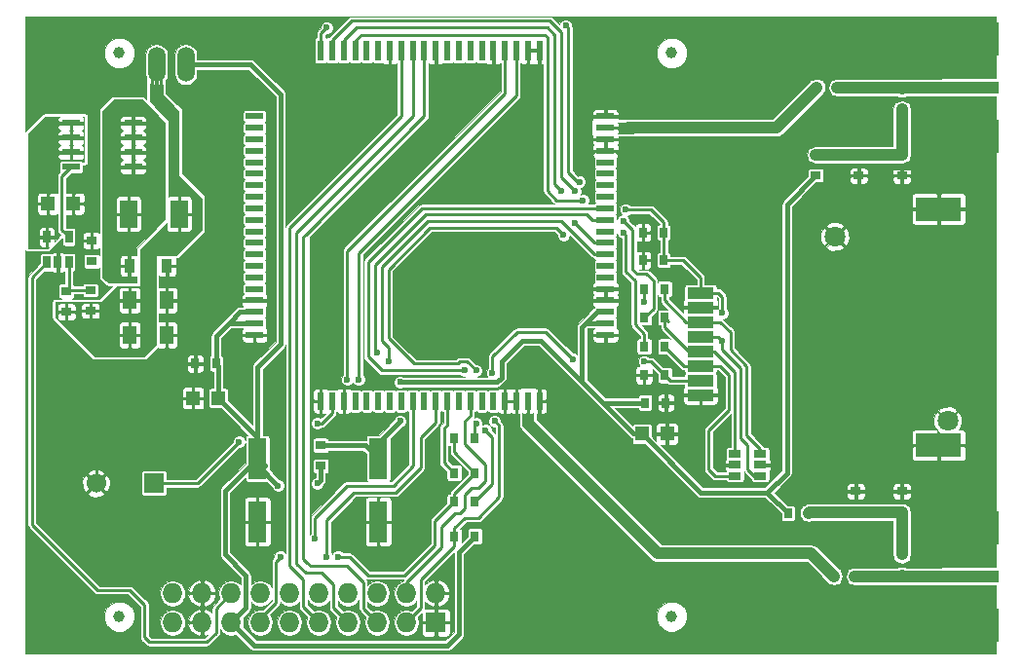
<source format=gtl>
G04 #@! TF.FileFunction,Copper,L1,Top,Signal*
%FSLAX46Y46*%
G04 Gerber Fmt 4.6, Leading zero omitted, Abs format (unit mm)*
G04 Created by KiCad (PCBNEW 4.0.0-rc1-stable) date 10/1/2015 4:54:29 PM*
%MOMM*%
G01*
G04 APERTURE LIST*
%ADD10C,0.100000*%
%ADD11R,0.900000X0.700000*%
%ADD12R,1.727200X1.727200*%
%ADD13O,1.727200X1.727200*%
%ADD14R,0.700000X0.900000*%
%ADD15R,0.800000X0.900000*%
%ADD16R,0.900000X0.800000*%
%ADD17R,1.200000X1.600000*%
%ADD18R,1.200000X1.250000*%
%ADD19R,1.550000X0.600000*%
%ADD20R,0.650000X1.060000*%
%ADD21R,0.600000X1.800000*%
%ADD22R,1.500000X0.600000*%
%ADD23R,0.600000X1.500000*%
%ADD24R,1.060000X0.650000*%
%ADD25O,1.506220X3.014980*%
%ADD26C,1.000000*%
%ADD27R,5.000000X1.100000*%
%ADD28R,5.000000X3.000000*%
%ADD29R,2.300000X1.000000*%
%ADD30R,4.000000X2.000000*%
%ADD31C,1.800000*%
%ADD32R,1.500000X2.400000*%
%ADD33R,0.910000X1.220000*%
%ADD34R,1.600200X3.599180*%
%ADD35C,1.700000*%
%ADD36R,1.700000X1.700000*%
%ADD37C,0.600000*%
%ADD38C,0.250000*%
%ADD39C,1.050000*%
%ADD40C,0.400000*%
G04 APERTURE END LIST*
D10*
D11*
X186000000Y-125900000D03*
X186000000Y-124100000D03*
X190000000Y-124100000D03*
X190000000Y-125900000D03*
D12*
X149500000Y-135500000D03*
D13*
X149500000Y-132960000D03*
X146960000Y-135500000D03*
X146960000Y-132960000D03*
X144420000Y-135500000D03*
X144420000Y-132960000D03*
X141880000Y-135500000D03*
X141880000Y-132960000D03*
X139340000Y-135500000D03*
X139340000Y-132960000D03*
X136800000Y-135500000D03*
X136800000Y-132960000D03*
X134260000Y-135500000D03*
X134260000Y-132960000D03*
X131720000Y-135500000D03*
X131720000Y-132960000D03*
X129180000Y-135500000D03*
X129180000Y-132960000D03*
X126640000Y-135500000D03*
X126640000Y-132960000D03*
D11*
X190000000Y-131400000D03*
X190000000Y-129600000D03*
D14*
X180100000Y-126000000D03*
X181900000Y-126000000D03*
X185900000Y-131500000D03*
X184100000Y-131500000D03*
X184400000Y-89000000D03*
X182600000Y-89000000D03*
D15*
X151100000Y-119500000D03*
X152900000Y-119500000D03*
X152900000Y-122500000D03*
X151100000Y-122500000D03*
X151100000Y-125000000D03*
X152900000Y-125000000D03*
D16*
X117400000Y-108500000D03*
X117400000Y-106700000D03*
X119600000Y-102300000D03*
X119600000Y-104100000D03*
D15*
X167600000Y-109000000D03*
X169400000Y-109000000D03*
X167600000Y-106500000D03*
X169400000Y-106500000D03*
X167600000Y-111500000D03*
X169400000Y-111500000D03*
X167600000Y-114000000D03*
X169400000Y-114000000D03*
X151100000Y-128000000D03*
X152900000Y-128000000D03*
D11*
X190000000Y-89100000D03*
X190000000Y-90900000D03*
X182500000Y-96650000D03*
X182500000Y-94850000D03*
D16*
X139500000Y-120100000D03*
X139500000Y-121900000D03*
D17*
X122900000Y-107500000D03*
X126100000Y-107500000D03*
X122900000Y-110500000D03*
X126100000Y-110500000D03*
D11*
X119500000Y-108400000D03*
X119500000Y-106600000D03*
D18*
X115800000Y-99100000D03*
X118000000Y-99100000D03*
X167400000Y-119100000D03*
X169600000Y-119100000D03*
D14*
X167700000Y-116400000D03*
X169500000Y-116400000D03*
X130400000Y-113000000D03*
X128600000Y-113000000D03*
D18*
X130600000Y-116000000D03*
X128400000Y-116000000D03*
D11*
X186250000Y-94850000D03*
X186250000Y-96650000D03*
X190000000Y-96650000D03*
X190000000Y-94850000D03*
D14*
X169300000Y-104000000D03*
X167500000Y-104000000D03*
X169300000Y-101600000D03*
X167500000Y-101600000D03*
D19*
X117800000Y-92095000D03*
X117800000Y-93365000D03*
X117800000Y-94635000D03*
X117800000Y-95905000D03*
X123200000Y-95905000D03*
X123200000Y-94635000D03*
X123200000Y-93365000D03*
X123200000Y-92095000D03*
D20*
X115700000Y-104200000D03*
X116650000Y-104200000D03*
X117600000Y-104200000D03*
X117600000Y-102000000D03*
X115700000Y-102000000D03*
D21*
X158500000Y-85750000D03*
X157500000Y-85750000D03*
X156500000Y-85750000D03*
X155500000Y-85750000D03*
X154500000Y-85750000D03*
X153500000Y-85750000D03*
X152500000Y-85750000D03*
X151500000Y-85750000D03*
X150500000Y-85750000D03*
X149500000Y-85750000D03*
X148500000Y-85750000D03*
X147500000Y-85750000D03*
X146500000Y-85750000D03*
X145500000Y-85750000D03*
X144500000Y-85750000D03*
X143500000Y-85750000D03*
X142500000Y-85750000D03*
X141500000Y-85750000D03*
X140500000Y-85750000D03*
X139500000Y-85750000D03*
D22*
X133750000Y-91500000D03*
X133750000Y-92500000D03*
X133750000Y-93500000D03*
X133750000Y-94500000D03*
X133750000Y-95500000D03*
X133750000Y-96500000D03*
X133750000Y-97500000D03*
X133750000Y-98500000D03*
X133750000Y-99500000D03*
X133750000Y-100500000D03*
X133750000Y-101500000D03*
X133750000Y-102500000D03*
X133750000Y-103500000D03*
X133750000Y-104500000D03*
X133750000Y-105500000D03*
X133750000Y-106500000D03*
X133750000Y-107500000D03*
X133750000Y-108500000D03*
X133750000Y-109500000D03*
X133750000Y-110500000D03*
D23*
X139500000Y-116250000D03*
X140500000Y-116250000D03*
X141500000Y-116250000D03*
X142500000Y-116250000D03*
X143500000Y-116250000D03*
X144500000Y-116250000D03*
X145500000Y-116250000D03*
X146500000Y-116250000D03*
X147500000Y-116250000D03*
X148500000Y-116250000D03*
X149500000Y-116250000D03*
X150500000Y-116250000D03*
X151500000Y-116250000D03*
X152500000Y-116250000D03*
X153500000Y-116250000D03*
X154500000Y-116250000D03*
X155500000Y-116250000D03*
X156500000Y-116250000D03*
X157500000Y-116250000D03*
X158500000Y-116250000D03*
D22*
X164250000Y-110500000D03*
X164250000Y-109500000D03*
X164250000Y-108500000D03*
X164250000Y-107500000D03*
X164250000Y-106500000D03*
X164250000Y-105500000D03*
X164250000Y-104500000D03*
X164250000Y-103500000D03*
X164250000Y-102500000D03*
X164250000Y-101500000D03*
X164250000Y-100500000D03*
X164250000Y-99500000D03*
X164250000Y-98500000D03*
X164250000Y-97500000D03*
X164250000Y-96500000D03*
X164250000Y-95500000D03*
X164250000Y-94500000D03*
X164250000Y-93500000D03*
X164250000Y-92500000D03*
X164250000Y-91500000D03*
D24*
X175500000Y-120850000D03*
X175500000Y-121800000D03*
X175500000Y-122750000D03*
X177700000Y-122750000D03*
X177700000Y-120850000D03*
X177700000Y-121800000D03*
D25*
X127770000Y-87000000D03*
X125230000Y-87000000D03*
D26*
X170000000Y-86000000D03*
X170000000Y-135000000D03*
X122000000Y-135000000D03*
X122000000Y-86000000D03*
D27*
X196000000Y-131500000D03*
D28*
X196000000Y-127250000D03*
X196000000Y-135750000D03*
D27*
X196000000Y-89000000D03*
D28*
X196000000Y-84750000D03*
X196000000Y-93250000D03*
D29*
X172505000Y-106830000D03*
X172505000Y-109370000D03*
X172505000Y-111910000D03*
X172505000Y-115720000D03*
X172505000Y-108100000D03*
X172505000Y-110640000D03*
X172505000Y-113180000D03*
X172505000Y-114450000D03*
D30*
X193200000Y-99550000D03*
X193200000Y-120100000D03*
D31*
X193970000Y-117990000D03*
X184170000Y-101940000D03*
D32*
X122800000Y-100000000D03*
X127200000Y-100000000D03*
D33*
X122865000Y-104500000D03*
X126135000Y-104500000D03*
D34*
X144500000Y-121249180D03*
X144500000Y-126750820D03*
X134000000Y-121249180D03*
X134000000Y-126750820D03*
D35*
X120000000Y-123400000D03*
D36*
X125000000Y-123400000D03*
D37*
X132000000Y-107500000D03*
X135100000Y-107500000D03*
X135100000Y-110500000D03*
X132900000Y-116700000D03*
X132000000Y-110500000D03*
X133200000Y-111900000D03*
X119800000Y-100900000D03*
X119800000Y-99100000D03*
X119800000Y-97300000D03*
X119800000Y-95300000D03*
X165800000Y-109400000D03*
X165800000Y-106400000D03*
X151800000Y-90600000D03*
X154600000Y-88400000D03*
X136000000Y-120800000D03*
X135600000Y-116800000D03*
X135800000Y-113800000D03*
X139000000Y-114600000D03*
X139000000Y-110000000D03*
X139000000Y-105000000D03*
X141000000Y-100600000D03*
X144000000Y-97600000D03*
X147000000Y-94600000D03*
X149600000Y-92000000D03*
X149600000Y-89000000D03*
X147000000Y-126000000D03*
X144400000Y-130000000D03*
X179000000Y-84000000D03*
X163500000Y-84500000D03*
X169400000Y-84000000D03*
X157500000Y-98000000D03*
X150500000Y-98000000D03*
X158000000Y-91000000D03*
X158000000Y-89500000D03*
X158000000Y-88000000D03*
X171000000Y-98500000D03*
X177000000Y-99500000D03*
X177000000Y-108500000D03*
X192500000Y-114000000D03*
X193000000Y-104500000D03*
X182500000Y-106000000D03*
X183000000Y-116000000D03*
X115000000Y-90500000D03*
X122500000Y-84500000D03*
X134000000Y-84000000D03*
X138500000Y-91500000D03*
X131000000Y-88500000D03*
X131000000Y-95500000D03*
X128500000Y-104500000D03*
X128500000Y-107500000D03*
X128500000Y-110500000D03*
X130000000Y-119500000D03*
X122000000Y-114000000D03*
X137000000Y-99500000D03*
X139500000Y-97000000D03*
X142000000Y-94500000D03*
X144500000Y-92000000D03*
X145500000Y-89000000D03*
X148500000Y-112000000D03*
X149500000Y-102000000D03*
X158500000Y-105500000D03*
X156000000Y-127000000D03*
X161000000Y-132000000D03*
X170000000Y-137000000D03*
X161500000Y-137000000D03*
X155000000Y-137000000D03*
X132500000Y-126000000D03*
X134000000Y-130000000D03*
X186500000Y-127500000D03*
X188500000Y-129500000D03*
X184500000Y-129500000D03*
X182000000Y-128000000D03*
X178500000Y-128000000D03*
X175500000Y-128000000D03*
X172500000Y-128000000D03*
X169500000Y-128000000D03*
X167500000Y-126000000D03*
X165500000Y-124000000D03*
X163500000Y-122000000D03*
X161500000Y-120000000D03*
X159500000Y-118000000D03*
X193000000Y-133000000D03*
X190000000Y-133000000D03*
X186000000Y-133000000D03*
X182000000Y-132000000D03*
X178000000Y-131000000D03*
X174000000Y-131000000D03*
X170000000Y-131000000D03*
X157000000Y-120000000D03*
X156000000Y-118000000D03*
X158500000Y-121500000D03*
X161000000Y-124000000D03*
X164000000Y-127000000D03*
X166500000Y-129500000D03*
X167600000Y-102800000D03*
X156200000Y-114400000D03*
X157600000Y-114400000D03*
X159000000Y-114400000D03*
X159800000Y-115400000D03*
X160000000Y-116800000D03*
X165800000Y-96200000D03*
X164600000Y-90200000D03*
X162800000Y-90200000D03*
X162000000Y-91600000D03*
X162000000Y-93200000D03*
X162600000Y-94800000D03*
X162600000Y-96400000D03*
X171800000Y-121800000D03*
X171600000Y-117600000D03*
X179200000Y-121800000D03*
X174000000Y-121600000D03*
X164800000Y-114000000D03*
X165800000Y-112000000D03*
X163400000Y-111800000D03*
X161800000Y-108600000D03*
X161800000Y-107000000D03*
X161800000Y-105400000D03*
X196000000Y-96000000D03*
X180000000Y-96000000D03*
X182000000Y-99000000D03*
X185000000Y-96000000D03*
X188000000Y-96000000D03*
X192000000Y-96000000D03*
X192000000Y-93000000D03*
X192000000Y-91000000D03*
X166000000Y-94000000D03*
X169000000Y-94000000D03*
X173000000Y-94000000D03*
X177000000Y-94000000D03*
X181000000Y-93000000D03*
X184000000Y-91000000D03*
X188000000Y-91000000D03*
X186000000Y-93000000D03*
X166000000Y-91000000D03*
X169000000Y-91000000D03*
X173000000Y-91000000D03*
X177000000Y-91000000D03*
X180000000Y-89000000D03*
X183000000Y-87000000D03*
X187000000Y-87000000D03*
X192000000Y-87000000D03*
X192000000Y-84000000D03*
X185000000Y-84000000D03*
X194000000Y-124000000D03*
X197000000Y-124000000D03*
X192000000Y-130000000D03*
X192000000Y-126000000D03*
X188000000Y-124000000D03*
X184000000Y-124000000D03*
X180000000Y-124000000D03*
X177000000Y-126000000D03*
X193000000Y-136000000D03*
X180000000Y-137000000D03*
X162000000Y-97200000D03*
X160800000Y-83600000D03*
X140000000Y-83800000D03*
X166000000Y-99600000D03*
X174400000Y-111000000D03*
X174400000Y-108600000D03*
X132400000Y-119800000D03*
X139200000Y-118200000D03*
X146400000Y-118000000D03*
X146400000Y-114600000D03*
X162300000Y-98800000D03*
X165800000Y-101600000D03*
X160400000Y-98000000D03*
X167600000Y-107600000D03*
X161600000Y-98000000D03*
X165800000Y-100600000D03*
X160600000Y-101800000D03*
X161600000Y-100800000D03*
X153800000Y-118800000D03*
X153000000Y-113600000D03*
X153000000Y-118200000D03*
X152000000Y-113600000D03*
X135800000Y-123600000D03*
X139200000Y-123400000D03*
X116000000Y-97500000D03*
X115500000Y-93000000D03*
X114500000Y-94500000D03*
X116000000Y-94500000D03*
X116000000Y-96000000D03*
X114500000Y-96000000D03*
X114500000Y-97500000D03*
X167600000Y-112800000D03*
X161400000Y-112600000D03*
X154400000Y-113800000D03*
X154600000Y-118000000D03*
X142800000Y-114400000D03*
X141800000Y-114400000D03*
X141000000Y-129800000D03*
X145400000Y-112800000D03*
X140000000Y-129800000D03*
X136000000Y-129800000D03*
X144400000Y-112000000D03*
X139000000Y-128200000D03*
D38*
X133750000Y-107500000D02*
X132000000Y-107500000D01*
X133750000Y-110500000D02*
X135000000Y-110500000D01*
X135100000Y-107500000D02*
X135100000Y-107100000D01*
X135100000Y-110400000D02*
X135100000Y-110500000D01*
X135000000Y-110500000D02*
X135100000Y-110400000D01*
X133750000Y-110500000D02*
X133750000Y-111350000D01*
X132900000Y-111800000D02*
X132900000Y-116700000D01*
X132000000Y-110500000D02*
X132900000Y-111800000D01*
X133750000Y-111350000D02*
X133200000Y-111900000D01*
X119600000Y-102300000D02*
X119600000Y-101100000D01*
X119600000Y-101100000D02*
X119800000Y-100900000D01*
X119800000Y-99100000D02*
X119800000Y-97300000D01*
X119800000Y-95300000D02*
X119800000Y-95000000D01*
X165800000Y-112000000D02*
X165800000Y-109400000D01*
X165800000Y-106400000D02*
X165800000Y-106000000D01*
X165800000Y-106000000D02*
X165600000Y-105800000D01*
X154500000Y-85750000D02*
X154500000Y-88300000D01*
X152200000Y-90200000D02*
X152200000Y-88400000D01*
X151800000Y-90600000D02*
X152200000Y-90200000D01*
X154500000Y-88300000D02*
X154600000Y-88400000D01*
X136000000Y-120400000D02*
X136000000Y-120800000D01*
X135600000Y-116800000D02*
X135600000Y-120000000D01*
X135600000Y-120000000D02*
X136000000Y-120400000D01*
X136000000Y-120400000D02*
X136200000Y-120600000D01*
X135600000Y-114000000D02*
X135600000Y-116800000D01*
X135800000Y-113800000D02*
X135600000Y-114000000D01*
X139200000Y-114400000D02*
X139200000Y-114200000D01*
X139000000Y-114600000D02*
X139200000Y-114400000D01*
X149500000Y-85750000D02*
X149500000Y-88900000D01*
X139000000Y-105000000D02*
X139000000Y-110000000D01*
X144000000Y-97600000D02*
X141000000Y-100600000D01*
X149600000Y-92000000D02*
X147000000Y-94600000D01*
X149500000Y-88900000D02*
X149600000Y-89000000D01*
X144500000Y-126750820D02*
X144500000Y-129900000D01*
X147400000Y-125600000D02*
X147400000Y-124800000D01*
X147000000Y-126000000D02*
X147400000Y-125600000D01*
X144500000Y-129900000D02*
X144400000Y-130000000D01*
X122500000Y-84500000D02*
X122900000Y-84500000D01*
X122600000Y-88200000D02*
X121300000Y-88200000D01*
X123600000Y-87200000D02*
X122600000Y-88200000D01*
X123600000Y-85200000D02*
X123600000Y-87200000D01*
X122900000Y-84500000D02*
X123600000Y-85200000D01*
X179000000Y-84000000D02*
X179000000Y-85000000D01*
X169400000Y-84000000D02*
X163500000Y-84500000D01*
X158500000Y-85750000D02*
X158500000Y-87500000D01*
X150500000Y-98000000D02*
X157500000Y-98000000D01*
X158000000Y-89500000D02*
X158000000Y-91000000D01*
X158500000Y-87500000D02*
X158000000Y-88000000D01*
X171000000Y-98500000D02*
X171000000Y-97500000D01*
X177000000Y-108500000D02*
X177000000Y-99500000D01*
X188000000Y-123500000D02*
X188000000Y-121000000D01*
X192500000Y-114000000D02*
X194000000Y-114000000D01*
X184000000Y-104500000D02*
X193000000Y-104500000D01*
X182500000Y-106000000D02*
X184000000Y-104500000D01*
X188000000Y-121000000D02*
X183000000Y-116000000D01*
X128600000Y-113000000D02*
X128600000Y-110600000D01*
X119000000Y-90500000D02*
X115000000Y-90500000D01*
X121300000Y-88200000D02*
X119000000Y-90500000D01*
X138500000Y-88500000D02*
X134000000Y-84000000D01*
X138500000Y-91500000D02*
X138500000Y-88500000D01*
X131000000Y-95500000D02*
X131000000Y-88500000D01*
X128500000Y-107500000D02*
X128500000Y-104500000D01*
X128600000Y-110600000D02*
X128500000Y-110500000D01*
X120000000Y-123400000D02*
X120000000Y-116000000D01*
X130500000Y-119000000D02*
X131000000Y-119000000D01*
X130000000Y-119500000D02*
X130500000Y-119000000D01*
X120000000Y-116000000D02*
X122000000Y-114000000D01*
X145500000Y-85750000D02*
X145500000Y-89000000D01*
X139500000Y-97000000D02*
X137000000Y-99500000D01*
X144500000Y-92000000D02*
X142000000Y-94500000D01*
X148500000Y-112000000D02*
X149000000Y-112000000D01*
X155000000Y-102000000D02*
X149500000Y-102000000D01*
X158500000Y-105500000D02*
X155000000Y-102000000D01*
X156000000Y-127000000D02*
X156000000Y-129000000D01*
X165000000Y-132000000D02*
X161000000Y-132000000D01*
X170000000Y-137000000D02*
X165000000Y-132000000D01*
X155000000Y-137000000D02*
X161500000Y-137000000D01*
X134000000Y-126750820D02*
X134000000Y-130000000D01*
X132500000Y-126000000D02*
X132500000Y-125000000D01*
X186500000Y-127500000D02*
X185500000Y-127500000D01*
X184500000Y-129500000D02*
X188500000Y-129500000D01*
X178500000Y-128000000D02*
X182000000Y-128000000D01*
X172500000Y-128000000D02*
X175500000Y-128000000D01*
X167500000Y-126000000D02*
X169500000Y-128000000D01*
X163500000Y-122000000D02*
X165500000Y-124000000D01*
X159500000Y-118000000D02*
X161500000Y-120000000D01*
X193000000Y-136000000D02*
X193000000Y-133000000D01*
X186000000Y-133000000D02*
X190000000Y-133000000D01*
X179000000Y-132000000D02*
X182000000Y-132000000D01*
X178000000Y-131000000D02*
X179000000Y-132000000D01*
X170000000Y-131000000D02*
X174000000Y-131000000D01*
X156500000Y-117500000D02*
X156000000Y-118000000D01*
X156500000Y-117500000D02*
X156500000Y-116250000D01*
X161000000Y-124000000D02*
X158500000Y-121500000D01*
X166500000Y-129500000D02*
X164000000Y-127000000D01*
X193000000Y-136000000D02*
X193250000Y-135750000D01*
X193250000Y-135750000D02*
X196000000Y-135750000D01*
X167500000Y-101600000D02*
X167500000Y-102700000D01*
X167500000Y-102700000D02*
X167600000Y-102800000D01*
X167500000Y-104000000D02*
X167500000Y-102900000D01*
X167500000Y-102900000D02*
X167600000Y-102800000D01*
X156500000Y-116250000D02*
X156500000Y-114700000D01*
X156500000Y-114700000D02*
X156200000Y-114400000D01*
X157600000Y-114400000D02*
X159000000Y-114400000D01*
X159800000Y-115400000D02*
X160000000Y-115600000D01*
X160000000Y-115600000D02*
X160000000Y-116800000D01*
X164250000Y-94500000D02*
X165100000Y-94500000D01*
X165800000Y-95200000D02*
X165800000Y-96200000D01*
X165100000Y-94500000D02*
X165800000Y-95200000D01*
X164250000Y-94500000D02*
X163300000Y-94500000D01*
X165400000Y-91000000D02*
X166000000Y-91000000D01*
X164600000Y-90200000D02*
X165400000Y-91000000D01*
X162800000Y-90800000D02*
X162800000Y-90200000D01*
X162000000Y-91600000D02*
X162800000Y-90800000D01*
X162000000Y-94200000D02*
X162000000Y-93200000D01*
X162600000Y-94800000D02*
X162000000Y-94200000D01*
X162600000Y-95200000D02*
X162600000Y-96400000D01*
X163300000Y-94500000D02*
X162600000Y-95200000D01*
X172505000Y-115720000D02*
X172505000Y-116695000D01*
X171800000Y-121800000D02*
X172200000Y-122200000D01*
X172505000Y-116695000D02*
X171600000Y-117600000D01*
X177700000Y-121800000D02*
X179200000Y-121800000D01*
X175500000Y-121800000D02*
X174200000Y-121800000D01*
X174200000Y-121800000D02*
X174000000Y-121600000D01*
X164250000Y-110500000D02*
X164250000Y-111350000D01*
X164800000Y-113000000D02*
X164800000Y-114000000D01*
X165800000Y-112000000D02*
X164800000Y-113000000D01*
X164250000Y-111350000D02*
X163400000Y-111800000D01*
X164250000Y-106500000D02*
X162900000Y-106500000D01*
X161800000Y-107000000D02*
X161800000Y-108600000D01*
X162900000Y-106500000D02*
X161800000Y-105400000D01*
X196000000Y-96000000D02*
X197000000Y-97000000D01*
X177000000Y-94000000D02*
X179000000Y-96000000D01*
X179000000Y-96000000D02*
X180000000Y-96000000D01*
X182000000Y-99000000D02*
X185000000Y-96000000D01*
X188000000Y-96000000D02*
X192000000Y-96000000D01*
X192000000Y-93000000D02*
X192000000Y-91000000D01*
X164250000Y-93500000D02*
X165500000Y-93500000D01*
X165500000Y-93500000D02*
X166000000Y-94000000D01*
X169000000Y-94000000D02*
X173000000Y-94000000D01*
X177000000Y-94000000D02*
X180000000Y-94000000D01*
X180000000Y-94000000D02*
X181000000Y-93000000D01*
X184000000Y-91000000D02*
X188000000Y-91000000D01*
X186000000Y-93000000D02*
X185000000Y-93000000D01*
X164250000Y-91500000D02*
X165500000Y-91500000D01*
X165500000Y-91500000D02*
X166000000Y-91000000D01*
X169000000Y-91000000D02*
X173000000Y-91000000D01*
X177000000Y-91000000D02*
X179000000Y-89000000D01*
X179000000Y-89000000D02*
X180000000Y-89000000D01*
X183000000Y-87000000D02*
X187000000Y-87000000D01*
X192000000Y-87000000D02*
X192000000Y-84000000D01*
X185000000Y-84000000D02*
X184000000Y-84000000D01*
X194000000Y-124000000D02*
X193000000Y-124000000D01*
X193000000Y-124000000D02*
X191000000Y-122000000D01*
X191000000Y-122000000D02*
X189000000Y-122000000D01*
X189000000Y-122000000D02*
X188000000Y-123000000D01*
X188000000Y-123000000D02*
X188000000Y-123500000D01*
X188000000Y-123500000D02*
X188000000Y-124000000D01*
X196000000Y-127250000D02*
X192250000Y-127250000D01*
X192250000Y-127250000D02*
X192000000Y-127500000D01*
X192000000Y-127500000D02*
X192000000Y-130000000D01*
X192000000Y-126000000D02*
X193000000Y-125000000D01*
X193000000Y-125000000D02*
X194000000Y-124000000D01*
X184000000Y-124000000D02*
X180000000Y-124000000D01*
X177000000Y-126000000D02*
X177000000Y-125000000D01*
X180000000Y-137000000D02*
X181000000Y-136000000D01*
X174400000Y-111000000D02*
X174040000Y-110640000D01*
X174040000Y-110640000D02*
X172505000Y-110640000D01*
X176600000Y-120100000D02*
X176000000Y-119500000D01*
X174400000Y-111800000D02*
X174400000Y-111000000D01*
X176000000Y-113400000D02*
X174400000Y-111800000D01*
X176000000Y-119500000D02*
X176000000Y-113400000D01*
X169300000Y-101600000D02*
X169300000Y-100700000D01*
X169300000Y-100700000D02*
X168200000Y-99600000D01*
X168200000Y-99600000D02*
X167300000Y-99600000D01*
X139500000Y-84300000D02*
X139500000Y-85750000D01*
X162000000Y-97200000D02*
X161800000Y-97200000D01*
X161800000Y-97200000D02*
X161000000Y-96400000D01*
X161000000Y-96400000D02*
X161000000Y-83800000D01*
X161000000Y-83800000D02*
X160800000Y-83600000D01*
X140000000Y-83800000D02*
X139500000Y-84300000D01*
X167300000Y-99600000D02*
X166000000Y-99600000D01*
X174030000Y-106830000D02*
X172505000Y-106830000D01*
X174400000Y-108600000D02*
X174400000Y-107200000D01*
X174400000Y-107200000D02*
X174030000Y-106830000D01*
X172505000Y-106830000D02*
X172505000Y-105505000D01*
X172505000Y-105505000D02*
X171000000Y-104000000D01*
X171000000Y-104000000D02*
X169300000Y-104000000D01*
X169300000Y-104000000D02*
X169300000Y-101600000D01*
X177700000Y-122750000D02*
X177150000Y-122750000D01*
X176600000Y-122200000D02*
X176600000Y-120100000D01*
X177150000Y-122750000D02*
X176600000Y-122200000D01*
X140500000Y-116250000D02*
X140500000Y-117300000D01*
X128800000Y-123400000D02*
X125000000Y-123400000D01*
X132400000Y-119800000D02*
X128800000Y-123400000D01*
X139600000Y-118200000D02*
X139200000Y-118200000D01*
X140500000Y-117300000D02*
X139600000Y-118200000D01*
X125600000Y-124000000D02*
X125000000Y-123400000D01*
D39*
X186250000Y-94850000D02*
X182500000Y-94850000D01*
X190000000Y-90900000D02*
X190000000Y-94850000D01*
X190000000Y-94850000D02*
X182500000Y-94850000D01*
X182600000Y-89000000D02*
X179100000Y-92500000D01*
X179100000Y-92500000D02*
X166250000Y-92500000D01*
X157500000Y-118200000D02*
X168800000Y-129500000D01*
X182100000Y-129500000D02*
X168800000Y-129500000D01*
X184100000Y-131500000D02*
X182100000Y-129500000D01*
X190000000Y-89100000D02*
X189900000Y-89000000D01*
X189900000Y-89000000D02*
X184400000Y-89000000D01*
X184400000Y-89000000D02*
X196000000Y-89000000D01*
X185900000Y-131500000D02*
X189900000Y-131500000D01*
X189900000Y-131500000D02*
X190000000Y-131400000D01*
X185900000Y-131500000D02*
X196000000Y-131500000D01*
D40*
X164250000Y-109500000D02*
X162500000Y-109500000D01*
X162500000Y-109500000D02*
X162400000Y-109600000D01*
X154800000Y-114600000D02*
X155200000Y-114200000D01*
X158600000Y-111000000D02*
X162200000Y-114600000D01*
X157000000Y-111000000D02*
X158600000Y-111000000D01*
X155200000Y-112800000D02*
X157000000Y-111000000D01*
X155200000Y-114200000D02*
X155200000Y-112800000D01*
X178300000Y-124200000D02*
X180000000Y-122500000D01*
X180000000Y-99150000D02*
X182500000Y-96650000D01*
X180000000Y-122500000D02*
X180000000Y-99150000D01*
X180100000Y-126000000D02*
X178300000Y-124200000D01*
X172500000Y-124200000D02*
X167400000Y-119100000D01*
X178300000Y-124200000D02*
X172500000Y-124200000D01*
X167400000Y-119100000D02*
X166700000Y-119100000D01*
X166700000Y-119100000D02*
X164000000Y-116400000D01*
X162200000Y-114600000D02*
X164000000Y-116400000D01*
X164000000Y-116400000D02*
X167700000Y-116400000D01*
X144500000Y-121249180D02*
X144500000Y-119900000D01*
X144500000Y-119900000D02*
X146400000Y-118000000D01*
X146400000Y-114600000D02*
X154800000Y-114600000D01*
X164250000Y-108500000D02*
X163500000Y-108500000D01*
X163500000Y-108500000D02*
X162400000Y-109600000D01*
X162400000Y-109600000D02*
X162200000Y-109800000D01*
X162200000Y-109800000D02*
X162200000Y-114600000D01*
X139500000Y-120100000D02*
X143350820Y-120100000D01*
X143350820Y-120100000D02*
X144500000Y-121249180D01*
D38*
X125230000Y-87000000D02*
X125600000Y-87370000D01*
X125600000Y-87370000D02*
X125600000Y-89000000D01*
X125230000Y-87000000D02*
X124800000Y-87430000D01*
X124800000Y-87430000D02*
X124800000Y-89000000D01*
X125230000Y-87000000D02*
X125230000Y-90030000D01*
X125230000Y-90030000D02*
X126800000Y-91600000D01*
X126800000Y-91600000D02*
X126800000Y-97000000D01*
X126800000Y-97000000D02*
X127200000Y-97400000D01*
X127200000Y-97400000D02*
X127200000Y-100000000D01*
X117300000Y-106600000D02*
X117400000Y-106700000D01*
X119500000Y-106600000D02*
X117500000Y-106600000D01*
X117500000Y-106600000D02*
X117400000Y-106700000D01*
X117600000Y-104200000D02*
X117600000Y-106500000D01*
X117600000Y-106500000D02*
X117400000Y-106700000D01*
X175100000Y-110300000D02*
X175100000Y-111600000D01*
X177700000Y-120400000D02*
X177700000Y-120850000D01*
X176500000Y-119200000D02*
X177700000Y-120400000D01*
X176500000Y-113200000D02*
X176500000Y-119200000D01*
X175100000Y-111800000D02*
X176500000Y-113200000D01*
X175100000Y-111600000D02*
X175100000Y-111800000D01*
X174170000Y-109370000D02*
X172505000Y-109370000D01*
X175100000Y-110300000D02*
X174170000Y-109370000D01*
X172505000Y-109370000D02*
X171270000Y-109370000D01*
X169400000Y-107500000D02*
X169400000Y-106500000D01*
X171270000Y-109370000D02*
X169400000Y-107500000D01*
X172505000Y-109370000D02*
X171570000Y-109370000D01*
X175500000Y-120850000D02*
X175500000Y-113700000D01*
X173710000Y-111910000D02*
X172505000Y-111910000D01*
X175500000Y-113700000D02*
X173710000Y-111910000D01*
X172505000Y-111910000D02*
X171510000Y-111910000D01*
X171510000Y-111910000D02*
X169400000Y-109800000D01*
X169400000Y-109800000D02*
X169400000Y-109000000D01*
X172505000Y-111910000D02*
X171610000Y-111910000D01*
X169700000Y-109300000D02*
X169400000Y-109000000D01*
X174200000Y-117800000D02*
X175000000Y-117000000D01*
X174180000Y-113180000D02*
X172505000Y-113180000D01*
X175000000Y-114000000D02*
X174180000Y-113180000D01*
X175000000Y-117000000D02*
X175000000Y-114000000D01*
X175500000Y-122750000D02*
X173750000Y-122750000D01*
X173200000Y-118800000D02*
X174200000Y-117800000D01*
X173200000Y-122200000D02*
X173200000Y-118800000D01*
X173750000Y-122750000D02*
X173200000Y-122200000D01*
X172505000Y-113180000D02*
X171080000Y-113180000D01*
X171080000Y-113180000D02*
X169400000Y-111500000D01*
X117800000Y-95905000D02*
X117000000Y-96705000D01*
X117000000Y-96705000D02*
X117000000Y-101400000D01*
X117000000Y-101400000D02*
X117600000Y-102000000D01*
X162300000Y-98800000D02*
X161700000Y-98800000D01*
X166800000Y-108000000D02*
X166800000Y-105800000D01*
X166800000Y-105800000D02*
X166000000Y-105000000D01*
X166000000Y-105000000D02*
X166000000Y-101800000D01*
X166000000Y-101800000D02*
X165800000Y-101600000D01*
X167600000Y-111500000D02*
X167600000Y-110400000D01*
X167600000Y-110400000D02*
X166800000Y-109600000D01*
X166800000Y-109600000D02*
X166800000Y-108000000D01*
X142500000Y-85750000D02*
X142500000Y-84900000D01*
X142500000Y-84900000D02*
X143000000Y-84400000D01*
X143000000Y-84400000D02*
X159000000Y-84400000D01*
X159000000Y-84400000D02*
X159200000Y-84600000D01*
X159200000Y-84600000D02*
X159200000Y-98000000D01*
X159200000Y-98000000D02*
X160000000Y-98800000D01*
X160000000Y-98800000D02*
X161700000Y-98800000D01*
X167600000Y-107600000D02*
X167600000Y-106500000D01*
X159800000Y-97400000D02*
X160400000Y-98000000D01*
X159800000Y-84400000D02*
X159800000Y-97400000D01*
X159200000Y-83800000D02*
X159800000Y-84400000D01*
X142600000Y-83800000D02*
X159200000Y-83800000D01*
X141500000Y-84900000D02*
X142600000Y-83800000D01*
X141500000Y-85750000D02*
X141500000Y-84900000D01*
X167600000Y-106800000D02*
X167600000Y-106500000D01*
X140500000Y-85750000D02*
X140500000Y-84900000D01*
X140500000Y-84900000D02*
X142200000Y-83200000D01*
X142200000Y-83200000D02*
X159400000Y-83200000D01*
X159400000Y-83200000D02*
X160400000Y-84200000D01*
X160400000Y-84200000D02*
X160400000Y-96800000D01*
X160400000Y-96800000D02*
X161600000Y-98000000D01*
X165800000Y-100600000D02*
X166600000Y-101400000D01*
X166600000Y-101400000D02*
X166600000Y-104800000D01*
X166600000Y-104800000D02*
X167000000Y-105200000D01*
X167000000Y-105200000D02*
X167800000Y-105200000D01*
X167800000Y-105200000D02*
X168400000Y-105800000D01*
X168400000Y-105800000D02*
X168400000Y-108200000D01*
X168400000Y-108200000D02*
X167600000Y-109000000D01*
X160600000Y-101800000D02*
X160000000Y-101200000D01*
X160000000Y-101200000D02*
X149000000Y-101200000D01*
X149000000Y-101200000D02*
X145400000Y-104800000D01*
X145400000Y-104800000D02*
X145400000Y-110800000D01*
X145400000Y-110800000D02*
X147600000Y-113000000D01*
X147600000Y-113000000D02*
X151400000Y-113000000D01*
X151400000Y-113000000D02*
X151600000Y-112800000D01*
X151600000Y-112800000D02*
X152200000Y-112800000D01*
X152200000Y-112800000D02*
X153000000Y-113600000D01*
X164250000Y-102500000D02*
X163300000Y-102500000D01*
X163300000Y-102500000D02*
X161600000Y-100800000D01*
X152900000Y-125000000D02*
X154400000Y-123500000D01*
X154400000Y-123500000D02*
X154400000Y-119400000D01*
X154400000Y-119400000D02*
X153800000Y-118800000D01*
X163700000Y-102500000D02*
X164250000Y-102500000D01*
X164250000Y-99500000D02*
X148300000Y-99500000D01*
X148300000Y-99500000D02*
X143600000Y-104200000D01*
X143600000Y-104200000D02*
X143600000Y-112400000D01*
X143600000Y-112400000D02*
X144800000Y-113600000D01*
X144800000Y-113600000D02*
X152000000Y-113600000D01*
X152900000Y-119500000D02*
X152900000Y-118300000D01*
X152900000Y-118300000D02*
X153000000Y-118200000D01*
D39*
X186000000Y-125900000D02*
X182000000Y-125900000D01*
X182000000Y-125900000D02*
X181900000Y-126000000D01*
X186000000Y-125900000D02*
X190000000Y-125900000D01*
X190000000Y-129600000D02*
X190000000Y-125900000D01*
X190000000Y-125900000D02*
X189900000Y-126000000D01*
D40*
X152900000Y-128000000D02*
X151500000Y-129400000D01*
X133720000Y-137500000D02*
X131720000Y-135500000D01*
X150500000Y-137500000D02*
X133720000Y-137500000D01*
X151500000Y-136500000D02*
X150500000Y-137500000D01*
X151500000Y-129400000D02*
X151500000Y-136500000D01*
X139500000Y-121900000D02*
X139500000Y-123100000D01*
X135800000Y-123600000D02*
X134000000Y-121800000D01*
X139500000Y-123100000D02*
X139200000Y-123400000D01*
X134000000Y-121800000D02*
X134000000Y-121249180D01*
X134000000Y-121249180D02*
X134000000Y-113274998D01*
X134000000Y-113274998D02*
X136000000Y-111274998D01*
X134000000Y-121249180D02*
X131200000Y-124049180D01*
X131200000Y-124049180D02*
X131200000Y-129600000D01*
X131200000Y-129600000D02*
X132990000Y-131390000D01*
X132990000Y-131390000D02*
X132990000Y-134230000D01*
X132990000Y-134230000D02*
X131720000Y-135500000D01*
X134000000Y-121249180D02*
X134650820Y-121900000D01*
X133750000Y-109500000D02*
X131500000Y-109500000D01*
X131500000Y-109500000D02*
X131600000Y-109400000D01*
X130400000Y-113000000D02*
X130400000Y-110600000D01*
X130400000Y-110600000D02*
X131600000Y-109400000D01*
X131600000Y-109400000D02*
X132500000Y-108500000D01*
X132500000Y-108500000D02*
X133750000Y-108500000D01*
X130600000Y-116000000D02*
X130600000Y-113200000D01*
X130600000Y-113200000D02*
X130400000Y-113000000D01*
X134000000Y-121249180D02*
X134000000Y-119400000D01*
X134000000Y-119400000D02*
X130600000Y-116000000D01*
X127770000Y-87000000D02*
X133400000Y-87000000D01*
X133400000Y-87000000D02*
X136000000Y-89600000D01*
X136000000Y-89600000D02*
X136000000Y-111274998D01*
X117800000Y-93365000D02*
X115865000Y-93365000D01*
X115865000Y-93365000D02*
X115500000Y-93000000D01*
X114500000Y-94500000D02*
X116000000Y-94500000D01*
X116000000Y-96000000D02*
X114500000Y-96000000D01*
X114500000Y-97500000D02*
X116000000Y-97500000D01*
D38*
X167600000Y-112800000D02*
X168200000Y-112800000D01*
X168200000Y-112800000D02*
X169400000Y-114000000D01*
X153200000Y-126400000D02*
X155000000Y-124600000D01*
X155000000Y-118400000D02*
X154600000Y-118000000D01*
X155000000Y-124600000D02*
X155000000Y-118400000D01*
X161400000Y-112600000D02*
X159050000Y-110250000D01*
X159050000Y-110250000D02*
X156550000Y-110250000D01*
X154400000Y-112400000D02*
X154400000Y-113800000D01*
X156550000Y-110250000D02*
X154400000Y-112400000D01*
X151100000Y-127300000D02*
X152000000Y-126400000D01*
X152000000Y-126400000D02*
X153200000Y-126400000D01*
X151100000Y-127300000D02*
X151100000Y-128000000D01*
X151100000Y-128000000D02*
X151100000Y-128900000D01*
X148200000Y-134260000D02*
X146960000Y-135500000D01*
X148200000Y-131800000D02*
X148200000Y-134260000D01*
X151100000Y-128900000D02*
X148200000Y-131800000D01*
X172505000Y-114450000D02*
X169850000Y-114450000D01*
X169850000Y-114450000D02*
X169400000Y-114000000D01*
X153800000Y-121800000D02*
X153800000Y-123200000D01*
X152000000Y-118000000D02*
X152500000Y-117500000D01*
X146960000Y-132040000D02*
X150000000Y-129000000D01*
X146960000Y-132960000D02*
X146960000Y-132040000D01*
X153200000Y-123800000D02*
X153800000Y-123200000D01*
X152600000Y-123800000D02*
X153200000Y-123800000D01*
X152000000Y-124400000D02*
X152600000Y-123800000D01*
X152000000Y-125600000D02*
X152000000Y-124400000D01*
X151600000Y-126000000D02*
X152000000Y-125600000D01*
X151200000Y-126000000D02*
X151600000Y-126000000D01*
X150000000Y-127200000D02*
X151200000Y-126000000D01*
X150000000Y-129000000D02*
X150000000Y-127200000D01*
X153800000Y-121800000D02*
X152000000Y-120000000D01*
X152000000Y-120000000D02*
X152000000Y-118000000D01*
X152500000Y-117500000D02*
X152500000Y-116250000D01*
X138200000Y-101800000D02*
X138000000Y-102000000D01*
X138000000Y-130000000D02*
X138300000Y-130300000D01*
X138000000Y-102000000D02*
X138000000Y-130000000D01*
X148500000Y-85750000D02*
X148500000Y-91500000D01*
X148500000Y-91500000D02*
X138200000Y-101800000D01*
X138300000Y-130300000D02*
X138600000Y-130600000D01*
X138600000Y-130600000D02*
X141800000Y-130600000D01*
X141800000Y-130600000D02*
X143200000Y-132000000D01*
X143200000Y-132000000D02*
X143200000Y-134280000D01*
X143200000Y-134280000D02*
X144420000Y-135500000D01*
X156500000Y-85750000D02*
X156500000Y-89700000D01*
X156500000Y-89700000D02*
X142800000Y-103400000D01*
X142800000Y-103400000D02*
X142800000Y-114400000D01*
X138200000Y-131200000D02*
X139600000Y-131200000D01*
X139600000Y-131200000D02*
X140600000Y-132200000D01*
X140600000Y-132200000D02*
X140600000Y-134220000D01*
X140600000Y-134220000D02*
X141880000Y-135500000D01*
X147500000Y-85750000D02*
X147500000Y-91500000D01*
X147500000Y-91500000D02*
X137400000Y-101600000D01*
X137400000Y-101600000D02*
X137400000Y-130400000D01*
X137400000Y-130400000D02*
X138200000Y-131200000D01*
X155500000Y-85750000D02*
X155500000Y-89500000D01*
X155500000Y-89500000D02*
X141800000Y-103200000D01*
X141800000Y-103200000D02*
X141800000Y-114400000D01*
X146500000Y-85750000D02*
X146500000Y-91500000D01*
X146500000Y-91500000D02*
X136800000Y-101200000D01*
X136800000Y-101200000D02*
X136800000Y-130600000D01*
X136800000Y-130600000D02*
X138000000Y-131800000D01*
X138000000Y-131800000D02*
X138000000Y-134160000D01*
X138000000Y-134160000D02*
X139340000Y-135500000D01*
X146800000Y-131400000D02*
X149400000Y-128800000D01*
X152900000Y-122500000D02*
X151100000Y-120700000D01*
X151100000Y-120700000D02*
X151100000Y-119500000D01*
X151100000Y-125000000D02*
X151100000Y-124300000D01*
X151100000Y-124300000D02*
X152900000Y-122500000D01*
X149400000Y-126700000D02*
X149400000Y-128800000D01*
X149400000Y-126700000D02*
X151100000Y-125000000D01*
X143600000Y-131400000D02*
X146800000Y-131400000D01*
X142000000Y-129800000D02*
X143600000Y-131400000D01*
X141000000Y-129800000D02*
X142000000Y-129800000D01*
X145400000Y-112800000D02*
X145400000Y-111600000D01*
X163300000Y-103500000D02*
X164250000Y-103500000D01*
X160400000Y-100600000D02*
X163300000Y-103500000D01*
X148800000Y-100600000D02*
X160400000Y-100600000D01*
X144800000Y-104600000D02*
X148800000Y-100600000D01*
X144800000Y-111000000D02*
X144800000Y-104600000D01*
X145400000Y-111600000D02*
X144800000Y-111000000D01*
X149500000Y-116250000D02*
X149500000Y-118100000D01*
X149500000Y-118100000D02*
X148200000Y-119400000D01*
X148200000Y-119400000D02*
X148200000Y-122000000D01*
X148200000Y-122000000D02*
X146000000Y-124200000D01*
X146000000Y-124200000D02*
X142400000Y-124200000D01*
X142400000Y-124200000D02*
X140000000Y-126600000D01*
X140000000Y-126600000D02*
X140000000Y-129800000D01*
X135600000Y-133800000D02*
X135600000Y-130200000D01*
X135600000Y-130200000D02*
X136000000Y-129800000D01*
X134260000Y-135140000D02*
X135600000Y-133800000D01*
X163100000Y-100500000D02*
X164250000Y-100500000D01*
X162600000Y-100000000D02*
X163100000Y-100500000D01*
X148600000Y-100000000D02*
X162600000Y-100000000D01*
X144200000Y-104400000D02*
X148600000Y-100000000D01*
X144200000Y-111800000D02*
X144200000Y-104400000D01*
X144400000Y-112000000D02*
X144200000Y-111800000D01*
X134260000Y-135500000D02*
X134260000Y-135140000D01*
X139000000Y-128200000D02*
X139000000Y-127600000D01*
X147500000Y-116250000D02*
X147500000Y-121900000D01*
X139000000Y-126400000D02*
X139000000Y-127600000D01*
X141800000Y-123600000D02*
X139000000Y-126400000D01*
X145800000Y-123600000D02*
X141800000Y-123600000D01*
X147500000Y-121900000D02*
X145800000Y-123600000D01*
X120100000Y-132700000D02*
X122900000Y-132700000D01*
X124200000Y-134000000D02*
X124200000Y-136800000D01*
X122900000Y-132700000D02*
X124200000Y-134000000D01*
X115700000Y-104200000D02*
X114400000Y-105500000D01*
X114400000Y-105500000D02*
X114400000Y-127000000D01*
X114400000Y-127000000D02*
X120100000Y-132700000D01*
X124200000Y-136800000D02*
X124600000Y-137200000D01*
X124600000Y-137200000D02*
X129600000Y-137200000D01*
X129600000Y-137200000D02*
X130400000Y-136400000D01*
X130400000Y-136400000D02*
X130400000Y-134280000D01*
X130400000Y-134280000D02*
X131720000Y-132960000D01*
X150500000Y-116250000D02*
X150500000Y-118300000D01*
X150200000Y-121600000D02*
X151100000Y-122500000D01*
X150200000Y-118600000D02*
X150200000Y-121600000D01*
X150500000Y-118300000D02*
X150200000Y-118600000D01*
D10*
G36*
X157604000Y-116146000D02*
X157624000Y-116146000D01*
X157624000Y-116354000D01*
X157604000Y-116354000D01*
X157604000Y-117268500D01*
X157693500Y-117358000D01*
X157871210Y-117358000D01*
X157950000Y-117325364D01*
X157950000Y-118350000D01*
X157050000Y-118350000D01*
X157050000Y-117325364D01*
X157128790Y-117358000D01*
X157306500Y-117358000D01*
X157396000Y-117268500D01*
X157396000Y-116354000D01*
X157376000Y-116354000D01*
X157376000Y-116146000D01*
X157396000Y-116146000D01*
X157396000Y-116126000D01*
X157604000Y-116126000D01*
X157604000Y-116146000D01*
X157604000Y-116146000D01*
G37*
X157604000Y-116146000D02*
X157624000Y-116146000D01*
X157624000Y-116354000D01*
X157604000Y-116354000D01*
X157604000Y-117268500D01*
X157693500Y-117358000D01*
X157871210Y-117358000D01*
X157950000Y-117325364D01*
X157950000Y-118350000D01*
X157050000Y-118350000D01*
X157050000Y-117325364D01*
X157128790Y-117358000D01*
X157306500Y-117358000D01*
X157396000Y-117268500D01*
X157396000Y-116354000D01*
X157376000Y-116354000D01*
X157376000Y-116146000D01*
X157396000Y-116146000D01*
X157396000Y-116126000D01*
X157604000Y-116126000D01*
X157604000Y-116146000D01*
G36*
X166700000Y-92950000D02*
X165325364Y-92950000D01*
X165358000Y-92871210D01*
X165358000Y-92693500D01*
X165268500Y-92604000D01*
X164354000Y-92604000D01*
X164354000Y-92624000D01*
X164146000Y-92624000D01*
X164146000Y-92604000D01*
X164126000Y-92604000D01*
X164126000Y-92396000D01*
X164146000Y-92396000D01*
X164146000Y-92376000D01*
X164354000Y-92376000D01*
X164354000Y-92396000D01*
X165268500Y-92396000D01*
X165358000Y-92306500D01*
X165358000Y-92128790D01*
X165325364Y-92050000D01*
X166700000Y-92050000D01*
X166700000Y-92950000D01*
X166700000Y-92950000D01*
G37*
X166700000Y-92950000D02*
X165325364Y-92950000D01*
X165358000Y-92871210D01*
X165358000Y-92693500D01*
X165268500Y-92604000D01*
X164354000Y-92604000D01*
X164354000Y-92624000D01*
X164146000Y-92624000D01*
X164146000Y-92604000D01*
X164126000Y-92604000D01*
X164126000Y-92396000D01*
X164146000Y-92396000D01*
X164146000Y-92376000D01*
X164354000Y-92376000D01*
X164354000Y-92396000D01*
X165268500Y-92396000D01*
X165358000Y-92306500D01*
X165358000Y-92128790D01*
X165325364Y-92050000D01*
X166700000Y-92050000D01*
X166700000Y-92950000D01*
G36*
X116721502Y-91592210D02*
X116667000Y-91723790D01*
X116667000Y-91901500D01*
X116756500Y-91991000D01*
X117696000Y-91991000D01*
X117696000Y-91971000D01*
X117904000Y-91971000D01*
X117904000Y-91991000D01*
X118843500Y-91991000D01*
X118933000Y-91901500D01*
X118933000Y-91723790D01*
X118878498Y-91592210D01*
X118836288Y-91550000D01*
X118950000Y-91550000D01*
X118950000Y-95450000D01*
X118772340Y-95450000D01*
X118757712Y-95427268D01*
X118674169Y-95370185D01*
X118575000Y-95350103D01*
X117025000Y-95350103D01*
X116932356Y-95367535D01*
X116847268Y-95422288D01*
X116790185Y-95505831D01*
X116770103Y-95605000D01*
X116770103Y-96205000D01*
X116787535Y-96297644D01*
X116822574Y-96352096D01*
X116734835Y-96439835D01*
X116653545Y-96561493D01*
X116653545Y-96561494D01*
X116625000Y-96705000D01*
X116625000Y-98193711D01*
X116602791Y-98171502D01*
X116471211Y-98117000D01*
X115993500Y-98117000D01*
X115904000Y-98206500D01*
X115904000Y-98996000D01*
X115924000Y-98996000D01*
X115924000Y-99204000D01*
X115904000Y-99204000D01*
X115904000Y-99993500D01*
X115993500Y-100083000D01*
X116471211Y-100083000D01*
X116602791Y-100028498D01*
X116625000Y-100006289D01*
X116625000Y-101400000D01*
X116653545Y-101543507D01*
X116734835Y-101665165D01*
X116899480Y-101829810D01*
X116383000Y-102346290D01*
X116383000Y-102193500D01*
X116293500Y-102104000D01*
X115804000Y-102104000D01*
X115804000Y-102798500D01*
X115867395Y-102861895D01*
X115779290Y-102950000D01*
X114050000Y-102950000D01*
X114050000Y-102193500D01*
X115017000Y-102193500D01*
X115017000Y-102601211D01*
X115071502Y-102732791D01*
X115172210Y-102833498D01*
X115303790Y-102888000D01*
X115506500Y-102888000D01*
X115596000Y-102798500D01*
X115596000Y-102104000D01*
X115106500Y-102104000D01*
X115017000Y-102193500D01*
X114050000Y-102193500D01*
X114050000Y-101398789D01*
X115017000Y-101398789D01*
X115017000Y-101806500D01*
X115106500Y-101896000D01*
X115596000Y-101896000D01*
X115596000Y-101201500D01*
X115804000Y-101201500D01*
X115804000Y-101896000D01*
X116293500Y-101896000D01*
X116383000Y-101806500D01*
X116383000Y-101398789D01*
X116328498Y-101267209D01*
X116227790Y-101166502D01*
X116096210Y-101112000D01*
X115893500Y-101112000D01*
X115804000Y-101201500D01*
X115596000Y-101201500D01*
X115506500Y-101112000D01*
X115303790Y-101112000D01*
X115172210Y-101166502D01*
X115071502Y-101267209D01*
X115017000Y-101398789D01*
X114050000Y-101398789D01*
X114050000Y-99293500D01*
X114842000Y-99293500D01*
X114842000Y-99796210D01*
X114896502Y-99927790D01*
X114997209Y-100028498D01*
X115128789Y-100083000D01*
X115606500Y-100083000D01*
X115696000Y-99993500D01*
X115696000Y-99204000D01*
X114931500Y-99204000D01*
X114842000Y-99293500D01*
X114050000Y-99293500D01*
X114050000Y-98403790D01*
X114842000Y-98403790D01*
X114842000Y-98906500D01*
X114931500Y-98996000D01*
X115696000Y-98996000D01*
X115696000Y-98206500D01*
X115606500Y-98117000D01*
X115128789Y-98117000D01*
X114997209Y-98171502D01*
X114896502Y-98272210D01*
X114842000Y-98403790D01*
X114050000Y-98403790D01*
X114050000Y-94828500D01*
X116667000Y-94828500D01*
X116667000Y-95006210D01*
X116721502Y-95137790D01*
X116822209Y-95238498D01*
X116953789Y-95293000D01*
X117606500Y-95293000D01*
X117696000Y-95203500D01*
X117696000Y-94739000D01*
X117904000Y-94739000D01*
X117904000Y-95203500D01*
X117993500Y-95293000D01*
X118646211Y-95293000D01*
X118777791Y-95238498D01*
X118878498Y-95137790D01*
X118933000Y-95006210D01*
X118933000Y-94828500D01*
X118843500Y-94739000D01*
X117904000Y-94739000D01*
X117696000Y-94739000D01*
X116756500Y-94739000D01*
X116667000Y-94828500D01*
X114050000Y-94828500D01*
X114050000Y-93558500D01*
X116667000Y-93558500D01*
X116667000Y-93736210D01*
X116721502Y-93867790D01*
X116822209Y-93968498D01*
X116898262Y-94000000D01*
X116822209Y-94031502D01*
X116721502Y-94132210D01*
X116667000Y-94263790D01*
X116667000Y-94441500D01*
X116756500Y-94531000D01*
X117696000Y-94531000D01*
X117696000Y-94066500D01*
X117629500Y-94000000D01*
X117696000Y-93933500D01*
X117696000Y-93469000D01*
X117904000Y-93469000D01*
X117904000Y-93933500D01*
X117970500Y-94000000D01*
X117904000Y-94066500D01*
X117904000Y-94531000D01*
X118843500Y-94531000D01*
X118933000Y-94441500D01*
X118933000Y-94263790D01*
X118878498Y-94132210D01*
X118777791Y-94031502D01*
X118701738Y-94000000D01*
X118777791Y-93968498D01*
X118878498Y-93867790D01*
X118933000Y-93736210D01*
X118933000Y-93558500D01*
X118843500Y-93469000D01*
X117904000Y-93469000D01*
X117696000Y-93469000D01*
X116756500Y-93469000D01*
X116667000Y-93558500D01*
X114050000Y-93558500D01*
X114050000Y-93020710D01*
X114782210Y-92288500D01*
X116667000Y-92288500D01*
X116667000Y-92466210D01*
X116721502Y-92597790D01*
X116822209Y-92698498D01*
X116898262Y-92730000D01*
X116822209Y-92761502D01*
X116721502Y-92862210D01*
X116667000Y-92993790D01*
X116667000Y-93171500D01*
X116756500Y-93261000D01*
X117696000Y-93261000D01*
X117696000Y-92796500D01*
X117629500Y-92730000D01*
X117696000Y-92663500D01*
X117696000Y-92199000D01*
X117904000Y-92199000D01*
X117904000Y-92663500D01*
X117970500Y-92730000D01*
X117904000Y-92796500D01*
X117904000Y-93261000D01*
X118843500Y-93261000D01*
X118933000Y-93171500D01*
X118933000Y-92993790D01*
X118878498Y-92862210D01*
X118777791Y-92761502D01*
X118701738Y-92730000D01*
X118777791Y-92698498D01*
X118878498Y-92597790D01*
X118933000Y-92466210D01*
X118933000Y-92288500D01*
X118843500Y-92199000D01*
X117904000Y-92199000D01*
X117696000Y-92199000D01*
X116756500Y-92199000D01*
X116667000Y-92288500D01*
X114782210Y-92288500D01*
X115520710Y-91550000D01*
X116763712Y-91550000D01*
X116721502Y-91592210D01*
X116721502Y-91592210D01*
G37*
X116721502Y-91592210D02*
X116667000Y-91723790D01*
X116667000Y-91901500D01*
X116756500Y-91991000D01*
X117696000Y-91991000D01*
X117696000Y-91971000D01*
X117904000Y-91971000D01*
X117904000Y-91991000D01*
X118843500Y-91991000D01*
X118933000Y-91901500D01*
X118933000Y-91723790D01*
X118878498Y-91592210D01*
X118836288Y-91550000D01*
X118950000Y-91550000D01*
X118950000Y-95450000D01*
X118772340Y-95450000D01*
X118757712Y-95427268D01*
X118674169Y-95370185D01*
X118575000Y-95350103D01*
X117025000Y-95350103D01*
X116932356Y-95367535D01*
X116847268Y-95422288D01*
X116790185Y-95505831D01*
X116770103Y-95605000D01*
X116770103Y-96205000D01*
X116787535Y-96297644D01*
X116822574Y-96352096D01*
X116734835Y-96439835D01*
X116653545Y-96561493D01*
X116653545Y-96561494D01*
X116625000Y-96705000D01*
X116625000Y-98193711D01*
X116602791Y-98171502D01*
X116471211Y-98117000D01*
X115993500Y-98117000D01*
X115904000Y-98206500D01*
X115904000Y-98996000D01*
X115924000Y-98996000D01*
X115924000Y-99204000D01*
X115904000Y-99204000D01*
X115904000Y-99993500D01*
X115993500Y-100083000D01*
X116471211Y-100083000D01*
X116602791Y-100028498D01*
X116625000Y-100006289D01*
X116625000Y-101400000D01*
X116653545Y-101543507D01*
X116734835Y-101665165D01*
X116899480Y-101829810D01*
X116383000Y-102346290D01*
X116383000Y-102193500D01*
X116293500Y-102104000D01*
X115804000Y-102104000D01*
X115804000Y-102798500D01*
X115867395Y-102861895D01*
X115779290Y-102950000D01*
X114050000Y-102950000D01*
X114050000Y-102193500D01*
X115017000Y-102193500D01*
X115017000Y-102601211D01*
X115071502Y-102732791D01*
X115172210Y-102833498D01*
X115303790Y-102888000D01*
X115506500Y-102888000D01*
X115596000Y-102798500D01*
X115596000Y-102104000D01*
X115106500Y-102104000D01*
X115017000Y-102193500D01*
X114050000Y-102193500D01*
X114050000Y-101398789D01*
X115017000Y-101398789D01*
X115017000Y-101806500D01*
X115106500Y-101896000D01*
X115596000Y-101896000D01*
X115596000Y-101201500D01*
X115804000Y-101201500D01*
X115804000Y-101896000D01*
X116293500Y-101896000D01*
X116383000Y-101806500D01*
X116383000Y-101398789D01*
X116328498Y-101267209D01*
X116227790Y-101166502D01*
X116096210Y-101112000D01*
X115893500Y-101112000D01*
X115804000Y-101201500D01*
X115596000Y-101201500D01*
X115506500Y-101112000D01*
X115303790Y-101112000D01*
X115172210Y-101166502D01*
X115071502Y-101267209D01*
X115017000Y-101398789D01*
X114050000Y-101398789D01*
X114050000Y-99293500D01*
X114842000Y-99293500D01*
X114842000Y-99796210D01*
X114896502Y-99927790D01*
X114997209Y-100028498D01*
X115128789Y-100083000D01*
X115606500Y-100083000D01*
X115696000Y-99993500D01*
X115696000Y-99204000D01*
X114931500Y-99204000D01*
X114842000Y-99293500D01*
X114050000Y-99293500D01*
X114050000Y-98403790D01*
X114842000Y-98403790D01*
X114842000Y-98906500D01*
X114931500Y-98996000D01*
X115696000Y-98996000D01*
X115696000Y-98206500D01*
X115606500Y-98117000D01*
X115128789Y-98117000D01*
X114997209Y-98171502D01*
X114896502Y-98272210D01*
X114842000Y-98403790D01*
X114050000Y-98403790D01*
X114050000Y-94828500D01*
X116667000Y-94828500D01*
X116667000Y-95006210D01*
X116721502Y-95137790D01*
X116822209Y-95238498D01*
X116953789Y-95293000D01*
X117606500Y-95293000D01*
X117696000Y-95203500D01*
X117696000Y-94739000D01*
X117904000Y-94739000D01*
X117904000Y-95203500D01*
X117993500Y-95293000D01*
X118646211Y-95293000D01*
X118777791Y-95238498D01*
X118878498Y-95137790D01*
X118933000Y-95006210D01*
X118933000Y-94828500D01*
X118843500Y-94739000D01*
X117904000Y-94739000D01*
X117696000Y-94739000D01*
X116756500Y-94739000D01*
X116667000Y-94828500D01*
X114050000Y-94828500D01*
X114050000Y-93558500D01*
X116667000Y-93558500D01*
X116667000Y-93736210D01*
X116721502Y-93867790D01*
X116822209Y-93968498D01*
X116898262Y-94000000D01*
X116822209Y-94031502D01*
X116721502Y-94132210D01*
X116667000Y-94263790D01*
X116667000Y-94441500D01*
X116756500Y-94531000D01*
X117696000Y-94531000D01*
X117696000Y-94066500D01*
X117629500Y-94000000D01*
X117696000Y-93933500D01*
X117696000Y-93469000D01*
X117904000Y-93469000D01*
X117904000Y-93933500D01*
X117970500Y-94000000D01*
X117904000Y-94066500D01*
X117904000Y-94531000D01*
X118843500Y-94531000D01*
X118933000Y-94441500D01*
X118933000Y-94263790D01*
X118878498Y-94132210D01*
X118777791Y-94031502D01*
X118701738Y-94000000D01*
X118777791Y-93968498D01*
X118878498Y-93867790D01*
X118933000Y-93736210D01*
X118933000Y-93558500D01*
X118843500Y-93469000D01*
X117904000Y-93469000D01*
X117696000Y-93469000D01*
X116756500Y-93469000D01*
X116667000Y-93558500D01*
X114050000Y-93558500D01*
X114050000Y-93020710D01*
X114782210Y-92288500D01*
X116667000Y-92288500D01*
X116667000Y-92466210D01*
X116721502Y-92597790D01*
X116822209Y-92698498D01*
X116898262Y-92730000D01*
X116822209Y-92761502D01*
X116721502Y-92862210D01*
X116667000Y-92993790D01*
X116667000Y-93171500D01*
X116756500Y-93261000D01*
X117696000Y-93261000D01*
X117696000Y-92796500D01*
X117629500Y-92730000D01*
X117696000Y-92663500D01*
X117696000Y-92199000D01*
X117904000Y-92199000D01*
X117904000Y-92663500D01*
X117970500Y-92730000D01*
X117904000Y-92796500D01*
X117904000Y-93261000D01*
X118843500Y-93261000D01*
X118933000Y-93171500D01*
X118933000Y-92993790D01*
X118878498Y-92862210D01*
X118777791Y-92761502D01*
X118701738Y-92730000D01*
X118777791Y-92698498D01*
X118878498Y-92597790D01*
X118933000Y-92466210D01*
X118933000Y-92288500D01*
X118843500Y-92199000D01*
X117904000Y-92199000D01*
X117696000Y-92199000D01*
X116756500Y-92199000D01*
X116667000Y-92288500D01*
X114782210Y-92288500D01*
X115520710Y-91550000D01*
X116763712Y-91550000D01*
X116721502Y-91592210D01*
G36*
X125950000Y-92020710D02*
X125950000Y-100479290D01*
X123464645Y-102964645D01*
X123453675Y-102981185D01*
X123450000Y-103000000D01*
X123450000Y-103556351D01*
X123391211Y-103532000D01*
X123058500Y-103532000D01*
X122969000Y-103621500D01*
X122969000Y-104396000D01*
X122989000Y-104396000D01*
X122989000Y-104604000D01*
X122969000Y-104604000D01*
X122969000Y-105378500D01*
X123058500Y-105468000D01*
X123391211Y-105468000D01*
X123450000Y-105443649D01*
X123450000Y-105950000D01*
X121020710Y-105950000D01*
X120550000Y-105479290D01*
X120550000Y-104693500D01*
X122052000Y-104693500D01*
X122052000Y-105181210D01*
X122106502Y-105312790D01*
X122207209Y-105413498D01*
X122338789Y-105468000D01*
X122671500Y-105468000D01*
X122761000Y-105378500D01*
X122761000Y-104604000D01*
X122141500Y-104604000D01*
X122052000Y-104693500D01*
X120550000Y-104693500D01*
X120550000Y-103818790D01*
X122052000Y-103818790D01*
X122052000Y-104306500D01*
X122141500Y-104396000D01*
X122761000Y-104396000D01*
X122761000Y-103621500D01*
X122671500Y-103532000D01*
X122338789Y-103532000D01*
X122207209Y-103586502D01*
X122106502Y-103687210D01*
X122052000Y-103818790D01*
X120550000Y-103818790D01*
X120550000Y-100193500D01*
X121692000Y-100193500D01*
X121692000Y-101271210D01*
X121746502Y-101402790D01*
X121847209Y-101503498D01*
X121978789Y-101558000D01*
X122606500Y-101558000D01*
X122696000Y-101468500D01*
X122696000Y-100104000D01*
X122904000Y-100104000D01*
X122904000Y-101468500D01*
X122993500Y-101558000D01*
X123621211Y-101558000D01*
X123752791Y-101503498D01*
X123853498Y-101402790D01*
X123908000Y-101271210D01*
X123908000Y-100193500D01*
X123818500Y-100104000D01*
X122904000Y-100104000D01*
X122696000Y-100104000D01*
X121781500Y-100104000D01*
X121692000Y-100193500D01*
X120550000Y-100193500D01*
X120550000Y-98728790D01*
X121692000Y-98728790D01*
X121692000Y-99806500D01*
X121781500Y-99896000D01*
X122696000Y-99896000D01*
X122696000Y-98531500D01*
X122904000Y-98531500D01*
X122904000Y-99896000D01*
X123818500Y-99896000D01*
X123908000Y-99806500D01*
X123908000Y-98728790D01*
X123853498Y-98597210D01*
X123752791Y-98496502D01*
X123621211Y-98442000D01*
X122993500Y-98442000D01*
X122904000Y-98531500D01*
X122696000Y-98531500D01*
X122606500Y-98442000D01*
X121978789Y-98442000D01*
X121847209Y-98496502D01*
X121746502Y-98597210D01*
X121692000Y-98728790D01*
X120550000Y-98728790D01*
X120550000Y-96098500D01*
X122067000Y-96098500D01*
X122067000Y-96276210D01*
X122121502Y-96407790D01*
X122222209Y-96508498D01*
X122353789Y-96563000D01*
X123006500Y-96563000D01*
X123096000Y-96473500D01*
X123096000Y-96009000D01*
X123304000Y-96009000D01*
X123304000Y-96473500D01*
X123393500Y-96563000D01*
X124046211Y-96563000D01*
X124177791Y-96508498D01*
X124278498Y-96407790D01*
X124333000Y-96276210D01*
X124333000Y-96098500D01*
X124243500Y-96009000D01*
X123304000Y-96009000D01*
X123096000Y-96009000D01*
X122156500Y-96009000D01*
X122067000Y-96098500D01*
X120550000Y-96098500D01*
X120550000Y-94828500D01*
X122067000Y-94828500D01*
X122067000Y-95006210D01*
X122121502Y-95137790D01*
X122222209Y-95238498D01*
X122298262Y-95270000D01*
X122222209Y-95301502D01*
X122121502Y-95402210D01*
X122067000Y-95533790D01*
X122067000Y-95711500D01*
X122156500Y-95801000D01*
X123096000Y-95801000D01*
X123096000Y-95336500D01*
X123029500Y-95270000D01*
X123096000Y-95203500D01*
X123096000Y-94739000D01*
X123304000Y-94739000D01*
X123304000Y-95203500D01*
X123370500Y-95270000D01*
X123304000Y-95336500D01*
X123304000Y-95801000D01*
X124243500Y-95801000D01*
X124333000Y-95711500D01*
X124333000Y-95533790D01*
X124278498Y-95402210D01*
X124177791Y-95301502D01*
X124101738Y-95270000D01*
X124177791Y-95238498D01*
X124278498Y-95137790D01*
X124333000Y-95006210D01*
X124333000Y-94828500D01*
X124243500Y-94739000D01*
X123304000Y-94739000D01*
X123096000Y-94739000D01*
X122156500Y-94739000D01*
X122067000Y-94828500D01*
X120550000Y-94828500D01*
X120550000Y-93558500D01*
X122067000Y-93558500D01*
X122067000Y-93736210D01*
X122121502Y-93867790D01*
X122222209Y-93968498D01*
X122298262Y-94000000D01*
X122222209Y-94031502D01*
X122121502Y-94132210D01*
X122067000Y-94263790D01*
X122067000Y-94441500D01*
X122156500Y-94531000D01*
X123096000Y-94531000D01*
X123096000Y-94066500D01*
X123029500Y-94000000D01*
X123096000Y-93933500D01*
X123096000Y-93469000D01*
X123304000Y-93469000D01*
X123304000Y-93933500D01*
X123370500Y-94000000D01*
X123304000Y-94066500D01*
X123304000Y-94531000D01*
X124243500Y-94531000D01*
X124333000Y-94441500D01*
X124333000Y-94263790D01*
X124278498Y-94132210D01*
X124177791Y-94031502D01*
X124101738Y-94000000D01*
X124177791Y-93968498D01*
X124278498Y-93867790D01*
X124333000Y-93736210D01*
X124333000Y-93558500D01*
X124243500Y-93469000D01*
X123304000Y-93469000D01*
X123096000Y-93469000D01*
X122156500Y-93469000D01*
X122067000Y-93558500D01*
X120550000Y-93558500D01*
X120550000Y-92288500D01*
X122067000Y-92288500D01*
X122067000Y-92466210D01*
X122121502Y-92597790D01*
X122222209Y-92698498D01*
X122298262Y-92730000D01*
X122222209Y-92761502D01*
X122121502Y-92862210D01*
X122067000Y-92993790D01*
X122067000Y-93171500D01*
X122156500Y-93261000D01*
X123096000Y-93261000D01*
X123096000Y-92796500D01*
X123029500Y-92730000D01*
X123096000Y-92663500D01*
X123096000Y-92199000D01*
X123304000Y-92199000D01*
X123304000Y-92663500D01*
X123370500Y-92730000D01*
X123304000Y-92796500D01*
X123304000Y-93261000D01*
X124243500Y-93261000D01*
X124333000Y-93171500D01*
X124333000Y-92993790D01*
X124278498Y-92862210D01*
X124177791Y-92761502D01*
X124101738Y-92730000D01*
X124177791Y-92698498D01*
X124278498Y-92597790D01*
X124333000Y-92466210D01*
X124333000Y-92288500D01*
X124243500Y-92199000D01*
X123304000Y-92199000D01*
X123096000Y-92199000D01*
X122156500Y-92199000D01*
X122067000Y-92288500D01*
X120550000Y-92288500D01*
X120550000Y-91723790D01*
X122067000Y-91723790D01*
X122067000Y-91901500D01*
X122156500Y-91991000D01*
X123096000Y-91991000D01*
X123096000Y-91526500D01*
X123304000Y-91526500D01*
X123304000Y-91991000D01*
X124243500Y-91991000D01*
X124333000Y-91901500D01*
X124333000Y-91723790D01*
X124278498Y-91592210D01*
X124177791Y-91491502D01*
X124046211Y-91437000D01*
X123393500Y-91437000D01*
X123304000Y-91526500D01*
X123096000Y-91526500D01*
X123006500Y-91437000D01*
X122353789Y-91437000D01*
X122222209Y-91491502D01*
X122121502Y-91592210D01*
X122067000Y-91723790D01*
X120550000Y-91723790D01*
X120550000Y-91020710D01*
X121520710Y-90050000D01*
X123979290Y-90050000D01*
X125950000Y-92020710D01*
X125950000Y-92020710D01*
G37*
X125950000Y-92020710D02*
X125950000Y-100479290D01*
X123464645Y-102964645D01*
X123453675Y-102981185D01*
X123450000Y-103000000D01*
X123450000Y-103556351D01*
X123391211Y-103532000D01*
X123058500Y-103532000D01*
X122969000Y-103621500D01*
X122969000Y-104396000D01*
X122989000Y-104396000D01*
X122989000Y-104604000D01*
X122969000Y-104604000D01*
X122969000Y-105378500D01*
X123058500Y-105468000D01*
X123391211Y-105468000D01*
X123450000Y-105443649D01*
X123450000Y-105950000D01*
X121020710Y-105950000D01*
X120550000Y-105479290D01*
X120550000Y-104693500D01*
X122052000Y-104693500D01*
X122052000Y-105181210D01*
X122106502Y-105312790D01*
X122207209Y-105413498D01*
X122338789Y-105468000D01*
X122671500Y-105468000D01*
X122761000Y-105378500D01*
X122761000Y-104604000D01*
X122141500Y-104604000D01*
X122052000Y-104693500D01*
X120550000Y-104693500D01*
X120550000Y-103818790D01*
X122052000Y-103818790D01*
X122052000Y-104306500D01*
X122141500Y-104396000D01*
X122761000Y-104396000D01*
X122761000Y-103621500D01*
X122671500Y-103532000D01*
X122338789Y-103532000D01*
X122207209Y-103586502D01*
X122106502Y-103687210D01*
X122052000Y-103818790D01*
X120550000Y-103818790D01*
X120550000Y-100193500D01*
X121692000Y-100193500D01*
X121692000Y-101271210D01*
X121746502Y-101402790D01*
X121847209Y-101503498D01*
X121978789Y-101558000D01*
X122606500Y-101558000D01*
X122696000Y-101468500D01*
X122696000Y-100104000D01*
X122904000Y-100104000D01*
X122904000Y-101468500D01*
X122993500Y-101558000D01*
X123621211Y-101558000D01*
X123752791Y-101503498D01*
X123853498Y-101402790D01*
X123908000Y-101271210D01*
X123908000Y-100193500D01*
X123818500Y-100104000D01*
X122904000Y-100104000D01*
X122696000Y-100104000D01*
X121781500Y-100104000D01*
X121692000Y-100193500D01*
X120550000Y-100193500D01*
X120550000Y-98728790D01*
X121692000Y-98728790D01*
X121692000Y-99806500D01*
X121781500Y-99896000D01*
X122696000Y-99896000D01*
X122696000Y-98531500D01*
X122904000Y-98531500D01*
X122904000Y-99896000D01*
X123818500Y-99896000D01*
X123908000Y-99806500D01*
X123908000Y-98728790D01*
X123853498Y-98597210D01*
X123752791Y-98496502D01*
X123621211Y-98442000D01*
X122993500Y-98442000D01*
X122904000Y-98531500D01*
X122696000Y-98531500D01*
X122606500Y-98442000D01*
X121978789Y-98442000D01*
X121847209Y-98496502D01*
X121746502Y-98597210D01*
X121692000Y-98728790D01*
X120550000Y-98728790D01*
X120550000Y-96098500D01*
X122067000Y-96098500D01*
X122067000Y-96276210D01*
X122121502Y-96407790D01*
X122222209Y-96508498D01*
X122353789Y-96563000D01*
X123006500Y-96563000D01*
X123096000Y-96473500D01*
X123096000Y-96009000D01*
X123304000Y-96009000D01*
X123304000Y-96473500D01*
X123393500Y-96563000D01*
X124046211Y-96563000D01*
X124177791Y-96508498D01*
X124278498Y-96407790D01*
X124333000Y-96276210D01*
X124333000Y-96098500D01*
X124243500Y-96009000D01*
X123304000Y-96009000D01*
X123096000Y-96009000D01*
X122156500Y-96009000D01*
X122067000Y-96098500D01*
X120550000Y-96098500D01*
X120550000Y-94828500D01*
X122067000Y-94828500D01*
X122067000Y-95006210D01*
X122121502Y-95137790D01*
X122222209Y-95238498D01*
X122298262Y-95270000D01*
X122222209Y-95301502D01*
X122121502Y-95402210D01*
X122067000Y-95533790D01*
X122067000Y-95711500D01*
X122156500Y-95801000D01*
X123096000Y-95801000D01*
X123096000Y-95336500D01*
X123029500Y-95270000D01*
X123096000Y-95203500D01*
X123096000Y-94739000D01*
X123304000Y-94739000D01*
X123304000Y-95203500D01*
X123370500Y-95270000D01*
X123304000Y-95336500D01*
X123304000Y-95801000D01*
X124243500Y-95801000D01*
X124333000Y-95711500D01*
X124333000Y-95533790D01*
X124278498Y-95402210D01*
X124177791Y-95301502D01*
X124101738Y-95270000D01*
X124177791Y-95238498D01*
X124278498Y-95137790D01*
X124333000Y-95006210D01*
X124333000Y-94828500D01*
X124243500Y-94739000D01*
X123304000Y-94739000D01*
X123096000Y-94739000D01*
X122156500Y-94739000D01*
X122067000Y-94828500D01*
X120550000Y-94828500D01*
X120550000Y-93558500D01*
X122067000Y-93558500D01*
X122067000Y-93736210D01*
X122121502Y-93867790D01*
X122222209Y-93968498D01*
X122298262Y-94000000D01*
X122222209Y-94031502D01*
X122121502Y-94132210D01*
X122067000Y-94263790D01*
X122067000Y-94441500D01*
X122156500Y-94531000D01*
X123096000Y-94531000D01*
X123096000Y-94066500D01*
X123029500Y-94000000D01*
X123096000Y-93933500D01*
X123096000Y-93469000D01*
X123304000Y-93469000D01*
X123304000Y-93933500D01*
X123370500Y-94000000D01*
X123304000Y-94066500D01*
X123304000Y-94531000D01*
X124243500Y-94531000D01*
X124333000Y-94441500D01*
X124333000Y-94263790D01*
X124278498Y-94132210D01*
X124177791Y-94031502D01*
X124101738Y-94000000D01*
X124177791Y-93968498D01*
X124278498Y-93867790D01*
X124333000Y-93736210D01*
X124333000Y-93558500D01*
X124243500Y-93469000D01*
X123304000Y-93469000D01*
X123096000Y-93469000D01*
X122156500Y-93469000D01*
X122067000Y-93558500D01*
X120550000Y-93558500D01*
X120550000Y-92288500D01*
X122067000Y-92288500D01*
X122067000Y-92466210D01*
X122121502Y-92597790D01*
X122222209Y-92698498D01*
X122298262Y-92730000D01*
X122222209Y-92761502D01*
X122121502Y-92862210D01*
X122067000Y-92993790D01*
X122067000Y-93171500D01*
X122156500Y-93261000D01*
X123096000Y-93261000D01*
X123096000Y-92796500D01*
X123029500Y-92730000D01*
X123096000Y-92663500D01*
X123096000Y-92199000D01*
X123304000Y-92199000D01*
X123304000Y-92663500D01*
X123370500Y-92730000D01*
X123304000Y-92796500D01*
X123304000Y-93261000D01*
X124243500Y-93261000D01*
X124333000Y-93171500D01*
X124333000Y-92993790D01*
X124278498Y-92862210D01*
X124177791Y-92761502D01*
X124101738Y-92730000D01*
X124177791Y-92698498D01*
X124278498Y-92597790D01*
X124333000Y-92466210D01*
X124333000Y-92288500D01*
X124243500Y-92199000D01*
X123304000Y-92199000D01*
X123096000Y-92199000D01*
X122156500Y-92199000D01*
X122067000Y-92288500D01*
X120550000Y-92288500D01*
X120550000Y-91723790D01*
X122067000Y-91723790D01*
X122067000Y-91901500D01*
X122156500Y-91991000D01*
X123096000Y-91991000D01*
X123096000Y-91526500D01*
X123304000Y-91526500D01*
X123304000Y-91991000D01*
X124243500Y-91991000D01*
X124333000Y-91901500D01*
X124333000Y-91723790D01*
X124278498Y-91592210D01*
X124177791Y-91491502D01*
X124046211Y-91437000D01*
X123393500Y-91437000D01*
X123304000Y-91526500D01*
X123096000Y-91526500D01*
X123006500Y-91437000D01*
X122353789Y-91437000D01*
X122222209Y-91491502D01*
X122121502Y-91592210D01*
X122067000Y-91723790D01*
X120550000Y-91723790D01*
X120550000Y-91020710D01*
X121520710Y-90050000D01*
X123979290Y-90050000D01*
X125950000Y-92020710D01*
G36*
X125354000Y-87104000D02*
X125334000Y-87104000D01*
X125334000Y-88770683D01*
X125505772Y-88830723D01*
X125559120Y-88820712D01*
X125750000Y-88717492D01*
X125750000Y-89600000D01*
X125753939Y-89619453D01*
X125764645Y-89635355D01*
X127150000Y-91020710D01*
X127150000Y-96600000D01*
X127153939Y-96619453D01*
X127164645Y-96635355D01*
X129150000Y-98620710D01*
X129150000Y-101379290D01*
X126979290Y-103550000D01*
X125200000Y-103550000D01*
X125180547Y-103553939D01*
X125164160Y-103565136D01*
X125153419Y-103581827D01*
X125150000Y-103600000D01*
X125150000Y-111379290D01*
X124179290Y-112350000D01*
X119820710Y-112350000D01*
X118164210Y-110693500D01*
X121942000Y-110693500D01*
X121942000Y-111371210D01*
X121996502Y-111502790D01*
X122097209Y-111603498D01*
X122228789Y-111658000D01*
X122706500Y-111658000D01*
X122796000Y-111568500D01*
X122796000Y-110604000D01*
X123004000Y-110604000D01*
X123004000Y-111568500D01*
X123093500Y-111658000D01*
X123571211Y-111658000D01*
X123702791Y-111603498D01*
X123803498Y-111502790D01*
X123858000Y-111371210D01*
X123858000Y-110693500D01*
X123768500Y-110604000D01*
X123004000Y-110604000D01*
X122796000Y-110604000D01*
X122031500Y-110604000D01*
X121942000Y-110693500D01*
X118164210Y-110693500D01*
X117099500Y-109628790D01*
X121942000Y-109628790D01*
X121942000Y-110306500D01*
X122031500Y-110396000D01*
X122796000Y-110396000D01*
X122796000Y-109431500D01*
X123004000Y-109431500D01*
X123004000Y-110396000D01*
X123768500Y-110396000D01*
X123858000Y-110306500D01*
X123858000Y-109628790D01*
X123803498Y-109497210D01*
X123702791Y-109396502D01*
X123571211Y-109342000D01*
X123093500Y-109342000D01*
X123004000Y-109431500D01*
X122796000Y-109431500D01*
X122706500Y-109342000D01*
X122228789Y-109342000D01*
X122097209Y-109396502D01*
X121996502Y-109497210D01*
X121942000Y-109628790D01*
X117099500Y-109628790D01*
X116450000Y-108979290D01*
X116450000Y-108693500D01*
X116592000Y-108693500D01*
X116592000Y-108971211D01*
X116646502Y-109102791D01*
X116747210Y-109203498D01*
X116878790Y-109258000D01*
X117206500Y-109258000D01*
X117296000Y-109168500D01*
X117296000Y-108604000D01*
X117504000Y-108604000D01*
X117504000Y-109168500D01*
X117593500Y-109258000D01*
X117921210Y-109258000D01*
X118052790Y-109203498D01*
X118153498Y-109102791D01*
X118208000Y-108971211D01*
X118208000Y-108693500D01*
X118118500Y-108604000D01*
X117504000Y-108604000D01*
X117296000Y-108604000D01*
X116681500Y-108604000D01*
X116592000Y-108693500D01*
X116450000Y-108693500D01*
X116450000Y-108593500D01*
X118692000Y-108593500D01*
X118692000Y-108821211D01*
X118746502Y-108952791D01*
X118847210Y-109053498D01*
X118978790Y-109108000D01*
X119306500Y-109108000D01*
X119396000Y-109018500D01*
X119396000Y-108504000D01*
X119604000Y-108504000D01*
X119604000Y-109018500D01*
X119693500Y-109108000D01*
X120021210Y-109108000D01*
X120152790Y-109053498D01*
X120253498Y-108952791D01*
X120308000Y-108821211D01*
X120308000Y-108593500D01*
X120218500Y-108504000D01*
X119604000Y-108504000D01*
X119396000Y-108504000D01*
X118781500Y-108504000D01*
X118692000Y-108593500D01*
X116450000Y-108593500D01*
X116450000Y-108028789D01*
X116592000Y-108028789D01*
X116592000Y-108306500D01*
X116681500Y-108396000D01*
X117296000Y-108396000D01*
X117296000Y-107831500D01*
X117504000Y-107831500D01*
X117504000Y-108396000D01*
X118118500Y-108396000D01*
X118208000Y-108306500D01*
X118208000Y-108028789D01*
X118187290Y-107978789D01*
X118692000Y-107978789D01*
X118692000Y-108206500D01*
X118781500Y-108296000D01*
X119396000Y-108296000D01*
X119396000Y-107781500D01*
X119604000Y-107781500D01*
X119604000Y-108296000D01*
X120218500Y-108296000D01*
X120308000Y-108206500D01*
X120308000Y-107978789D01*
X120253498Y-107847209D01*
X120152790Y-107746502D01*
X120024832Y-107693500D01*
X121942000Y-107693500D01*
X121942000Y-108371210D01*
X121996502Y-108502790D01*
X122097209Y-108603498D01*
X122228789Y-108658000D01*
X122706500Y-108658000D01*
X122796000Y-108568500D01*
X122796000Y-107604000D01*
X123004000Y-107604000D01*
X123004000Y-108568500D01*
X123093500Y-108658000D01*
X123571211Y-108658000D01*
X123702791Y-108603498D01*
X123803498Y-108502790D01*
X123858000Y-108371210D01*
X123858000Y-107693500D01*
X123768500Y-107604000D01*
X123004000Y-107604000D01*
X122796000Y-107604000D01*
X122031500Y-107604000D01*
X121942000Y-107693500D01*
X120024832Y-107693500D01*
X120021210Y-107692000D01*
X119693500Y-107692000D01*
X119604000Y-107781500D01*
X119396000Y-107781500D01*
X119306500Y-107692000D01*
X118978790Y-107692000D01*
X118847210Y-107746502D01*
X118746502Y-107847209D01*
X118692000Y-107978789D01*
X118187290Y-107978789D01*
X118153498Y-107897209D01*
X118052790Y-107796502D01*
X117921210Y-107742000D01*
X117593500Y-107742000D01*
X117504000Y-107831500D01*
X117296000Y-107831500D01*
X117206500Y-107742000D01*
X116878790Y-107742000D01*
X116747210Y-107796502D01*
X116646502Y-107897209D01*
X116592000Y-108028789D01*
X116450000Y-108028789D01*
X116450000Y-107650000D01*
X120400000Y-107650000D01*
X120419453Y-107646061D01*
X120435355Y-107635355D01*
X121441920Y-106628790D01*
X121942000Y-106628790D01*
X121942000Y-107306500D01*
X122031500Y-107396000D01*
X122796000Y-107396000D01*
X122796000Y-106431500D01*
X123004000Y-106431500D01*
X123004000Y-107396000D01*
X123768500Y-107396000D01*
X123858000Y-107306500D01*
X123858000Y-106628790D01*
X123803498Y-106497210D01*
X123702791Y-106396502D01*
X123571211Y-106342000D01*
X123093500Y-106342000D01*
X123004000Y-106431500D01*
X122796000Y-106431500D01*
X122706500Y-106342000D01*
X122228789Y-106342000D01*
X122097209Y-106396502D01*
X121996502Y-106497210D01*
X121942000Y-106628790D01*
X121441920Y-106628790D01*
X121820710Y-106250000D01*
X123800000Y-106250000D01*
X123819453Y-106246061D01*
X123835840Y-106234864D01*
X123846581Y-106218173D01*
X123850000Y-106200000D01*
X123850000Y-103020710D01*
X126092000Y-100778710D01*
X126092000Y-101271210D01*
X126146502Y-101402790D01*
X126247209Y-101503498D01*
X126378789Y-101558000D01*
X127006500Y-101558000D01*
X127096000Y-101468500D01*
X127096000Y-100104000D01*
X127304000Y-100104000D01*
X127304000Y-101468500D01*
X127393500Y-101558000D01*
X128021211Y-101558000D01*
X128152791Y-101503498D01*
X128253498Y-101402790D01*
X128308000Y-101271210D01*
X128308000Y-100193500D01*
X128218500Y-100104000D01*
X127304000Y-100104000D01*
X127096000Y-100104000D01*
X127076000Y-100104000D01*
X127076000Y-99896000D01*
X127096000Y-99896000D01*
X127096000Y-98531500D01*
X127304000Y-98531500D01*
X127304000Y-99896000D01*
X128218500Y-99896000D01*
X128308000Y-99806500D01*
X128308000Y-98728790D01*
X128253498Y-98597210D01*
X128152791Y-98496502D01*
X128021211Y-98442000D01*
X127393500Y-98442000D01*
X127304000Y-98531500D01*
X127096000Y-98531500D01*
X127006500Y-98442000D01*
X126378789Y-98442000D01*
X126250000Y-98495346D01*
X126250000Y-91800000D01*
X126246061Y-91780547D01*
X126235355Y-91764645D01*
X124650000Y-90179290D01*
X124650000Y-88685046D01*
X124900880Y-88820712D01*
X124954228Y-88830723D01*
X125126000Y-88770683D01*
X125126000Y-87104000D01*
X125106000Y-87104000D01*
X125106000Y-87050000D01*
X125354000Y-87050000D01*
X125354000Y-87104000D01*
X125354000Y-87104000D01*
G37*
X125354000Y-87104000D02*
X125334000Y-87104000D01*
X125334000Y-88770683D01*
X125505772Y-88830723D01*
X125559120Y-88820712D01*
X125750000Y-88717492D01*
X125750000Y-89600000D01*
X125753939Y-89619453D01*
X125764645Y-89635355D01*
X127150000Y-91020710D01*
X127150000Y-96600000D01*
X127153939Y-96619453D01*
X127164645Y-96635355D01*
X129150000Y-98620710D01*
X129150000Y-101379290D01*
X126979290Y-103550000D01*
X125200000Y-103550000D01*
X125180547Y-103553939D01*
X125164160Y-103565136D01*
X125153419Y-103581827D01*
X125150000Y-103600000D01*
X125150000Y-111379290D01*
X124179290Y-112350000D01*
X119820710Y-112350000D01*
X118164210Y-110693500D01*
X121942000Y-110693500D01*
X121942000Y-111371210D01*
X121996502Y-111502790D01*
X122097209Y-111603498D01*
X122228789Y-111658000D01*
X122706500Y-111658000D01*
X122796000Y-111568500D01*
X122796000Y-110604000D01*
X123004000Y-110604000D01*
X123004000Y-111568500D01*
X123093500Y-111658000D01*
X123571211Y-111658000D01*
X123702791Y-111603498D01*
X123803498Y-111502790D01*
X123858000Y-111371210D01*
X123858000Y-110693500D01*
X123768500Y-110604000D01*
X123004000Y-110604000D01*
X122796000Y-110604000D01*
X122031500Y-110604000D01*
X121942000Y-110693500D01*
X118164210Y-110693500D01*
X117099500Y-109628790D01*
X121942000Y-109628790D01*
X121942000Y-110306500D01*
X122031500Y-110396000D01*
X122796000Y-110396000D01*
X122796000Y-109431500D01*
X123004000Y-109431500D01*
X123004000Y-110396000D01*
X123768500Y-110396000D01*
X123858000Y-110306500D01*
X123858000Y-109628790D01*
X123803498Y-109497210D01*
X123702791Y-109396502D01*
X123571211Y-109342000D01*
X123093500Y-109342000D01*
X123004000Y-109431500D01*
X122796000Y-109431500D01*
X122706500Y-109342000D01*
X122228789Y-109342000D01*
X122097209Y-109396502D01*
X121996502Y-109497210D01*
X121942000Y-109628790D01*
X117099500Y-109628790D01*
X116450000Y-108979290D01*
X116450000Y-108693500D01*
X116592000Y-108693500D01*
X116592000Y-108971211D01*
X116646502Y-109102791D01*
X116747210Y-109203498D01*
X116878790Y-109258000D01*
X117206500Y-109258000D01*
X117296000Y-109168500D01*
X117296000Y-108604000D01*
X117504000Y-108604000D01*
X117504000Y-109168500D01*
X117593500Y-109258000D01*
X117921210Y-109258000D01*
X118052790Y-109203498D01*
X118153498Y-109102791D01*
X118208000Y-108971211D01*
X118208000Y-108693500D01*
X118118500Y-108604000D01*
X117504000Y-108604000D01*
X117296000Y-108604000D01*
X116681500Y-108604000D01*
X116592000Y-108693500D01*
X116450000Y-108693500D01*
X116450000Y-108593500D01*
X118692000Y-108593500D01*
X118692000Y-108821211D01*
X118746502Y-108952791D01*
X118847210Y-109053498D01*
X118978790Y-109108000D01*
X119306500Y-109108000D01*
X119396000Y-109018500D01*
X119396000Y-108504000D01*
X119604000Y-108504000D01*
X119604000Y-109018500D01*
X119693500Y-109108000D01*
X120021210Y-109108000D01*
X120152790Y-109053498D01*
X120253498Y-108952791D01*
X120308000Y-108821211D01*
X120308000Y-108593500D01*
X120218500Y-108504000D01*
X119604000Y-108504000D01*
X119396000Y-108504000D01*
X118781500Y-108504000D01*
X118692000Y-108593500D01*
X116450000Y-108593500D01*
X116450000Y-108028789D01*
X116592000Y-108028789D01*
X116592000Y-108306500D01*
X116681500Y-108396000D01*
X117296000Y-108396000D01*
X117296000Y-107831500D01*
X117504000Y-107831500D01*
X117504000Y-108396000D01*
X118118500Y-108396000D01*
X118208000Y-108306500D01*
X118208000Y-108028789D01*
X118187290Y-107978789D01*
X118692000Y-107978789D01*
X118692000Y-108206500D01*
X118781500Y-108296000D01*
X119396000Y-108296000D01*
X119396000Y-107781500D01*
X119604000Y-107781500D01*
X119604000Y-108296000D01*
X120218500Y-108296000D01*
X120308000Y-108206500D01*
X120308000Y-107978789D01*
X120253498Y-107847209D01*
X120152790Y-107746502D01*
X120024832Y-107693500D01*
X121942000Y-107693500D01*
X121942000Y-108371210D01*
X121996502Y-108502790D01*
X122097209Y-108603498D01*
X122228789Y-108658000D01*
X122706500Y-108658000D01*
X122796000Y-108568500D01*
X122796000Y-107604000D01*
X123004000Y-107604000D01*
X123004000Y-108568500D01*
X123093500Y-108658000D01*
X123571211Y-108658000D01*
X123702791Y-108603498D01*
X123803498Y-108502790D01*
X123858000Y-108371210D01*
X123858000Y-107693500D01*
X123768500Y-107604000D01*
X123004000Y-107604000D01*
X122796000Y-107604000D01*
X122031500Y-107604000D01*
X121942000Y-107693500D01*
X120024832Y-107693500D01*
X120021210Y-107692000D01*
X119693500Y-107692000D01*
X119604000Y-107781500D01*
X119396000Y-107781500D01*
X119306500Y-107692000D01*
X118978790Y-107692000D01*
X118847210Y-107746502D01*
X118746502Y-107847209D01*
X118692000Y-107978789D01*
X118187290Y-107978789D01*
X118153498Y-107897209D01*
X118052790Y-107796502D01*
X117921210Y-107742000D01*
X117593500Y-107742000D01*
X117504000Y-107831500D01*
X117296000Y-107831500D01*
X117206500Y-107742000D01*
X116878790Y-107742000D01*
X116747210Y-107796502D01*
X116646502Y-107897209D01*
X116592000Y-108028789D01*
X116450000Y-108028789D01*
X116450000Y-107650000D01*
X120400000Y-107650000D01*
X120419453Y-107646061D01*
X120435355Y-107635355D01*
X121441920Y-106628790D01*
X121942000Y-106628790D01*
X121942000Y-107306500D01*
X122031500Y-107396000D01*
X122796000Y-107396000D01*
X122796000Y-106431500D01*
X123004000Y-106431500D01*
X123004000Y-107396000D01*
X123768500Y-107396000D01*
X123858000Y-107306500D01*
X123858000Y-106628790D01*
X123803498Y-106497210D01*
X123702791Y-106396502D01*
X123571211Y-106342000D01*
X123093500Y-106342000D01*
X123004000Y-106431500D01*
X122796000Y-106431500D01*
X122706500Y-106342000D01*
X122228789Y-106342000D01*
X122097209Y-106396502D01*
X121996502Y-106497210D01*
X121942000Y-106628790D01*
X121441920Y-106628790D01*
X121820710Y-106250000D01*
X123800000Y-106250000D01*
X123819453Y-106246061D01*
X123835840Y-106234864D01*
X123846581Y-106218173D01*
X123850000Y-106200000D01*
X123850000Y-103020710D01*
X126092000Y-100778710D01*
X126092000Y-101271210D01*
X126146502Y-101402790D01*
X126247209Y-101503498D01*
X126378789Y-101558000D01*
X127006500Y-101558000D01*
X127096000Y-101468500D01*
X127096000Y-100104000D01*
X127304000Y-100104000D01*
X127304000Y-101468500D01*
X127393500Y-101558000D01*
X128021211Y-101558000D01*
X128152791Y-101503498D01*
X128253498Y-101402790D01*
X128308000Y-101271210D01*
X128308000Y-100193500D01*
X128218500Y-100104000D01*
X127304000Y-100104000D01*
X127096000Y-100104000D01*
X127076000Y-100104000D01*
X127076000Y-99896000D01*
X127096000Y-99896000D01*
X127096000Y-98531500D01*
X127304000Y-98531500D01*
X127304000Y-99896000D01*
X128218500Y-99896000D01*
X128308000Y-99806500D01*
X128308000Y-98728790D01*
X128253498Y-98597210D01*
X128152791Y-98496502D01*
X128021211Y-98442000D01*
X127393500Y-98442000D01*
X127304000Y-98531500D01*
X127096000Y-98531500D01*
X127006500Y-98442000D01*
X126378789Y-98442000D01*
X126250000Y-98495346D01*
X126250000Y-91800000D01*
X126246061Y-91780547D01*
X126235355Y-91764645D01*
X124650000Y-90179290D01*
X124650000Y-88685046D01*
X124900880Y-88820712D01*
X124954228Y-88830723D01*
X125126000Y-88770683D01*
X125126000Y-87104000D01*
X125106000Y-87104000D01*
X125106000Y-87050000D01*
X125354000Y-87050000D01*
X125354000Y-87104000D01*
G36*
X198200000Y-88195103D02*
X193500000Y-88195103D01*
X193407356Y-88212535D01*
X193387985Y-88225000D01*
X184400000Y-88225000D01*
X184103420Y-88283993D01*
X184086793Y-88295103D01*
X184050000Y-88295103D01*
X183957356Y-88312535D01*
X183872268Y-88367288D01*
X183815185Y-88450831D01*
X183798842Y-88531537D01*
X183683993Y-88703420D01*
X183625000Y-89000000D01*
X183683993Y-89296580D01*
X183798473Y-89467912D01*
X183812535Y-89542644D01*
X183867288Y-89627732D01*
X183950831Y-89684815D01*
X184050000Y-89704897D01*
X184086793Y-89704897D01*
X184103420Y-89716007D01*
X184400000Y-89775000D01*
X189642049Y-89775000D01*
X189703420Y-89816007D01*
X190000000Y-89875000D01*
X190296579Y-89816007D01*
X190357950Y-89775000D01*
X193386466Y-89775000D01*
X193400831Y-89784815D01*
X193500000Y-89804897D01*
X198200000Y-89804897D01*
X198200000Y-130695103D01*
X193500000Y-130695103D01*
X193407356Y-130712535D01*
X193387985Y-130725000D01*
X190357950Y-130725000D01*
X190296579Y-130683993D01*
X190000000Y-130625000D01*
X189703420Y-130683993D01*
X189642049Y-130725000D01*
X185900000Y-130725000D01*
X185603420Y-130783993D01*
X185586793Y-130795103D01*
X185550000Y-130795103D01*
X185457356Y-130812535D01*
X185372268Y-130867288D01*
X185315185Y-130950831D01*
X185298842Y-131031537D01*
X185183993Y-131203420D01*
X185125000Y-131500000D01*
X185183993Y-131796580D01*
X185298473Y-131967912D01*
X185312535Y-132042644D01*
X185367288Y-132127732D01*
X185450831Y-132184815D01*
X185550000Y-132204897D01*
X185586793Y-132204897D01*
X185603420Y-132216007D01*
X185900000Y-132275000D01*
X193386466Y-132275000D01*
X193400831Y-132284815D01*
X193500000Y-132304897D01*
X198200000Y-132304897D01*
X198200000Y-138200000D01*
X113800000Y-138200000D01*
X113800000Y-135261412D01*
X120679772Y-135261412D01*
X120880306Y-135746743D01*
X121251304Y-136118389D01*
X121736284Y-136319770D01*
X122261412Y-136320228D01*
X122746743Y-136119694D01*
X123118389Y-135748696D01*
X123319770Y-135263716D01*
X123320228Y-134738588D01*
X123119694Y-134253257D01*
X122748696Y-133881611D01*
X122263716Y-133680230D01*
X121738588Y-133679772D01*
X121253257Y-133880306D01*
X120881611Y-134251304D01*
X120680230Y-134736284D01*
X120679772Y-135261412D01*
X113800000Y-135261412D01*
X113800000Y-105500000D01*
X114025000Y-105500000D01*
X114025000Y-127000000D01*
X114053545Y-127143507D01*
X114134835Y-127265165D01*
X119834835Y-132965165D01*
X119956493Y-133046455D01*
X120100000Y-133075000D01*
X122744670Y-133075000D01*
X123825000Y-134155330D01*
X123825000Y-136800000D01*
X123853545Y-136943507D01*
X123934835Y-137065165D01*
X124334835Y-137465165D01*
X124456494Y-137546455D01*
X124600000Y-137575000D01*
X129600000Y-137575000D01*
X129743507Y-137546455D01*
X129865165Y-137465165D01*
X130665165Y-136665165D01*
X130746455Y-136543507D01*
X130775000Y-136400000D01*
X130775000Y-136073437D01*
X130932566Y-136309251D01*
X131293844Y-136550649D01*
X131720000Y-136635417D01*
X132136228Y-136552624D01*
X133401802Y-137818198D01*
X133547792Y-137915746D01*
X133720000Y-137950000D01*
X150500000Y-137950000D01*
X150672208Y-137915746D01*
X150818198Y-137818198D01*
X151818198Y-136818198D01*
X151915747Y-136672207D01*
X151950000Y-136500000D01*
X151950000Y-135261412D01*
X168679772Y-135261412D01*
X168880306Y-135746743D01*
X169251304Y-136118389D01*
X169736284Y-136319770D01*
X170261412Y-136320228D01*
X170746743Y-136119694D01*
X171118389Y-135748696D01*
X171319770Y-135263716D01*
X171320228Y-134738588D01*
X171119694Y-134253257D01*
X170748696Y-133881611D01*
X170263716Y-133680230D01*
X169738588Y-133679772D01*
X169253257Y-133880306D01*
X168881611Y-134251304D01*
X168680230Y-134736284D01*
X168679772Y-135261412D01*
X151950000Y-135261412D01*
X151950000Y-129586396D01*
X152831499Y-128704897D01*
X153300000Y-128704897D01*
X153392644Y-128687465D01*
X153477732Y-128632712D01*
X153534815Y-128549169D01*
X153554897Y-128450000D01*
X153554897Y-127550000D01*
X153537465Y-127457356D01*
X153482712Y-127372268D01*
X153399169Y-127315185D01*
X153300000Y-127295103D01*
X152500000Y-127295103D01*
X152407356Y-127312535D01*
X152322268Y-127367288D01*
X152265185Y-127450831D01*
X152245103Y-127550000D01*
X152245103Y-128018501D01*
X151739990Y-128523614D01*
X151754897Y-128450000D01*
X151754897Y-127550000D01*
X151737465Y-127457356D01*
X151682712Y-127372268D01*
X151608660Y-127321670D01*
X152155330Y-126775000D01*
X153200000Y-126775000D01*
X153343507Y-126746455D01*
X153465165Y-126665165D01*
X155265165Y-124865165D01*
X155325411Y-124775000D01*
X155346455Y-124743506D01*
X155375000Y-124600000D01*
X155375000Y-118400000D01*
X155346455Y-118256494D01*
X155265165Y-118134835D01*
X155149983Y-118019653D01*
X155150095Y-117891078D01*
X155066539Y-117688857D01*
X154911957Y-117534005D01*
X154709882Y-117450096D01*
X154491078Y-117449905D01*
X154288857Y-117533461D01*
X154134005Y-117688043D01*
X154050096Y-117890118D01*
X154049905Y-118108922D01*
X154133461Y-118311143D01*
X154288043Y-118465995D01*
X154490118Y-118549904D01*
X154619687Y-118550017D01*
X154625000Y-118555330D01*
X154625000Y-119094670D01*
X154349983Y-118819653D01*
X154350095Y-118691078D01*
X154266539Y-118488857D01*
X154111957Y-118334005D01*
X153909882Y-118250096D01*
X153691078Y-118249905D01*
X153549905Y-118308236D01*
X153550095Y-118091078D01*
X153466539Y-117888857D01*
X153311957Y-117734005D01*
X153109882Y-117650096D01*
X152891078Y-117649905D01*
X152823530Y-117677815D01*
X152846455Y-117643506D01*
X152875000Y-117500000D01*
X152875000Y-117240785D01*
X152892644Y-117237465D01*
X152977732Y-117182712D01*
X152999753Y-117150483D01*
X153017288Y-117177732D01*
X153100831Y-117234815D01*
X153200000Y-117254897D01*
X153800000Y-117254897D01*
X153892644Y-117237465D01*
X153977732Y-117182712D01*
X153999753Y-117150483D01*
X154017288Y-117177732D01*
X154100831Y-117234815D01*
X154200000Y-117254897D01*
X154800000Y-117254897D01*
X154892644Y-117237465D01*
X154916089Y-117222378D01*
X154997210Y-117303498D01*
X155128790Y-117358000D01*
X155306500Y-117358000D01*
X155396000Y-117268500D01*
X155396000Y-116354000D01*
X155604000Y-116354000D01*
X155604000Y-117268500D01*
X155693500Y-117358000D01*
X155871210Y-117358000D01*
X156000000Y-117304654D01*
X156128790Y-117358000D01*
X156306500Y-117358000D01*
X156396000Y-117268500D01*
X156396000Y-116354000D01*
X155604000Y-116354000D01*
X155396000Y-116354000D01*
X155376000Y-116354000D01*
X155376000Y-116146000D01*
X155396000Y-116146000D01*
X155396000Y-115231500D01*
X155604000Y-115231500D01*
X155604000Y-116146000D01*
X156396000Y-116146000D01*
X156396000Y-115231500D01*
X156604000Y-115231500D01*
X156604000Y-116146000D01*
X156624000Y-116146000D01*
X156624000Y-116354000D01*
X156604000Y-116354000D01*
X156604000Y-117268500D01*
X156693500Y-117358000D01*
X156750000Y-117358000D01*
X156750000Y-118074316D01*
X156725000Y-118200000D01*
X156750000Y-118325684D01*
X156750000Y-118400000D01*
X156767097Y-118490864D01*
X156820798Y-118574318D01*
X156848653Y-118593351D01*
X156951992Y-118748008D01*
X168251992Y-130048008D01*
X168503420Y-130216007D01*
X168800000Y-130275000D01*
X181778984Y-130275000D01*
X183504633Y-132000649D01*
X183512535Y-132042644D01*
X183567288Y-132127732D01*
X183650831Y-132184815D01*
X183750000Y-132204897D01*
X183786793Y-132204897D01*
X183803420Y-132216007D01*
X184100000Y-132275000D01*
X184396580Y-132216007D01*
X184413207Y-132204897D01*
X184450000Y-132204897D01*
X184542644Y-132187465D01*
X184627732Y-132132712D01*
X184684815Y-132049169D01*
X184701158Y-131968463D01*
X184816007Y-131796580D01*
X184875000Y-131500000D01*
X184816007Y-131203420D01*
X184701527Y-131032088D01*
X184687465Y-130957356D01*
X184632712Y-130872268D01*
X184549169Y-130815185D01*
X184501560Y-130805544D01*
X182648008Y-128951992D01*
X182396580Y-128783993D01*
X182100000Y-128725000D01*
X169121016Y-128725000D01*
X158250000Y-117853984D01*
X158250000Y-117358000D01*
X158306500Y-117358000D01*
X158396000Y-117268500D01*
X158396000Y-116354000D01*
X158604000Y-116354000D01*
X158604000Y-117268500D01*
X158693500Y-117358000D01*
X158871210Y-117358000D01*
X159002790Y-117303498D01*
X159103498Y-117202791D01*
X159158000Y-117071211D01*
X159158000Y-116443500D01*
X159068500Y-116354000D01*
X158604000Y-116354000D01*
X158396000Y-116354000D01*
X158376000Y-116354000D01*
X158376000Y-116146000D01*
X158396000Y-116146000D01*
X158396000Y-115231500D01*
X158604000Y-115231500D01*
X158604000Y-116146000D01*
X159068500Y-116146000D01*
X159158000Y-116056500D01*
X159158000Y-115428789D01*
X159103498Y-115297209D01*
X159002790Y-115196502D01*
X158871210Y-115142000D01*
X158693500Y-115142000D01*
X158604000Y-115231500D01*
X158396000Y-115231500D01*
X158306500Y-115142000D01*
X158189702Y-115142000D01*
X158179202Y-115125682D01*
X158097264Y-115069696D01*
X158000000Y-115050000D01*
X157000000Y-115050000D01*
X156909136Y-115067097D01*
X156825682Y-115120798D01*
X156811195Y-115142000D01*
X156693500Y-115142000D01*
X156604000Y-115231500D01*
X156396000Y-115231500D01*
X156306500Y-115142000D01*
X156128790Y-115142000D01*
X156000000Y-115195346D01*
X155871210Y-115142000D01*
X155693500Y-115142000D01*
X155604000Y-115231500D01*
X155396000Y-115231500D01*
X155306500Y-115142000D01*
X155128790Y-115142000D01*
X154997210Y-115196502D01*
X154916610Y-115277102D01*
X154899169Y-115265185D01*
X154800000Y-115245103D01*
X154200000Y-115245103D01*
X154107356Y-115262535D01*
X154022268Y-115317288D01*
X154000247Y-115349517D01*
X153982712Y-115322268D01*
X153899169Y-115265185D01*
X153800000Y-115245103D01*
X153200000Y-115245103D01*
X153107356Y-115262535D01*
X153022268Y-115317288D01*
X153000247Y-115349517D01*
X152982712Y-115322268D01*
X152899169Y-115265185D01*
X152800000Y-115245103D01*
X152200000Y-115245103D01*
X152107356Y-115262535D01*
X152022268Y-115317288D01*
X152000247Y-115349517D01*
X151982712Y-115322268D01*
X151899169Y-115265185D01*
X151800000Y-115245103D01*
X151200000Y-115245103D01*
X151107356Y-115262535D01*
X151022268Y-115317288D01*
X151000247Y-115349517D01*
X150982712Y-115322268D01*
X150899169Y-115265185D01*
X150800000Y-115245103D01*
X150200000Y-115245103D01*
X150107356Y-115262535D01*
X150022268Y-115317288D01*
X150000247Y-115349517D01*
X149982712Y-115322268D01*
X149899169Y-115265185D01*
X149800000Y-115245103D01*
X149200000Y-115245103D01*
X149107356Y-115262535D01*
X149022268Y-115317288D01*
X149000247Y-115349517D01*
X148982712Y-115322268D01*
X148899169Y-115265185D01*
X148800000Y-115245103D01*
X148200000Y-115245103D01*
X148107356Y-115262535D01*
X148022268Y-115317288D01*
X148000247Y-115349517D01*
X147982712Y-115322268D01*
X147899169Y-115265185D01*
X147800000Y-115245103D01*
X147200000Y-115245103D01*
X147107356Y-115262535D01*
X147022268Y-115317288D01*
X147000247Y-115349517D01*
X146982712Y-115322268D01*
X146899169Y-115265185D01*
X146800000Y-115245103D01*
X146200000Y-115245103D01*
X146107356Y-115262535D01*
X146022268Y-115317288D01*
X146000247Y-115349517D01*
X145982712Y-115322268D01*
X145899169Y-115265185D01*
X145800000Y-115245103D01*
X145200000Y-115245103D01*
X145107356Y-115262535D01*
X145022268Y-115317288D01*
X145000247Y-115349517D01*
X144982712Y-115322268D01*
X144899169Y-115265185D01*
X144800000Y-115245103D01*
X144200000Y-115245103D01*
X144107356Y-115262535D01*
X144022268Y-115317288D01*
X144000247Y-115349517D01*
X143982712Y-115322268D01*
X143899169Y-115265185D01*
X143800000Y-115245103D01*
X143200000Y-115245103D01*
X143107356Y-115262535D01*
X143022268Y-115317288D01*
X143000247Y-115349517D01*
X142982712Y-115322268D01*
X142899169Y-115265185D01*
X142800000Y-115245103D01*
X142200000Y-115245103D01*
X142107356Y-115262535D01*
X142083911Y-115277622D01*
X142002790Y-115196502D01*
X141871210Y-115142000D01*
X141693500Y-115142000D01*
X141604000Y-115231500D01*
X141604000Y-116146000D01*
X141624000Y-116146000D01*
X141624000Y-116354000D01*
X141604000Y-116354000D01*
X141604000Y-117268500D01*
X141693500Y-117358000D01*
X141871210Y-117358000D01*
X142002790Y-117303498D01*
X142083390Y-117222898D01*
X142100831Y-117234815D01*
X142200000Y-117254897D01*
X142800000Y-117254897D01*
X142892644Y-117237465D01*
X142977732Y-117182712D01*
X142999753Y-117150483D01*
X143017288Y-117177732D01*
X143100831Y-117234815D01*
X143200000Y-117254897D01*
X143800000Y-117254897D01*
X143892644Y-117237465D01*
X143977732Y-117182712D01*
X143999753Y-117150483D01*
X144017288Y-117177732D01*
X144100831Y-117234815D01*
X144200000Y-117254897D01*
X144800000Y-117254897D01*
X144892644Y-117237465D01*
X144977732Y-117182712D01*
X144999753Y-117150483D01*
X145017288Y-117177732D01*
X145100831Y-117234815D01*
X145200000Y-117254897D01*
X145800000Y-117254897D01*
X145892644Y-117237465D01*
X145977732Y-117182712D01*
X145999753Y-117150483D01*
X146017288Y-117177732D01*
X146100831Y-117234815D01*
X146200000Y-117254897D01*
X146800000Y-117254897D01*
X146892644Y-117237465D01*
X146977732Y-117182712D01*
X146999753Y-117150483D01*
X147017288Y-117177732D01*
X147100831Y-117234815D01*
X147125000Y-117239709D01*
X147125000Y-121744670D01*
X145644670Y-123225000D01*
X145482261Y-123225000D01*
X145534915Y-123147939D01*
X145554997Y-123048770D01*
X145554997Y-119481399D01*
X146486321Y-118550075D01*
X146508922Y-118550095D01*
X146711143Y-118466539D01*
X146865995Y-118311957D01*
X146949904Y-118109882D01*
X146950095Y-117891078D01*
X146866539Y-117688857D01*
X146711957Y-117534005D01*
X146509882Y-117450096D01*
X146291078Y-117449905D01*
X146088857Y-117533461D01*
X145934005Y-117688043D01*
X145850096Y-117890118D01*
X145850076Y-117913528D01*
X144568911Y-119194693D01*
X143699900Y-119194693D01*
X143607256Y-119212125D01*
X143522168Y-119266878D01*
X143465085Y-119350421D01*
X143445003Y-119449590D01*
X143445003Y-119668734D01*
X143350820Y-119650000D01*
X140195489Y-119650000D01*
X140187465Y-119607356D01*
X140132712Y-119522268D01*
X140049169Y-119465185D01*
X139950000Y-119445103D01*
X139050000Y-119445103D01*
X138957356Y-119462535D01*
X138872268Y-119517288D01*
X138815185Y-119600831D01*
X138795103Y-119700000D01*
X138795103Y-120500000D01*
X138812535Y-120592644D01*
X138867288Y-120677732D01*
X138950831Y-120734815D01*
X139050000Y-120754897D01*
X139950000Y-120754897D01*
X140042644Y-120737465D01*
X140127732Y-120682712D01*
X140184815Y-120599169D01*
X140194772Y-120550000D01*
X143164424Y-120550000D01*
X143445003Y-120830579D01*
X143445003Y-123048770D01*
X143462435Y-123141414D01*
X143516221Y-123225000D01*
X141800000Y-123225000D01*
X141656493Y-123253545D01*
X141534835Y-123334835D01*
X138734835Y-126134835D01*
X138653545Y-126256493D01*
X138653545Y-126256494D01*
X138625000Y-126400000D01*
X138625000Y-127797207D01*
X138575000Y-127847119D01*
X138575000Y-123508922D01*
X138649905Y-123508922D01*
X138733461Y-123711143D01*
X138888043Y-123865995D01*
X139090118Y-123949904D01*
X139308922Y-123950095D01*
X139511143Y-123866539D01*
X139665995Y-123711957D01*
X139749904Y-123509882D01*
X139749924Y-123486472D01*
X139818198Y-123418198D01*
X139835703Y-123392000D01*
X139915746Y-123272208D01*
X139950000Y-123100000D01*
X139950000Y-122554897D01*
X140042644Y-122537465D01*
X140127732Y-122482712D01*
X140184815Y-122399169D01*
X140204897Y-122300000D01*
X140204897Y-121500000D01*
X140187465Y-121407356D01*
X140132712Y-121322268D01*
X140049169Y-121265185D01*
X139950000Y-121245103D01*
X139050000Y-121245103D01*
X138957356Y-121262535D01*
X138872268Y-121317288D01*
X138815185Y-121400831D01*
X138795103Y-121500000D01*
X138795103Y-122300000D01*
X138812535Y-122392644D01*
X138867288Y-122477732D01*
X138950831Y-122534815D01*
X139050000Y-122554897D01*
X139050000Y-122866878D01*
X138888857Y-122933461D01*
X138734005Y-123088043D01*
X138650096Y-123290118D01*
X138649905Y-123508922D01*
X138575000Y-123508922D01*
X138575000Y-118308922D01*
X138649905Y-118308922D01*
X138733461Y-118511143D01*
X138888043Y-118665995D01*
X139090118Y-118749904D01*
X139308922Y-118750095D01*
X139511143Y-118666539D01*
X139603549Y-118574294D01*
X139743507Y-118546455D01*
X139865165Y-118465165D01*
X140765165Y-117565165D01*
X140846455Y-117443507D01*
X140875000Y-117300000D01*
X140875000Y-117240785D01*
X140892644Y-117237465D01*
X140916089Y-117222378D01*
X140997210Y-117303498D01*
X141128790Y-117358000D01*
X141306500Y-117358000D01*
X141396000Y-117268500D01*
X141396000Y-116354000D01*
X141376000Y-116354000D01*
X141376000Y-116146000D01*
X141396000Y-116146000D01*
X141396000Y-115231500D01*
X141306500Y-115142000D01*
X141128790Y-115142000D01*
X140997210Y-115196502D01*
X140916610Y-115277102D01*
X140899169Y-115265185D01*
X140800000Y-115245103D01*
X140200000Y-115245103D01*
X140107356Y-115262535D01*
X140083911Y-115277622D01*
X140002790Y-115196502D01*
X139871210Y-115142000D01*
X139693500Y-115142000D01*
X139604000Y-115231500D01*
X139604000Y-116146000D01*
X139624000Y-116146000D01*
X139624000Y-116354000D01*
X139604000Y-116354000D01*
X139604000Y-117268500D01*
X139693500Y-117358000D01*
X139871210Y-117358000D01*
X139940279Y-117329391D01*
X139523801Y-117745869D01*
X139511957Y-117734005D01*
X139309882Y-117650096D01*
X139091078Y-117649905D01*
X138888857Y-117733461D01*
X138734005Y-117888043D01*
X138650096Y-118090118D01*
X138649905Y-118308922D01*
X138575000Y-118308922D01*
X138575000Y-116443500D01*
X138842000Y-116443500D01*
X138842000Y-117071211D01*
X138896502Y-117202791D01*
X138997210Y-117303498D01*
X139128790Y-117358000D01*
X139306500Y-117358000D01*
X139396000Y-117268500D01*
X139396000Y-116354000D01*
X138931500Y-116354000D01*
X138842000Y-116443500D01*
X138575000Y-116443500D01*
X138575000Y-115428789D01*
X138842000Y-115428789D01*
X138842000Y-116056500D01*
X138931500Y-116146000D01*
X139396000Y-116146000D01*
X139396000Y-115231500D01*
X139306500Y-115142000D01*
X139128790Y-115142000D01*
X138997210Y-115196502D01*
X138896502Y-115297209D01*
X138842000Y-115428789D01*
X138575000Y-115428789D01*
X138575000Y-101955330D01*
X148765165Y-91765165D01*
X148846455Y-91643506D01*
X148875000Y-91500000D01*
X148875000Y-86890785D01*
X148892644Y-86887465D01*
X148916089Y-86872378D01*
X148997210Y-86953498D01*
X149128790Y-87008000D01*
X149306500Y-87008000D01*
X149396000Y-86918500D01*
X149396000Y-85854000D01*
X149376000Y-85854000D01*
X149376000Y-85646000D01*
X149396000Y-85646000D01*
X149396000Y-85626000D01*
X149604000Y-85626000D01*
X149604000Y-85646000D01*
X149624000Y-85646000D01*
X149624000Y-85854000D01*
X149604000Y-85854000D01*
X149604000Y-86918500D01*
X149693500Y-87008000D01*
X149871210Y-87008000D01*
X150002790Y-86953498D01*
X150083390Y-86872898D01*
X150100831Y-86884815D01*
X150200000Y-86904897D01*
X150800000Y-86904897D01*
X150892644Y-86887465D01*
X150977732Y-86832712D01*
X150999753Y-86800483D01*
X151017288Y-86827732D01*
X151100831Y-86884815D01*
X151200000Y-86904897D01*
X151800000Y-86904897D01*
X151892644Y-86887465D01*
X151977732Y-86832712D01*
X151999753Y-86800483D01*
X152017288Y-86827732D01*
X152100831Y-86884815D01*
X152200000Y-86904897D01*
X152800000Y-86904897D01*
X152892644Y-86887465D01*
X152977732Y-86832712D01*
X152999753Y-86800483D01*
X153017288Y-86827732D01*
X153100831Y-86884815D01*
X153200000Y-86904897D01*
X153800000Y-86904897D01*
X153892644Y-86887465D01*
X153916089Y-86872378D01*
X153997210Y-86953498D01*
X154128790Y-87008000D01*
X154306500Y-87008000D01*
X154396000Y-86918500D01*
X154396000Y-85854000D01*
X154376000Y-85854000D01*
X154376000Y-85646000D01*
X154396000Y-85646000D01*
X154396000Y-85626000D01*
X154604000Y-85626000D01*
X154604000Y-85646000D01*
X154624000Y-85646000D01*
X154624000Y-85854000D01*
X154604000Y-85854000D01*
X154604000Y-86918500D01*
X154693500Y-87008000D01*
X154871210Y-87008000D01*
X155002790Y-86953498D01*
X155083390Y-86872898D01*
X155100831Y-86884815D01*
X155125000Y-86889709D01*
X155125000Y-89344670D01*
X141534835Y-102934835D01*
X141453545Y-103056493D01*
X141453545Y-103056494D01*
X141425000Y-103200000D01*
X141425000Y-113997207D01*
X141334005Y-114088043D01*
X141250096Y-114290118D01*
X141249905Y-114508922D01*
X141333461Y-114711143D01*
X141488043Y-114865995D01*
X141690118Y-114949904D01*
X141908922Y-114950095D01*
X142111143Y-114866539D01*
X142265995Y-114711957D01*
X142299980Y-114630112D01*
X142333461Y-114711143D01*
X142488043Y-114865995D01*
X142690118Y-114949904D01*
X142908922Y-114950095D01*
X143111143Y-114866539D01*
X143265995Y-114711957D01*
X143349904Y-114509882D01*
X143350095Y-114291078D01*
X143266539Y-114088857D01*
X143175000Y-113997158D01*
X143175000Y-103555330D01*
X156765165Y-89965165D01*
X156846455Y-89843506D01*
X156875000Y-89700000D01*
X156875000Y-86890785D01*
X156892644Y-86887465D01*
X156916089Y-86872378D01*
X156997210Y-86953498D01*
X157128790Y-87008000D01*
X157306500Y-87008000D01*
X157396000Y-86918500D01*
X157396000Y-85854000D01*
X157604000Y-85854000D01*
X157604000Y-86918500D01*
X157693500Y-87008000D01*
X157871210Y-87008000D01*
X158000000Y-86954654D01*
X158128790Y-87008000D01*
X158306500Y-87008000D01*
X158396000Y-86918500D01*
X158396000Y-85854000D01*
X157604000Y-85854000D01*
X157396000Y-85854000D01*
X157376000Y-85854000D01*
X157376000Y-85646000D01*
X157396000Y-85646000D01*
X157396000Y-85626000D01*
X157604000Y-85626000D01*
X157604000Y-85646000D01*
X158396000Y-85646000D01*
X158396000Y-85626000D01*
X158604000Y-85626000D01*
X158604000Y-85646000D01*
X158624000Y-85646000D01*
X158624000Y-85854000D01*
X158604000Y-85854000D01*
X158604000Y-86918500D01*
X158693500Y-87008000D01*
X158825000Y-87008000D01*
X158825000Y-98000000D01*
X158853545Y-98143507D01*
X158934835Y-98265165D01*
X159734835Y-99065165D01*
X159824384Y-99125000D01*
X148300000Y-99125000D01*
X148156494Y-99153545D01*
X148034835Y-99234835D01*
X143334835Y-103934835D01*
X143253545Y-104056493D01*
X143243428Y-104107356D01*
X143225000Y-104200000D01*
X143225000Y-112400000D01*
X143253545Y-112543507D01*
X143334835Y-112665165D01*
X144534835Y-113865165D01*
X144656493Y-113946455D01*
X144800000Y-113975000D01*
X151597207Y-113975000D01*
X151688043Y-114065995D01*
X151890118Y-114149904D01*
X152000093Y-114150000D01*
X146727924Y-114150000D01*
X146711957Y-114134005D01*
X146509882Y-114050096D01*
X146291078Y-114049905D01*
X146088857Y-114133461D01*
X145934005Y-114288043D01*
X145850096Y-114490118D01*
X145849905Y-114708922D01*
X145933461Y-114911143D01*
X146088043Y-115065995D01*
X146290118Y-115149904D01*
X146508922Y-115150095D01*
X146711143Y-115066539D01*
X146727711Y-115050000D01*
X154800000Y-115050000D01*
X154972208Y-115015746D01*
X155118198Y-114918198D01*
X155518198Y-114518198D01*
X155615746Y-114372208D01*
X155650000Y-114200000D01*
X155650000Y-112986396D01*
X157186396Y-111450000D01*
X158413604Y-111450000D01*
X166381802Y-119418198D01*
X166527793Y-119515747D01*
X166545103Y-119519190D01*
X166545103Y-119725000D01*
X166562535Y-119817644D01*
X166617288Y-119902732D01*
X166700831Y-119959815D01*
X166800000Y-119979897D01*
X167643501Y-119979897D01*
X172181802Y-124518198D01*
X172327792Y-124615746D01*
X172500000Y-124650000D01*
X178113604Y-124650000D01*
X179495103Y-126031499D01*
X179495103Y-126450000D01*
X179512535Y-126542644D01*
X179567288Y-126627732D01*
X179650831Y-126684815D01*
X179750000Y-126704897D01*
X180450000Y-126704897D01*
X180542644Y-126687465D01*
X180627732Y-126632712D01*
X180684815Y-126549169D01*
X180704897Y-126450000D01*
X180704897Y-126000000D01*
X181125000Y-126000000D01*
X181183993Y-126296580D01*
X181298473Y-126467912D01*
X181312535Y-126542644D01*
X181367288Y-126627732D01*
X181450831Y-126684815D01*
X181550000Y-126704897D01*
X181586793Y-126704897D01*
X181603420Y-126716007D01*
X181900000Y-126775000D01*
X182196580Y-126716007D01*
X182213207Y-126704897D01*
X182250000Y-126704897D01*
X182342644Y-126687465D01*
X182362015Y-126675000D01*
X189225000Y-126675000D01*
X189225000Y-129600000D01*
X189283993Y-129896580D01*
X189295103Y-129913207D01*
X189295103Y-129950000D01*
X189312535Y-130042644D01*
X189367288Y-130127732D01*
X189450831Y-130184815D01*
X189531537Y-130201158D01*
X189703420Y-130316007D01*
X190000000Y-130375000D01*
X190296580Y-130316007D01*
X190467912Y-130201527D01*
X190542644Y-130187465D01*
X190627732Y-130132712D01*
X190684815Y-130049169D01*
X190704897Y-129950000D01*
X190704897Y-129913207D01*
X190716007Y-129896580D01*
X190775000Y-129600000D01*
X190775000Y-125900000D01*
X190716007Y-125603420D01*
X190704897Y-125586793D01*
X190704897Y-125550000D01*
X190687465Y-125457356D01*
X190632712Y-125372268D01*
X190549169Y-125315185D01*
X190468463Y-125298842D01*
X190296580Y-125183993D01*
X190000000Y-125125000D01*
X182000000Y-125125000D01*
X181703420Y-125183993D01*
X181532088Y-125298473D01*
X181457356Y-125312535D01*
X181372268Y-125367288D01*
X181315185Y-125450831D01*
X181298842Y-125531537D01*
X181183993Y-125703420D01*
X181125000Y-126000000D01*
X180704897Y-126000000D01*
X180704897Y-125550000D01*
X180687465Y-125457356D01*
X180632712Y-125372268D01*
X180549169Y-125315185D01*
X180450000Y-125295103D01*
X180031499Y-125295103D01*
X179029896Y-124293500D01*
X185192000Y-124293500D01*
X185192000Y-124521211D01*
X185246502Y-124652791D01*
X185347210Y-124753498D01*
X185478790Y-124808000D01*
X185806500Y-124808000D01*
X185896000Y-124718500D01*
X185896000Y-124204000D01*
X186104000Y-124204000D01*
X186104000Y-124718500D01*
X186193500Y-124808000D01*
X186521210Y-124808000D01*
X186652790Y-124753498D01*
X186753498Y-124652791D01*
X186808000Y-124521211D01*
X186808000Y-124293500D01*
X189192000Y-124293500D01*
X189192000Y-124521211D01*
X189246502Y-124652791D01*
X189347210Y-124753498D01*
X189478790Y-124808000D01*
X189806500Y-124808000D01*
X189896000Y-124718500D01*
X189896000Y-124204000D01*
X190104000Y-124204000D01*
X190104000Y-124718500D01*
X190193500Y-124808000D01*
X190521210Y-124808000D01*
X190652790Y-124753498D01*
X190753498Y-124652791D01*
X190808000Y-124521211D01*
X190808000Y-124293500D01*
X190718500Y-124204000D01*
X190104000Y-124204000D01*
X189896000Y-124204000D01*
X189281500Y-124204000D01*
X189192000Y-124293500D01*
X186808000Y-124293500D01*
X186718500Y-124204000D01*
X186104000Y-124204000D01*
X185896000Y-124204000D01*
X185281500Y-124204000D01*
X185192000Y-124293500D01*
X179029896Y-124293500D01*
X178936396Y-124200000D01*
X179457607Y-123678789D01*
X185192000Y-123678789D01*
X185192000Y-123906500D01*
X185281500Y-123996000D01*
X185896000Y-123996000D01*
X185896000Y-123481500D01*
X186104000Y-123481500D01*
X186104000Y-123996000D01*
X186718500Y-123996000D01*
X186808000Y-123906500D01*
X186808000Y-123678789D01*
X189192000Y-123678789D01*
X189192000Y-123906500D01*
X189281500Y-123996000D01*
X189896000Y-123996000D01*
X189896000Y-123481500D01*
X190104000Y-123481500D01*
X190104000Y-123996000D01*
X190718500Y-123996000D01*
X190808000Y-123906500D01*
X190808000Y-123678789D01*
X190753498Y-123547209D01*
X190652790Y-123446502D01*
X190521210Y-123392000D01*
X190193500Y-123392000D01*
X190104000Y-123481500D01*
X189896000Y-123481500D01*
X189806500Y-123392000D01*
X189478790Y-123392000D01*
X189347210Y-123446502D01*
X189246502Y-123547209D01*
X189192000Y-123678789D01*
X186808000Y-123678789D01*
X186753498Y-123547209D01*
X186652790Y-123446502D01*
X186521210Y-123392000D01*
X186193500Y-123392000D01*
X186104000Y-123481500D01*
X185896000Y-123481500D01*
X185806500Y-123392000D01*
X185478790Y-123392000D01*
X185347210Y-123446502D01*
X185246502Y-123547209D01*
X185192000Y-123678789D01*
X179457607Y-123678789D01*
X180318198Y-122818198D01*
X180342517Y-122781802D01*
X180415746Y-122672208D01*
X180450000Y-122500000D01*
X180450000Y-120293500D01*
X190842000Y-120293500D01*
X190842000Y-121171210D01*
X190896502Y-121302790D01*
X190997209Y-121403498D01*
X191128789Y-121458000D01*
X193006500Y-121458000D01*
X193096000Y-121368500D01*
X193096000Y-120204000D01*
X193304000Y-120204000D01*
X193304000Y-121368500D01*
X193393500Y-121458000D01*
X195271211Y-121458000D01*
X195402791Y-121403498D01*
X195503498Y-121302790D01*
X195558000Y-121171210D01*
X195558000Y-120293500D01*
X195468500Y-120204000D01*
X193304000Y-120204000D01*
X193096000Y-120204000D01*
X190931500Y-120204000D01*
X190842000Y-120293500D01*
X180450000Y-120293500D01*
X180450000Y-119028790D01*
X190842000Y-119028790D01*
X190842000Y-119906500D01*
X190931500Y-119996000D01*
X193096000Y-119996000D01*
X193096000Y-118928549D01*
X193137266Y-118969815D01*
X193203069Y-118904012D01*
X193302700Y-119085395D01*
X193304000Y-119085871D01*
X193304000Y-119996000D01*
X195468500Y-119996000D01*
X195558000Y-119906500D01*
X195558000Y-119028790D01*
X195503498Y-118897210D01*
X195402791Y-118796502D01*
X195271211Y-118742000D01*
X194911194Y-118742000D01*
X195065395Y-118657300D01*
X195237379Y-118187315D01*
X195216414Y-117687290D01*
X195065395Y-117322700D01*
X194884010Y-117223068D01*
X194117078Y-117990000D01*
X194131221Y-118004143D01*
X193984143Y-118151221D01*
X193970000Y-118137078D01*
X193955858Y-118151221D01*
X193808780Y-118004143D01*
X193822922Y-117990000D01*
X193055990Y-117223068D01*
X192874605Y-117322700D01*
X192702621Y-117792685D01*
X192723586Y-118292710D01*
X192874605Y-118657300D01*
X193055988Y-118756931D01*
X193038710Y-118774210D01*
X193006500Y-118742000D01*
X191128789Y-118742000D01*
X190997209Y-118796502D01*
X190896502Y-118897210D01*
X190842000Y-119028790D01*
X180450000Y-119028790D01*
X180450000Y-117075990D01*
X193203068Y-117075990D01*
X193970000Y-117842922D01*
X194736932Y-117075990D01*
X194637300Y-116894605D01*
X194167315Y-116722621D01*
X193667290Y-116743586D01*
X193302700Y-116894605D01*
X193203068Y-117075990D01*
X180450000Y-117075990D01*
X180450000Y-102854010D01*
X183403068Y-102854010D01*
X183502700Y-103035395D01*
X183972685Y-103207379D01*
X184472710Y-103186414D01*
X184837300Y-103035395D01*
X184936932Y-102854010D01*
X184170000Y-102087078D01*
X183403068Y-102854010D01*
X180450000Y-102854010D01*
X180450000Y-101742685D01*
X182902621Y-101742685D01*
X182923586Y-102242710D01*
X183074605Y-102607300D01*
X183255990Y-102706932D01*
X184022922Y-101940000D01*
X184317078Y-101940000D01*
X185084010Y-102706932D01*
X185265395Y-102607300D01*
X185437379Y-102137315D01*
X185416414Y-101637290D01*
X185265395Y-101272700D01*
X185084010Y-101173068D01*
X184317078Y-101940000D01*
X184022922Y-101940000D01*
X183255990Y-101173068D01*
X183074605Y-101272700D01*
X182902621Y-101742685D01*
X180450000Y-101742685D01*
X180450000Y-101025990D01*
X183403068Y-101025990D01*
X184170000Y-101792922D01*
X184936932Y-101025990D01*
X184837300Y-100844605D01*
X184367315Y-100672621D01*
X183867290Y-100693586D01*
X183502700Y-100844605D01*
X183403068Y-101025990D01*
X180450000Y-101025990D01*
X180450000Y-99743500D01*
X190842000Y-99743500D01*
X190842000Y-100621210D01*
X190896502Y-100752790D01*
X190997209Y-100853498D01*
X191128789Y-100908000D01*
X193006500Y-100908000D01*
X193096000Y-100818500D01*
X193096000Y-99654000D01*
X193304000Y-99654000D01*
X193304000Y-100818500D01*
X193393500Y-100908000D01*
X195271211Y-100908000D01*
X195402791Y-100853498D01*
X195503498Y-100752790D01*
X195558000Y-100621210D01*
X195558000Y-99743500D01*
X195468500Y-99654000D01*
X193304000Y-99654000D01*
X193096000Y-99654000D01*
X190931500Y-99654000D01*
X190842000Y-99743500D01*
X180450000Y-99743500D01*
X180450000Y-99336396D01*
X181307606Y-98478790D01*
X190842000Y-98478790D01*
X190842000Y-99356500D01*
X190931500Y-99446000D01*
X193096000Y-99446000D01*
X193096000Y-98281500D01*
X193304000Y-98281500D01*
X193304000Y-99446000D01*
X195468500Y-99446000D01*
X195558000Y-99356500D01*
X195558000Y-98478790D01*
X195503498Y-98347210D01*
X195402791Y-98246502D01*
X195271211Y-98192000D01*
X193393500Y-98192000D01*
X193304000Y-98281500D01*
X193096000Y-98281500D01*
X193006500Y-98192000D01*
X191128789Y-98192000D01*
X190997209Y-98246502D01*
X190896502Y-98347210D01*
X190842000Y-98478790D01*
X181307606Y-98478790D01*
X182531499Y-97254897D01*
X182950000Y-97254897D01*
X183042644Y-97237465D01*
X183127732Y-97182712D01*
X183184815Y-97099169D01*
X183204897Y-97000000D01*
X183204897Y-96843500D01*
X185442000Y-96843500D01*
X185442000Y-97071211D01*
X185496502Y-97202791D01*
X185597210Y-97303498D01*
X185728790Y-97358000D01*
X186056500Y-97358000D01*
X186146000Y-97268500D01*
X186146000Y-96754000D01*
X186354000Y-96754000D01*
X186354000Y-97268500D01*
X186443500Y-97358000D01*
X186771210Y-97358000D01*
X186902790Y-97303498D01*
X187003498Y-97202791D01*
X187058000Y-97071211D01*
X187058000Y-96843500D01*
X189192000Y-96843500D01*
X189192000Y-97071211D01*
X189246502Y-97202791D01*
X189347210Y-97303498D01*
X189478790Y-97358000D01*
X189806500Y-97358000D01*
X189896000Y-97268500D01*
X189896000Y-96754000D01*
X190104000Y-96754000D01*
X190104000Y-97268500D01*
X190193500Y-97358000D01*
X190521210Y-97358000D01*
X190652790Y-97303498D01*
X190753498Y-97202791D01*
X190808000Y-97071211D01*
X190808000Y-96843500D01*
X190718500Y-96754000D01*
X190104000Y-96754000D01*
X189896000Y-96754000D01*
X189281500Y-96754000D01*
X189192000Y-96843500D01*
X187058000Y-96843500D01*
X186968500Y-96754000D01*
X186354000Y-96754000D01*
X186146000Y-96754000D01*
X185531500Y-96754000D01*
X185442000Y-96843500D01*
X183204897Y-96843500D01*
X183204897Y-96300000D01*
X183191498Y-96228789D01*
X185442000Y-96228789D01*
X185442000Y-96456500D01*
X185531500Y-96546000D01*
X186146000Y-96546000D01*
X186146000Y-96031500D01*
X186354000Y-96031500D01*
X186354000Y-96546000D01*
X186968500Y-96546000D01*
X187058000Y-96456500D01*
X187058000Y-96228789D01*
X189192000Y-96228789D01*
X189192000Y-96456500D01*
X189281500Y-96546000D01*
X189896000Y-96546000D01*
X189896000Y-96031500D01*
X190104000Y-96031500D01*
X190104000Y-96546000D01*
X190718500Y-96546000D01*
X190808000Y-96456500D01*
X190808000Y-96228789D01*
X190753498Y-96097209D01*
X190652790Y-95996502D01*
X190521210Y-95942000D01*
X190193500Y-95942000D01*
X190104000Y-96031500D01*
X189896000Y-96031500D01*
X189806500Y-95942000D01*
X189478790Y-95942000D01*
X189347210Y-95996502D01*
X189246502Y-96097209D01*
X189192000Y-96228789D01*
X187058000Y-96228789D01*
X187003498Y-96097209D01*
X186902790Y-95996502D01*
X186771210Y-95942000D01*
X186443500Y-95942000D01*
X186354000Y-96031500D01*
X186146000Y-96031500D01*
X186056500Y-95942000D01*
X185728790Y-95942000D01*
X185597210Y-95996502D01*
X185496502Y-96097209D01*
X185442000Y-96228789D01*
X183191498Y-96228789D01*
X183187465Y-96207356D01*
X183132712Y-96122268D01*
X183049169Y-96065185D01*
X182950000Y-96045103D01*
X182050000Y-96045103D01*
X181957356Y-96062535D01*
X181872268Y-96117288D01*
X181815185Y-96200831D01*
X181795103Y-96300000D01*
X181795103Y-96718501D01*
X179681802Y-98831802D01*
X179584254Y-98977792D01*
X179550000Y-99150000D01*
X179550000Y-122313604D01*
X178113604Y-123750000D01*
X172686396Y-123750000D01*
X169019396Y-120083000D01*
X169406500Y-120083000D01*
X169496000Y-119993500D01*
X169496000Y-119204000D01*
X169704000Y-119204000D01*
X169704000Y-119993500D01*
X169793500Y-120083000D01*
X170271211Y-120083000D01*
X170402791Y-120028498D01*
X170503498Y-119927790D01*
X170558000Y-119796210D01*
X170558000Y-119293500D01*
X170468500Y-119204000D01*
X169704000Y-119204000D01*
X169496000Y-119204000D01*
X168731500Y-119204000D01*
X168642000Y-119293500D01*
X168642000Y-119705604D01*
X168254897Y-119318501D01*
X168254897Y-118475000D01*
X168241499Y-118403790D01*
X168642000Y-118403790D01*
X168642000Y-118906500D01*
X168731500Y-118996000D01*
X169496000Y-118996000D01*
X169496000Y-118206500D01*
X169704000Y-118206500D01*
X169704000Y-118996000D01*
X170468500Y-118996000D01*
X170558000Y-118906500D01*
X170558000Y-118403790D01*
X170503498Y-118272210D01*
X170402791Y-118171502D01*
X170271211Y-118117000D01*
X169793500Y-118117000D01*
X169704000Y-118206500D01*
X169496000Y-118206500D01*
X169406500Y-118117000D01*
X168928789Y-118117000D01*
X168797209Y-118171502D01*
X168696502Y-118272210D01*
X168642000Y-118403790D01*
X168241499Y-118403790D01*
X168237465Y-118382356D01*
X168182712Y-118297268D01*
X168099169Y-118240185D01*
X168000000Y-118220103D01*
X166800000Y-118220103D01*
X166707356Y-118237535D01*
X166622268Y-118292288D01*
X166584280Y-118347884D01*
X165086396Y-116850000D01*
X167095103Y-116850000D01*
X167112535Y-116942644D01*
X167167288Y-117027732D01*
X167250831Y-117084815D01*
X167350000Y-117104897D01*
X168050000Y-117104897D01*
X168142644Y-117087465D01*
X168227732Y-117032712D01*
X168284815Y-116949169D01*
X168304897Y-116850000D01*
X168304897Y-116593500D01*
X168792000Y-116593500D01*
X168792000Y-116921210D01*
X168846502Y-117052790D01*
X168947209Y-117153498D01*
X169078789Y-117208000D01*
X169306500Y-117208000D01*
X169396000Y-117118500D01*
X169396000Y-116504000D01*
X169604000Y-116504000D01*
X169604000Y-117118500D01*
X169693500Y-117208000D01*
X169921211Y-117208000D01*
X170052791Y-117153498D01*
X170153498Y-117052790D01*
X170208000Y-116921210D01*
X170208000Y-116593500D01*
X170118500Y-116504000D01*
X169604000Y-116504000D01*
X169396000Y-116504000D01*
X168881500Y-116504000D01*
X168792000Y-116593500D01*
X168304897Y-116593500D01*
X168304897Y-115950000D01*
X168291499Y-115878790D01*
X168792000Y-115878790D01*
X168792000Y-116206500D01*
X168881500Y-116296000D01*
X169396000Y-116296000D01*
X169396000Y-115681500D01*
X169604000Y-115681500D01*
X169604000Y-116296000D01*
X170118500Y-116296000D01*
X170208000Y-116206500D01*
X170208000Y-115913500D01*
X170997000Y-115913500D01*
X170997000Y-116291210D01*
X171051502Y-116422790D01*
X171152209Y-116523498D01*
X171283789Y-116578000D01*
X172311500Y-116578000D01*
X172401000Y-116488500D01*
X172401000Y-115824000D01*
X172609000Y-115824000D01*
X172609000Y-116488500D01*
X172698500Y-116578000D01*
X173726211Y-116578000D01*
X173857791Y-116523498D01*
X173958498Y-116422790D01*
X174013000Y-116291210D01*
X174013000Y-115913500D01*
X173923500Y-115824000D01*
X172609000Y-115824000D01*
X172401000Y-115824000D01*
X171086500Y-115824000D01*
X170997000Y-115913500D01*
X170208000Y-115913500D01*
X170208000Y-115878790D01*
X170153498Y-115747210D01*
X170052791Y-115646502D01*
X169921211Y-115592000D01*
X169693500Y-115592000D01*
X169604000Y-115681500D01*
X169396000Y-115681500D01*
X169306500Y-115592000D01*
X169078789Y-115592000D01*
X168947209Y-115646502D01*
X168846502Y-115747210D01*
X168792000Y-115878790D01*
X168291499Y-115878790D01*
X168287465Y-115857356D01*
X168232712Y-115772268D01*
X168149169Y-115715185D01*
X168050000Y-115695103D01*
X167350000Y-115695103D01*
X167257356Y-115712535D01*
X167172268Y-115767288D01*
X167115185Y-115850831D01*
X167095103Y-115950000D01*
X164186396Y-115950000D01*
X162650000Y-114413604D01*
X162650000Y-114193500D01*
X166842000Y-114193500D01*
X166842000Y-114521210D01*
X166896502Y-114652790D01*
X166997209Y-114753498D01*
X167128789Y-114808000D01*
X167406500Y-114808000D01*
X167496000Y-114718500D01*
X167496000Y-114104000D01*
X167704000Y-114104000D01*
X167704000Y-114718500D01*
X167793500Y-114808000D01*
X168071211Y-114808000D01*
X168202791Y-114753498D01*
X168303498Y-114652790D01*
X168358000Y-114521210D01*
X168358000Y-114193500D01*
X168268500Y-114104000D01*
X167704000Y-114104000D01*
X167496000Y-114104000D01*
X166931500Y-114104000D01*
X166842000Y-114193500D01*
X162650000Y-114193500D01*
X162650000Y-110693500D01*
X163142000Y-110693500D01*
X163142000Y-110871210D01*
X163196502Y-111002790D01*
X163297209Y-111103498D01*
X163428789Y-111158000D01*
X164056500Y-111158000D01*
X164146000Y-111068500D01*
X164146000Y-110604000D01*
X164354000Y-110604000D01*
X164354000Y-111068500D01*
X164443500Y-111158000D01*
X165071211Y-111158000D01*
X165202791Y-111103498D01*
X165303498Y-111002790D01*
X165358000Y-110871210D01*
X165358000Y-110693500D01*
X165268500Y-110604000D01*
X164354000Y-110604000D01*
X164146000Y-110604000D01*
X163231500Y-110604000D01*
X163142000Y-110693500D01*
X162650000Y-110693500D01*
X162650000Y-109986396D01*
X162686396Y-109950000D01*
X163243712Y-109950000D01*
X163196502Y-109997210D01*
X163142000Y-110128790D01*
X163142000Y-110306500D01*
X163231500Y-110396000D01*
X164146000Y-110396000D01*
X164146000Y-110376000D01*
X164354000Y-110376000D01*
X164354000Y-110396000D01*
X165268500Y-110396000D01*
X165358000Y-110306500D01*
X165358000Y-110128790D01*
X165303498Y-109997210D01*
X165222898Y-109916610D01*
X165234815Y-109899169D01*
X165254897Y-109800000D01*
X165254897Y-109200000D01*
X165237465Y-109107356D01*
X165182712Y-109022268D01*
X165150483Y-109000247D01*
X165177732Y-108982712D01*
X165234815Y-108899169D01*
X165254897Y-108800000D01*
X165254897Y-108200000D01*
X165237465Y-108107356D01*
X165222378Y-108083911D01*
X165303498Y-108002790D01*
X165358000Y-107871210D01*
X165358000Y-107693500D01*
X165268500Y-107604000D01*
X164354000Y-107604000D01*
X164354000Y-107624000D01*
X164146000Y-107624000D01*
X164146000Y-107604000D01*
X163231500Y-107604000D01*
X163142000Y-107693500D01*
X163142000Y-107871210D01*
X163196502Y-108002790D01*
X163277102Y-108083390D01*
X163265185Y-108100831D01*
X163259270Y-108130039D01*
X163229255Y-108150095D01*
X163181802Y-108181802D01*
X161881802Y-109481802D01*
X161784254Y-109627792D01*
X161750000Y-109800000D01*
X161750000Y-112172114D01*
X161711957Y-112134005D01*
X161509882Y-112050096D01*
X161380313Y-112049983D01*
X159315165Y-109984835D01*
X159193507Y-109903545D01*
X159050000Y-109875000D01*
X156550000Y-109875000D01*
X156406493Y-109903545D01*
X156284835Y-109984835D01*
X154134835Y-112134835D01*
X154053545Y-112256493D01*
X154034946Y-112350000D01*
X154025000Y-112400000D01*
X154025000Y-113397207D01*
X153934005Y-113488043D01*
X153850096Y-113690118D01*
X153849905Y-113908922D01*
X153933461Y-114111143D01*
X153972250Y-114150000D01*
X153109152Y-114150000D01*
X153311143Y-114066539D01*
X153465995Y-113911957D01*
X153549904Y-113709882D01*
X153550095Y-113491078D01*
X153466539Y-113288857D01*
X153311957Y-113134005D01*
X153109882Y-113050096D01*
X152980313Y-113049983D01*
X152465165Y-112534835D01*
X152343507Y-112453545D01*
X152200000Y-112425000D01*
X151600000Y-112425000D01*
X151456494Y-112453545D01*
X151334835Y-112534835D01*
X151244670Y-112625000D01*
X147755330Y-112625000D01*
X145775000Y-110644670D01*
X145775000Y-106693500D01*
X163142000Y-106693500D01*
X163142000Y-106871210D01*
X163195346Y-107000000D01*
X163142000Y-107128790D01*
X163142000Y-107306500D01*
X163231500Y-107396000D01*
X164146000Y-107396000D01*
X164146000Y-106604000D01*
X164354000Y-106604000D01*
X164354000Y-107396000D01*
X165268500Y-107396000D01*
X165358000Y-107306500D01*
X165358000Y-107128790D01*
X165304654Y-107000000D01*
X165358000Y-106871210D01*
X165358000Y-106693500D01*
X165268500Y-106604000D01*
X164354000Y-106604000D01*
X164146000Y-106604000D01*
X163231500Y-106604000D01*
X163142000Y-106693500D01*
X145775000Y-106693500D01*
X145775000Y-104955330D01*
X149155330Y-101575000D01*
X159844670Y-101575000D01*
X160050017Y-101780347D01*
X160049905Y-101908922D01*
X160133461Y-102111143D01*
X160288043Y-102265995D01*
X160490118Y-102349904D01*
X160708922Y-102350095D01*
X160911143Y-102266539D01*
X161065995Y-102111957D01*
X161149904Y-101909882D01*
X161149930Y-101880260D01*
X163034835Y-103765165D01*
X163156493Y-103846455D01*
X163257629Y-103866572D01*
X163262535Y-103892644D01*
X163317288Y-103977732D01*
X163349517Y-103999753D01*
X163322268Y-104017288D01*
X163265185Y-104100831D01*
X163245103Y-104200000D01*
X163245103Y-104800000D01*
X163262535Y-104892644D01*
X163317288Y-104977732D01*
X163349517Y-104999753D01*
X163322268Y-105017288D01*
X163265185Y-105100831D01*
X163245103Y-105200000D01*
X163245103Y-105800000D01*
X163262535Y-105892644D01*
X163277622Y-105916089D01*
X163196502Y-105997210D01*
X163142000Y-106128790D01*
X163142000Y-106306500D01*
X163231500Y-106396000D01*
X164146000Y-106396000D01*
X164146000Y-106376000D01*
X164354000Y-106376000D01*
X164354000Y-106396000D01*
X165268500Y-106396000D01*
X165358000Y-106306500D01*
X165358000Y-106128790D01*
X165303498Y-105997210D01*
X165222898Y-105916610D01*
X165234815Y-105899169D01*
X165254897Y-105800000D01*
X165254897Y-105200000D01*
X165237465Y-105107356D01*
X165182712Y-105022268D01*
X165150483Y-105000247D01*
X165177732Y-104982712D01*
X165234815Y-104899169D01*
X165254897Y-104800000D01*
X165254897Y-104200000D01*
X165237465Y-104107356D01*
X165182712Y-104022268D01*
X165150483Y-104000247D01*
X165177732Y-103982712D01*
X165234815Y-103899169D01*
X165254897Y-103800000D01*
X165254897Y-103200000D01*
X165237465Y-103107356D01*
X165182712Y-103022268D01*
X165150483Y-103000247D01*
X165177732Y-102982712D01*
X165234815Y-102899169D01*
X165254897Y-102800000D01*
X165254897Y-102200000D01*
X165237465Y-102107356D01*
X165182712Y-102022268D01*
X165150483Y-102000247D01*
X165177732Y-101982712D01*
X165234815Y-101899169D01*
X165254897Y-101800000D01*
X165254897Y-101721004D01*
X165333461Y-101911143D01*
X165488043Y-102065995D01*
X165625000Y-102122865D01*
X165625000Y-105000000D01*
X165653545Y-105143507D01*
X165734835Y-105265165D01*
X166425000Y-105955330D01*
X166425000Y-109600000D01*
X166453545Y-109743507D01*
X166534835Y-109865165D01*
X167225000Y-110555330D01*
X167225000Y-110795103D01*
X167200000Y-110795103D01*
X167107356Y-110812535D01*
X167022268Y-110867288D01*
X166965185Y-110950831D01*
X166945103Y-111050000D01*
X166945103Y-111950000D01*
X166962535Y-112042644D01*
X167017288Y-112127732D01*
X167100831Y-112184815D01*
X167200000Y-112204897D01*
X168000000Y-112204897D01*
X168092644Y-112187465D01*
X168177732Y-112132712D01*
X168234815Y-112049169D01*
X168254897Y-111950000D01*
X168254897Y-111050000D01*
X168237465Y-110957356D01*
X168182712Y-110872268D01*
X168099169Y-110815185D01*
X168000000Y-110795103D01*
X167975000Y-110795103D01*
X167975000Y-110400000D01*
X167946455Y-110256494D01*
X167946455Y-110256493D01*
X167865165Y-110134835D01*
X167435227Y-109704897D01*
X168000000Y-109704897D01*
X168092644Y-109687465D01*
X168177732Y-109632712D01*
X168234815Y-109549169D01*
X168254897Y-109450000D01*
X168254897Y-108875433D01*
X168665165Y-108465165D01*
X168746455Y-108343507D01*
X168775000Y-108200000D01*
X168775000Y-107062015D01*
X168817288Y-107127732D01*
X168900831Y-107184815D01*
X169000000Y-107204897D01*
X169025000Y-107204897D01*
X169025000Y-107500000D01*
X169053545Y-107643507D01*
X169134835Y-107765165D01*
X169664773Y-108295103D01*
X169000000Y-108295103D01*
X168907356Y-108312535D01*
X168822268Y-108367288D01*
X168765185Y-108450831D01*
X168745103Y-108550000D01*
X168745103Y-109450000D01*
X168762535Y-109542644D01*
X168817288Y-109627732D01*
X168900831Y-109684815D01*
X169000000Y-109704897D01*
X169025000Y-109704897D01*
X169025000Y-109800000D01*
X169053545Y-109943507D01*
X169134835Y-110065165D01*
X169881220Y-110811550D01*
X169800000Y-110795103D01*
X169000000Y-110795103D01*
X168907356Y-110812535D01*
X168822268Y-110867288D01*
X168765185Y-110950831D01*
X168745103Y-111050000D01*
X168745103Y-111950000D01*
X168762535Y-112042644D01*
X168817288Y-112127732D01*
X168900831Y-112184815D01*
X169000000Y-112204897D01*
X169574567Y-112204897D01*
X170814835Y-113445165D01*
X170936494Y-113526455D01*
X171080000Y-113555000D01*
X171100103Y-113555000D01*
X171100103Y-113680000D01*
X171117535Y-113772644D01*
X171144731Y-113814907D01*
X171120185Y-113850831D01*
X171100103Y-113950000D01*
X171100103Y-114075000D01*
X170054897Y-114075000D01*
X170054897Y-113550000D01*
X170037465Y-113457356D01*
X169982712Y-113372268D01*
X169899169Y-113315185D01*
X169800000Y-113295103D01*
X169225433Y-113295103D01*
X168465165Y-112534835D01*
X168343507Y-112453545D01*
X168200000Y-112425000D01*
X168002793Y-112425000D01*
X167911957Y-112334005D01*
X167709882Y-112250096D01*
X167491078Y-112249905D01*
X167288857Y-112333461D01*
X167134005Y-112488043D01*
X167050096Y-112690118D01*
X167049905Y-112908922D01*
X167133461Y-113111143D01*
X167214177Y-113192000D01*
X167128789Y-113192000D01*
X166997209Y-113246502D01*
X166896502Y-113347210D01*
X166842000Y-113478790D01*
X166842000Y-113806500D01*
X166931500Y-113896000D01*
X167496000Y-113896000D01*
X167496000Y-113876000D01*
X167704000Y-113876000D01*
X167704000Y-113896000D01*
X168268500Y-113896000D01*
X168358000Y-113806500D01*
X168358000Y-113488330D01*
X168745103Y-113875433D01*
X168745103Y-114450000D01*
X168762535Y-114542644D01*
X168817288Y-114627732D01*
X168900831Y-114684815D01*
X169000000Y-114704897D01*
X169574567Y-114704897D01*
X169584835Y-114715165D01*
X169706493Y-114796455D01*
X169850000Y-114825000D01*
X171100103Y-114825000D01*
X171100103Y-114950000D01*
X171103050Y-114965662D01*
X171051502Y-115017210D01*
X170997000Y-115148790D01*
X170997000Y-115526500D01*
X171086500Y-115616000D01*
X172401000Y-115616000D01*
X172401000Y-115596000D01*
X172609000Y-115596000D01*
X172609000Y-115616000D01*
X173923500Y-115616000D01*
X174013000Y-115526500D01*
X174013000Y-115148790D01*
X173958498Y-115017210D01*
X173906763Y-114965475D01*
X173909897Y-114950000D01*
X173909897Y-113950000D01*
X173892465Y-113857356D01*
X173865269Y-113815093D01*
X173889815Y-113779169D01*
X173909897Y-113680000D01*
X173909897Y-113555000D01*
X174024670Y-113555000D01*
X174625000Y-114155330D01*
X174625000Y-116844670D01*
X172934835Y-118534835D01*
X172853545Y-118656493D01*
X172851820Y-118665165D01*
X172825000Y-118800000D01*
X172825000Y-122200000D01*
X172853545Y-122343507D01*
X172934835Y-122465165D01*
X173484835Y-123015165D01*
X173606494Y-123096455D01*
X173750000Y-123125000D01*
X174724511Y-123125000D01*
X174732535Y-123167644D01*
X174787288Y-123252732D01*
X174870831Y-123309815D01*
X174970000Y-123329897D01*
X176030000Y-123329897D01*
X176122644Y-123312465D01*
X176207732Y-123257712D01*
X176264815Y-123174169D01*
X176284897Y-123075000D01*
X176284897Y-122425000D01*
X176277199Y-122384089D01*
X176279275Y-122382014D01*
X176334835Y-122465165D01*
X176884835Y-123015165D01*
X176915103Y-123035389D01*
X176915103Y-123075000D01*
X176932535Y-123167644D01*
X176987288Y-123252732D01*
X177070831Y-123309815D01*
X177170000Y-123329897D01*
X178230000Y-123329897D01*
X178322644Y-123312465D01*
X178407732Y-123257712D01*
X178464815Y-123174169D01*
X178484897Y-123075000D01*
X178484897Y-122425000D01*
X178477199Y-122384089D01*
X178533498Y-122327790D01*
X178588000Y-122196210D01*
X178588000Y-121993500D01*
X178498500Y-121904000D01*
X177804000Y-121904000D01*
X177804000Y-121924000D01*
X177596000Y-121924000D01*
X177596000Y-121904000D01*
X177576000Y-121904000D01*
X177576000Y-121696000D01*
X177596000Y-121696000D01*
X177596000Y-121676000D01*
X177804000Y-121676000D01*
X177804000Y-121696000D01*
X178498500Y-121696000D01*
X178588000Y-121606500D01*
X178588000Y-121403790D01*
X178533498Y-121272210D01*
X178476711Y-121215423D01*
X178484897Y-121175000D01*
X178484897Y-120525000D01*
X178467465Y-120432356D01*
X178412712Y-120347268D01*
X178329169Y-120290185D01*
X178230000Y-120270103D01*
X178049162Y-120270103D01*
X178046455Y-120256493D01*
X177965165Y-120134835D01*
X176875000Y-119044670D01*
X176875000Y-113200000D01*
X176857325Y-113111143D01*
X176846455Y-113056493D01*
X176765165Y-112934835D01*
X175475000Y-111644670D01*
X175475000Y-110300000D01*
X175446455Y-110156494D01*
X175365165Y-110034835D01*
X174480400Y-109150070D01*
X174508922Y-109150095D01*
X174711143Y-109066539D01*
X174865995Y-108911957D01*
X174949904Y-108709882D01*
X174950095Y-108491078D01*
X174866539Y-108288857D01*
X174775000Y-108197158D01*
X174775000Y-107200000D01*
X174746455Y-107056494D01*
X174746455Y-107056493D01*
X174665165Y-106934835D01*
X174295165Y-106564835D01*
X174173507Y-106483545D01*
X174030000Y-106455000D01*
X173909897Y-106455000D01*
X173909897Y-106330000D01*
X173892465Y-106237356D01*
X173837712Y-106152268D01*
X173754169Y-106095185D01*
X173655000Y-106075103D01*
X172880000Y-106075103D01*
X172880000Y-105505000D01*
X172851455Y-105361494D01*
X172770165Y-105239835D01*
X171265165Y-103734835D01*
X171143507Y-103653545D01*
X171000000Y-103625000D01*
X169904897Y-103625000D01*
X169904897Y-103550000D01*
X169887465Y-103457356D01*
X169832712Y-103372268D01*
X169749169Y-103315185D01*
X169675000Y-103300166D01*
X169675000Y-102300193D01*
X169742644Y-102287465D01*
X169827732Y-102232712D01*
X169884815Y-102149169D01*
X169904897Y-102050000D01*
X169904897Y-101150000D01*
X169887465Y-101057356D01*
X169832712Y-100972268D01*
X169749169Y-100915185D01*
X169675000Y-100900166D01*
X169675000Y-100700000D01*
X169646455Y-100556494D01*
X169646455Y-100556493D01*
X169565165Y-100434835D01*
X168465165Y-99334835D01*
X168343507Y-99253545D01*
X168200000Y-99225000D01*
X166402793Y-99225000D01*
X166311957Y-99134005D01*
X166109882Y-99050096D01*
X165891078Y-99049905D01*
X165688857Y-99133461D01*
X165534005Y-99288043D01*
X165450096Y-99490118D01*
X165449905Y-99708922D01*
X165533461Y-99911143D01*
X165677558Y-100055491D01*
X165488857Y-100133461D01*
X165334005Y-100288043D01*
X165254897Y-100478556D01*
X165254897Y-100200000D01*
X165237465Y-100107356D01*
X165182712Y-100022268D01*
X165150483Y-100000247D01*
X165177732Y-99982712D01*
X165234815Y-99899169D01*
X165254897Y-99800000D01*
X165254897Y-99200000D01*
X165237465Y-99107356D01*
X165182712Y-99022268D01*
X165150483Y-99000247D01*
X165177732Y-98982712D01*
X165234815Y-98899169D01*
X165254897Y-98800000D01*
X165254897Y-98200000D01*
X165237465Y-98107356D01*
X165182712Y-98022268D01*
X165150483Y-98000247D01*
X165177732Y-97982712D01*
X165234815Y-97899169D01*
X165254897Y-97800000D01*
X165254897Y-97200000D01*
X165237465Y-97107356D01*
X165182712Y-97022268D01*
X165150483Y-97000247D01*
X165177732Y-96982712D01*
X165234815Y-96899169D01*
X165254897Y-96800000D01*
X165254897Y-96200000D01*
X165237465Y-96107356D01*
X165182712Y-96022268D01*
X165150483Y-96000247D01*
X165177732Y-95982712D01*
X165234815Y-95899169D01*
X165254897Y-95800000D01*
X165254897Y-95200000D01*
X165237465Y-95107356D01*
X165222378Y-95083911D01*
X165303498Y-95002790D01*
X165358000Y-94871210D01*
X165358000Y-94850000D01*
X181725000Y-94850000D01*
X181783993Y-95146580D01*
X181795103Y-95163207D01*
X181795103Y-95200000D01*
X181812535Y-95292644D01*
X181867288Y-95377732D01*
X181950831Y-95434815D01*
X182031537Y-95451158D01*
X182203420Y-95566007D01*
X182500000Y-95625000D01*
X190000000Y-95625000D01*
X190296580Y-95566007D01*
X190467912Y-95451527D01*
X190542644Y-95437465D01*
X190627732Y-95382712D01*
X190684815Y-95299169D01*
X190704897Y-95200000D01*
X190704897Y-95163207D01*
X190716007Y-95146580D01*
X190775000Y-94850000D01*
X190775000Y-90900000D01*
X190716007Y-90603420D01*
X190704897Y-90586793D01*
X190704897Y-90550000D01*
X190687465Y-90457356D01*
X190632712Y-90372268D01*
X190549169Y-90315185D01*
X190468463Y-90298842D01*
X190296580Y-90183993D01*
X190000000Y-90125000D01*
X189703420Y-90183993D01*
X189532088Y-90298473D01*
X189457356Y-90312535D01*
X189372268Y-90367288D01*
X189315185Y-90450831D01*
X189295103Y-90550000D01*
X189295103Y-90586793D01*
X189283993Y-90603420D01*
X189225000Y-90900000D01*
X189225000Y-94075000D01*
X182500000Y-94075000D01*
X182203420Y-94133993D01*
X182032088Y-94248473D01*
X181957356Y-94262535D01*
X181872268Y-94317288D01*
X181815185Y-94400831D01*
X181795103Y-94500000D01*
X181795103Y-94536793D01*
X181783993Y-94553420D01*
X181725000Y-94850000D01*
X165358000Y-94850000D01*
X165358000Y-94693500D01*
X165268500Y-94604000D01*
X164354000Y-94604000D01*
X164354000Y-94624000D01*
X164146000Y-94624000D01*
X164146000Y-94604000D01*
X163231500Y-94604000D01*
X163142000Y-94693500D01*
X163142000Y-94871210D01*
X163196502Y-95002790D01*
X163277102Y-95083390D01*
X163265185Y-95100831D01*
X163245103Y-95200000D01*
X163245103Y-95800000D01*
X163262535Y-95892644D01*
X163317288Y-95977732D01*
X163349517Y-95999753D01*
X163322268Y-96017288D01*
X163265185Y-96100831D01*
X163245103Y-96200000D01*
X163245103Y-96800000D01*
X163262535Y-96892644D01*
X163317288Y-96977732D01*
X163349517Y-96999753D01*
X163322268Y-97017288D01*
X163265185Y-97100831D01*
X163245103Y-97200000D01*
X163245103Y-97800000D01*
X163262535Y-97892644D01*
X163317288Y-97977732D01*
X163349517Y-97999753D01*
X163322268Y-98017288D01*
X163265185Y-98100831D01*
X163245103Y-98200000D01*
X163245103Y-98800000D01*
X163262535Y-98892644D01*
X163317288Y-98977732D01*
X163349517Y-98999753D01*
X163322268Y-99017288D01*
X163265185Y-99100831D01*
X163260291Y-99125000D01*
X162752929Y-99125000D01*
X162765995Y-99111957D01*
X162849904Y-98909882D01*
X162850095Y-98691078D01*
X162766539Y-98488857D01*
X162611957Y-98334005D01*
X162409882Y-98250096D01*
X162191078Y-98249905D01*
X162071192Y-98299441D01*
X162149904Y-98109882D01*
X162150095Y-97891078D01*
X162091836Y-97750080D01*
X162108922Y-97750095D01*
X162311143Y-97666539D01*
X162465995Y-97511957D01*
X162549904Y-97309882D01*
X162550095Y-97091078D01*
X162466539Y-96888857D01*
X162311957Y-96734005D01*
X162109882Y-96650096D01*
X161891078Y-96649905D01*
X161812643Y-96682313D01*
X161375000Y-96244670D01*
X161375000Y-93693500D01*
X163142000Y-93693500D01*
X163142000Y-93871210D01*
X163195346Y-94000000D01*
X163142000Y-94128790D01*
X163142000Y-94306500D01*
X163231500Y-94396000D01*
X164146000Y-94396000D01*
X164146000Y-93604000D01*
X164354000Y-93604000D01*
X164354000Y-94396000D01*
X165268500Y-94396000D01*
X165358000Y-94306500D01*
X165358000Y-94128790D01*
X165304654Y-94000000D01*
X165358000Y-93871210D01*
X165358000Y-93693500D01*
X165268500Y-93604000D01*
X164354000Y-93604000D01*
X164146000Y-93604000D01*
X163231500Y-93604000D01*
X163142000Y-93693500D01*
X161375000Y-93693500D01*
X161375000Y-92000000D01*
X163000000Y-92000000D01*
X163000000Y-93000000D01*
X163017097Y-93090864D01*
X163070798Y-93174318D01*
X163142000Y-93222968D01*
X163142000Y-93306500D01*
X163231500Y-93396000D01*
X164146000Y-93396000D01*
X164146000Y-93376000D01*
X164354000Y-93376000D01*
X164354000Y-93396000D01*
X165268500Y-93396000D01*
X165358000Y-93306500D01*
X165358000Y-93250000D01*
X166124316Y-93250000D01*
X166250000Y-93275000D01*
X179100000Y-93275000D01*
X179396580Y-93216007D01*
X179648008Y-93048008D01*
X183000648Y-89695367D01*
X183042644Y-89687465D01*
X183127732Y-89632712D01*
X183184815Y-89549169D01*
X183201158Y-89468462D01*
X183316007Y-89296580D01*
X183375000Y-89000000D01*
X183316007Y-88703421D01*
X183201527Y-88532091D01*
X183187465Y-88457356D01*
X183132712Y-88372268D01*
X183049169Y-88315185D01*
X182950000Y-88295103D01*
X182913206Y-88295103D01*
X182896579Y-88283993D01*
X182600000Y-88225000D01*
X182303420Y-88283993D01*
X182286793Y-88295103D01*
X182250000Y-88295103D01*
X182157356Y-88312535D01*
X182072268Y-88367288D01*
X182015185Y-88450831D01*
X182005544Y-88498441D01*
X178778984Y-91725000D01*
X166250000Y-91725000D01*
X166124316Y-91750000D01*
X165358000Y-91750000D01*
X165358000Y-91693500D01*
X165268500Y-91604000D01*
X164354000Y-91604000D01*
X164354000Y-91624000D01*
X164146000Y-91624000D01*
X164146000Y-91604000D01*
X163231500Y-91604000D01*
X163142000Y-91693500D01*
X163142000Y-91778124D01*
X163075682Y-91820798D01*
X163019696Y-91902736D01*
X163000000Y-92000000D01*
X161375000Y-92000000D01*
X161375000Y-91128790D01*
X163142000Y-91128790D01*
X163142000Y-91306500D01*
X163231500Y-91396000D01*
X164146000Y-91396000D01*
X164146000Y-90931500D01*
X164354000Y-90931500D01*
X164354000Y-91396000D01*
X165268500Y-91396000D01*
X165358000Y-91306500D01*
X165358000Y-91128790D01*
X165303498Y-90997210D01*
X165202791Y-90896502D01*
X165071211Y-90842000D01*
X164443500Y-90842000D01*
X164354000Y-90931500D01*
X164146000Y-90931500D01*
X164056500Y-90842000D01*
X163428789Y-90842000D01*
X163297209Y-90896502D01*
X163196502Y-90997210D01*
X163142000Y-91128790D01*
X161375000Y-91128790D01*
X161375000Y-86261412D01*
X168679772Y-86261412D01*
X168880306Y-86746743D01*
X169251304Y-87118389D01*
X169736284Y-87319770D01*
X170261412Y-87320228D01*
X170746743Y-87119694D01*
X171118389Y-86748696D01*
X171319770Y-86263716D01*
X171320228Y-85738588D01*
X171119694Y-85253257D01*
X170748696Y-84881611D01*
X170263716Y-84680230D01*
X169738588Y-84679772D01*
X169253257Y-84880306D01*
X168881611Y-85251304D01*
X168680230Y-85736284D01*
X168679772Y-86261412D01*
X161375000Y-86261412D01*
X161375000Y-83800000D01*
X161349935Y-83673991D01*
X161350095Y-83491078D01*
X161266539Y-83288857D01*
X161111957Y-83134005D01*
X160909882Y-83050096D01*
X160691078Y-83049905D01*
X160488857Y-83133461D01*
X160334005Y-83288043D01*
X160250096Y-83490118D01*
X160250070Y-83519740D01*
X159665165Y-82934835D01*
X159543507Y-82853545D01*
X159400000Y-82825000D01*
X142200000Y-82825000D01*
X142056493Y-82853545D01*
X141934835Y-82934835D01*
X140274567Y-84595103D01*
X140200000Y-84595103D01*
X140107356Y-84612535D01*
X140022268Y-84667288D01*
X140000247Y-84699517D01*
X139982712Y-84672268D01*
X139899169Y-84615185D01*
X139875000Y-84610291D01*
X139875000Y-84455330D01*
X139980347Y-84349983D01*
X140108922Y-84350095D01*
X140311143Y-84266539D01*
X140465995Y-84111957D01*
X140549904Y-83909882D01*
X140550095Y-83691078D01*
X140466539Y-83488857D01*
X140311957Y-83334005D01*
X140109882Y-83250096D01*
X139891078Y-83249905D01*
X139688857Y-83333461D01*
X139534005Y-83488043D01*
X139450096Y-83690118D01*
X139449983Y-83819687D01*
X139234835Y-84034835D01*
X139153545Y-84156493D01*
X139153545Y-84156494D01*
X139125000Y-84300000D01*
X139125000Y-84609215D01*
X139107356Y-84612535D01*
X139022268Y-84667288D01*
X138965185Y-84750831D01*
X138945103Y-84850000D01*
X138945103Y-86650000D01*
X138962535Y-86742644D01*
X139017288Y-86827732D01*
X139100831Y-86884815D01*
X139200000Y-86904897D01*
X139800000Y-86904897D01*
X139892644Y-86887465D01*
X139977732Y-86832712D01*
X139999753Y-86800483D01*
X140017288Y-86827732D01*
X140100831Y-86884815D01*
X140200000Y-86904897D01*
X140800000Y-86904897D01*
X140892644Y-86887465D01*
X140977732Y-86832712D01*
X140999753Y-86800483D01*
X141017288Y-86827732D01*
X141100831Y-86884815D01*
X141200000Y-86904897D01*
X141800000Y-86904897D01*
X141892644Y-86887465D01*
X141977732Y-86832712D01*
X141999753Y-86800483D01*
X142017288Y-86827732D01*
X142100831Y-86884815D01*
X142200000Y-86904897D01*
X142800000Y-86904897D01*
X142892644Y-86887465D01*
X142977732Y-86832712D01*
X142999753Y-86800483D01*
X143017288Y-86827732D01*
X143100831Y-86884815D01*
X143200000Y-86904897D01*
X143800000Y-86904897D01*
X143892644Y-86887465D01*
X143977732Y-86832712D01*
X143999753Y-86800483D01*
X144017288Y-86827732D01*
X144100831Y-86884815D01*
X144200000Y-86904897D01*
X144800000Y-86904897D01*
X144892644Y-86887465D01*
X144916089Y-86872378D01*
X144997210Y-86953498D01*
X145128790Y-87008000D01*
X145306500Y-87008000D01*
X145396000Y-86918500D01*
X145396000Y-85854000D01*
X145376000Y-85854000D01*
X145376000Y-85646000D01*
X145396000Y-85646000D01*
X145396000Y-85626000D01*
X145604000Y-85626000D01*
X145604000Y-85646000D01*
X145624000Y-85646000D01*
X145624000Y-85854000D01*
X145604000Y-85854000D01*
X145604000Y-86918500D01*
X145693500Y-87008000D01*
X145871210Y-87008000D01*
X146002790Y-86953498D01*
X146083390Y-86872898D01*
X146100831Y-86884815D01*
X146125000Y-86889709D01*
X146125000Y-91344670D01*
X136534835Y-100934835D01*
X136453545Y-101056493D01*
X136451820Y-101065165D01*
X136450000Y-101074316D01*
X136450000Y-89600000D01*
X136415746Y-89427792D01*
X136318198Y-89281802D01*
X133718198Y-86681802D01*
X133572208Y-86584254D01*
X133400000Y-86550000D01*
X128773110Y-86550000D01*
X128773110Y-86211189D01*
X128696753Y-85827315D01*
X128479306Y-85501883D01*
X128153874Y-85284436D01*
X127770000Y-85208079D01*
X127386126Y-85284436D01*
X127060694Y-85501883D01*
X126843247Y-85827315D01*
X126766890Y-86211189D01*
X126766890Y-87788811D01*
X126843247Y-88172685D01*
X127060694Y-88498117D01*
X127386126Y-88715564D01*
X127770000Y-88791921D01*
X128153874Y-88715564D01*
X128479306Y-88498117D01*
X128696753Y-88172685D01*
X128773110Y-87788811D01*
X128773110Y-87450000D01*
X133213604Y-87450000D01*
X135550000Y-89786396D01*
X135550000Y-111088602D01*
X133681802Y-112956800D01*
X133584254Y-113102790D01*
X133550000Y-113274998D01*
X133550000Y-118313604D01*
X131454897Y-116218501D01*
X131454897Y-115375000D01*
X131437465Y-115282356D01*
X131382712Y-115197268D01*
X131299169Y-115140185D01*
X131200000Y-115120103D01*
X131050000Y-115120103D01*
X131050000Y-113200000D01*
X131015746Y-113027792D01*
X131004897Y-113011555D01*
X131004897Y-112550000D01*
X130987465Y-112457356D01*
X130932712Y-112372268D01*
X130850000Y-112315753D01*
X130850000Y-110786396D01*
X130942896Y-110693500D01*
X132642000Y-110693500D01*
X132642000Y-110871210D01*
X132696502Y-111002790D01*
X132797209Y-111103498D01*
X132928789Y-111158000D01*
X133556500Y-111158000D01*
X133646000Y-111068500D01*
X133646000Y-110604000D01*
X133854000Y-110604000D01*
X133854000Y-111068500D01*
X133943500Y-111158000D01*
X134571211Y-111158000D01*
X134702791Y-111103498D01*
X134803498Y-111002790D01*
X134858000Y-110871210D01*
X134858000Y-110693500D01*
X134768500Y-110604000D01*
X133854000Y-110604000D01*
X133646000Y-110604000D01*
X132731500Y-110604000D01*
X132642000Y-110693500D01*
X130942896Y-110693500D01*
X131686396Y-109950000D01*
X132743712Y-109950000D01*
X132696502Y-109997210D01*
X132642000Y-110128790D01*
X132642000Y-110306500D01*
X132731500Y-110396000D01*
X133646000Y-110396000D01*
X133646000Y-110376000D01*
X133854000Y-110376000D01*
X133854000Y-110396000D01*
X134768500Y-110396000D01*
X134858000Y-110306500D01*
X134858000Y-110128790D01*
X134803498Y-109997210D01*
X134722898Y-109916610D01*
X134734815Y-109899169D01*
X134754897Y-109800000D01*
X134754897Y-109200000D01*
X134737465Y-109107356D01*
X134682712Y-109022268D01*
X134650483Y-109000247D01*
X134677732Y-108982712D01*
X134734815Y-108899169D01*
X134754897Y-108800000D01*
X134754897Y-108200000D01*
X134737465Y-108107356D01*
X134722378Y-108083911D01*
X134803498Y-108002790D01*
X134858000Y-107871210D01*
X134858000Y-107693500D01*
X134768500Y-107604000D01*
X133854000Y-107604000D01*
X133854000Y-107624000D01*
X133646000Y-107624000D01*
X133646000Y-107604000D01*
X132731500Y-107604000D01*
X132642000Y-107693500D01*
X132642000Y-107871210D01*
X132696502Y-108002790D01*
X132743712Y-108050000D01*
X132500000Y-108050000D01*
X132327792Y-108084254D01*
X132181802Y-108181802D01*
X130081802Y-110281802D01*
X129984254Y-110427792D01*
X129950000Y-110600000D01*
X129950000Y-112317268D01*
X129872268Y-112367288D01*
X129815185Y-112450831D01*
X129795103Y-112550000D01*
X129795103Y-113450000D01*
X129812535Y-113542644D01*
X129867288Y-113627732D01*
X129950831Y-113684815D01*
X130050000Y-113704897D01*
X130150000Y-113704897D01*
X130150000Y-115120103D01*
X130000000Y-115120103D01*
X129907356Y-115137535D01*
X129822268Y-115192288D01*
X129765185Y-115275831D01*
X129745103Y-115375000D01*
X129745103Y-116625000D01*
X129762535Y-116717644D01*
X129817288Y-116802732D01*
X129900831Y-116859815D01*
X130000000Y-116879897D01*
X130843501Y-116879897D01*
X133164885Y-119201281D01*
X133107256Y-119212125D01*
X133022168Y-119266878D01*
X132965085Y-119350421D01*
X132945003Y-119449590D01*
X132945003Y-119678754D01*
X132866539Y-119488857D01*
X132711957Y-119334005D01*
X132509882Y-119250096D01*
X132291078Y-119249905D01*
X132088857Y-119333461D01*
X131934005Y-119488043D01*
X131850096Y-119690118D01*
X131849983Y-119819687D01*
X128644670Y-123025000D01*
X126104897Y-123025000D01*
X126104897Y-122550000D01*
X126087465Y-122457356D01*
X126032712Y-122372268D01*
X125949169Y-122315185D01*
X125850000Y-122295103D01*
X124150000Y-122295103D01*
X124057356Y-122312535D01*
X123972268Y-122367288D01*
X123915185Y-122450831D01*
X123895103Y-122550000D01*
X123895103Y-124250000D01*
X123912535Y-124342644D01*
X123967288Y-124427732D01*
X124050831Y-124484815D01*
X124150000Y-124504897D01*
X125850000Y-124504897D01*
X125942644Y-124487465D01*
X126027732Y-124432712D01*
X126084815Y-124349169D01*
X126104897Y-124250000D01*
X126104897Y-123775000D01*
X128800000Y-123775000D01*
X128943507Y-123746455D01*
X129065165Y-123665165D01*
X132380347Y-120349983D01*
X132508922Y-120350095D01*
X132711143Y-120266539D01*
X132865995Y-120111957D01*
X132945003Y-119921685D01*
X132945003Y-121667781D01*
X130881802Y-123730982D01*
X130784254Y-123876972D01*
X130750000Y-124049180D01*
X130750000Y-129600000D01*
X130784254Y-129772208D01*
X130838602Y-129853545D01*
X130881802Y-129918198D01*
X132540000Y-131576396D01*
X132540000Y-132199488D01*
X132507434Y-132150749D01*
X132146156Y-131909351D01*
X131720000Y-131824583D01*
X131293844Y-131909351D01*
X130932566Y-132150749D01*
X130691168Y-132512027D01*
X130606400Y-132938183D01*
X130606400Y-132981817D01*
X130691168Y-133407973D01*
X130711407Y-133438263D01*
X130134835Y-134014835D01*
X130053545Y-134136493D01*
X130048869Y-134160000D01*
X130025000Y-134280000D01*
X130025000Y-134649060D01*
X129811299Y-134454155D01*
X129473126Y-134314090D01*
X129284000Y-134372687D01*
X129284000Y-135396000D01*
X129304000Y-135396000D01*
X129304000Y-135604000D01*
X129284000Y-135604000D01*
X129284000Y-136627313D01*
X129473126Y-136685910D01*
X129661980Y-136607690D01*
X129444670Y-136825000D01*
X124755330Y-136825000D01*
X124575000Y-136644670D01*
X124575000Y-135478183D01*
X125526400Y-135478183D01*
X125526400Y-135521817D01*
X125611168Y-135947973D01*
X125852566Y-136309251D01*
X126213844Y-136550649D01*
X126640000Y-136635417D01*
X127066156Y-136550649D01*
X127427434Y-136309251D01*
X127668832Y-135947973D01*
X127699632Y-135793128D01*
X127994080Y-135793128D01*
X128196528Y-136224647D01*
X128548701Y-136545845D01*
X128886874Y-136685910D01*
X129076000Y-136627313D01*
X129076000Y-135604000D01*
X128052325Y-135604000D01*
X127994080Y-135793128D01*
X127699632Y-135793128D01*
X127753600Y-135521817D01*
X127753600Y-135478183D01*
X127699633Y-135206872D01*
X127994080Y-135206872D01*
X128052325Y-135396000D01*
X129076000Y-135396000D01*
X129076000Y-134372687D01*
X128886874Y-134314090D01*
X128548701Y-134454155D01*
X128196528Y-134775353D01*
X127994080Y-135206872D01*
X127699633Y-135206872D01*
X127668832Y-135052027D01*
X127427434Y-134690749D01*
X127066156Y-134449351D01*
X126640000Y-134364583D01*
X126213844Y-134449351D01*
X125852566Y-134690749D01*
X125611168Y-135052027D01*
X125526400Y-135478183D01*
X124575000Y-135478183D01*
X124575000Y-134000000D01*
X124546455Y-133856494D01*
X124465165Y-133734835D01*
X123668513Y-132938183D01*
X125526400Y-132938183D01*
X125526400Y-132981817D01*
X125611168Y-133407973D01*
X125852566Y-133769251D01*
X126213844Y-134010649D01*
X126640000Y-134095417D01*
X127066156Y-134010649D01*
X127427434Y-133769251D01*
X127668832Y-133407973D01*
X127699632Y-133253128D01*
X127994080Y-133253128D01*
X128196528Y-133684647D01*
X128548701Y-134005845D01*
X128886874Y-134145910D01*
X129076000Y-134087313D01*
X129076000Y-133064000D01*
X129284000Y-133064000D01*
X129284000Y-134087313D01*
X129473126Y-134145910D01*
X129811299Y-134005845D01*
X130163472Y-133684647D01*
X130365920Y-133253128D01*
X130307675Y-133064000D01*
X129284000Y-133064000D01*
X129076000Y-133064000D01*
X128052325Y-133064000D01*
X127994080Y-133253128D01*
X127699632Y-133253128D01*
X127753600Y-132981817D01*
X127753600Y-132938183D01*
X127699633Y-132666872D01*
X127994080Y-132666872D01*
X128052325Y-132856000D01*
X129076000Y-132856000D01*
X129076000Y-131832687D01*
X129284000Y-131832687D01*
X129284000Y-132856000D01*
X130307675Y-132856000D01*
X130365920Y-132666872D01*
X130163472Y-132235353D01*
X129811299Y-131914155D01*
X129473126Y-131774090D01*
X129284000Y-131832687D01*
X129076000Y-131832687D01*
X128886874Y-131774090D01*
X128548701Y-131914155D01*
X128196528Y-132235353D01*
X127994080Y-132666872D01*
X127699633Y-132666872D01*
X127668832Y-132512027D01*
X127427434Y-132150749D01*
X127066156Y-131909351D01*
X126640000Y-131824583D01*
X126213844Y-131909351D01*
X125852566Y-132150749D01*
X125611168Y-132512027D01*
X125526400Y-132938183D01*
X123668513Y-132938183D01*
X123165165Y-132434835D01*
X123043507Y-132353545D01*
X122900000Y-132325000D01*
X120255330Y-132325000D01*
X114775000Y-126844670D01*
X114775000Y-124277817D01*
X119269261Y-124277817D01*
X119362768Y-124454009D01*
X119814626Y-124617635D01*
X120294706Y-124595888D01*
X120637232Y-124454009D01*
X120730739Y-124277817D01*
X120000000Y-123547078D01*
X119269261Y-124277817D01*
X114775000Y-124277817D01*
X114775000Y-123214626D01*
X118782365Y-123214626D01*
X118804112Y-123694706D01*
X118945991Y-124037232D01*
X119122183Y-124130739D01*
X119852922Y-123400000D01*
X120147078Y-123400000D01*
X120877817Y-124130739D01*
X121054009Y-124037232D01*
X121217635Y-123585374D01*
X121195888Y-123105294D01*
X121054009Y-122762768D01*
X120877817Y-122669261D01*
X120147078Y-123400000D01*
X119852922Y-123400000D01*
X119122183Y-122669261D01*
X118945991Y-122762768D01*
X118782365Y-123214626D01*
X114775000Y-123214626D01*
X114775000Y-122522183D01*
X119269261Y-122522183D01*
X120000000Y-123252922D01*
X120730739Y-122522183D01*
X120637232Y-122345991D01*
X120185374Y-122182365D01*
X119705294Y-122204112D01*
X119362768Y-122345991D01*
X119269261Y-122522183D01*
X114775000Y-122522183D01*
X114775000Y-116193500D01*
X127442000Y-116193500D01*
X127442000Y-116696210D01*
X127496502Y-116827790D01*
X127597209Y-116928498D01*
X127728789Y-116983000D01*
X128206500Y-116983000D01*
X128296000Y-116893500D01*
X128296000Y-116104000D01*
X128504000Y-116104000D01*
X128504000Y-116893500D01*
X128593500Y-116983000D01*
X129071211Y-116983000D01*
X129202791Y-116928498D01*
X129303498Y-116827790D01*
X129358000Y-116696210D01*
X129358000Y-116193500D01*
X129268500Y-116104000D01*
X128504000Y-116104000D01*
X128296000Y-116104000D01*
X127531500Y-116104000D01*
X127442000Y-116193500D01*
X114775000Y-116193500D01*
X114775000Y-115303790D01*
X127442000Y-115303790D01*
X127442000Y-115806500D01*
X127531500Y-115896000D01*
X128296000Y-115896000D01*
X128296000Y-115106500D01*
X128504000Y-115106500D01*
X128504000Y-115896000D01*
X129268500Y-115896000D01*
X129358000Y-115806500D01*
X129358000Y-115303790D01*
X129303498Y-115172210D01*
X129202791Y-115071502D01*
X129071211Y-115017000D01*
X128593500Y-115017000D01*
X128504000Y-115106500D01*
X128296000Y-115106500D01*
X128206500Y-115017000D01*
X127728789Y-115017000D01*
X127597209Y-115071502D01*
X127496502Y-115172210D01*
X127442000Y-115303790D01*
X114775000Y-115303790D01*
X114775000Y-113193500D01*
X127892000Y-113193500D01*
X127892000Y-113521210D01*
X127946502Y-113652790D01*
X128047209Y-113753498D01*
X128178789Y-113808000D01*
X128406500Y-113808000D01*
X128496000Y-113718500D01*
X128496000Y-113104000D01*
X128704000Y-113104000D01*
X128704000Y-113718500D01*
X128793500Y-113808000D01*
X129021211Y-113808000D01*
X129152791Y-113753498D01*
X129253498Y-113652790D01*
X129308000Y-113521210D01*
X129308000Y-113193500D01*
X129218500Y-113104000D01*
X128704000Y-113104000D01*
X128496000Y-113104000D01*
X127981500Y-113104000D01*
X127892000Y-113193500D01*
X114775000Y-113193500D01*
X114775000Y-107600000D01*
X116150000Y-107600000D01*
X116150000Y-109000000D01*
X116168375Y-109094073D01*
X116223223Y-109176777D01*
X119623223Y-112576777D01*
X119702736Y-112630304D01*
X119800000Y-112650000D01*
X124200000Y-112650000D01*
X124294073Y-112631625D01*
X124376777Y-112576777D01*
X124474764Y-112478790D01*
X127892000Y-112478790D01*
X127892000Y-112806500D01*
X127981500Y-112896000D01*
X128496000Y-112896000D01*
X128496000Y-112281500D01*
X128704000Y-112281500D01*
X128704000Y-112896000D01*
X129218500Y-112896000D01*
X129308000Y-112806500D01*
X129308000Y-112478790D01*
X129253498Y-112347210D01*
X129152791Y-112246502D01*
X129021211Y-112192000D01*
X128793500Y-112192000D01*
X128704000Y-112281500D01*
X128496000Y-112281500D01*
X128406500Y-112192000D01*
X128178789Y-112192000D01*
X128047209Y-112246502D01*
X127946502Y-112347210D01*
X127892000Y-112478790D01*
X124474764Y-112478790D01*
X125334578Y-111618976D01*
X125428789Y-111658000D01*
X125906500Y-111658000D01*
X125996000Y-111568500D01*
X125996000Y-110604000D01*
X126204000Y-110604000D01*
X126204000Y-111568500D01*
X126293500Y-111658000D01*
X126771211Y-111658000D01*
X126902791Y-111603498D01*
X127003498Y-111502790D01*
X127058000Y-111371210D01*
X127058000Y-110693500D01*
X126968500Y-110604000D01*
X126204000Y-110604000D01*
X125996000Y-110604000D01*
X125976000Y-110604000D01*
X125976000Y-110396000D01*
X125996000Y-110396000D01*
X125996000Y-109431500D01*
X126204000Y-109431500D01*
X126204000Y-110396000D01*
X126968500Y-110396000D01*
X127058000Y-110306500D01*
X127058000Y-109628790D01*
X127003498Y-109497210D01*
X126902791Y-109396502D01*
X126771211Y-109342000D01*
X126293500Y-109342000D01*
X126204000Y-109431500D01*
X125996000Y-109431500D01*
X125906500Y-109342000D01*
X125450000Y-109342000D01*
X125450000Y-108658000D01*
X125906500Y-108658000D01*
X125996000Y-108568500D01*
X125996000Y-107604000D01*
X126204000Y-107604000D01*
X126204000Y-108568500D01*
X126293500Y-108658000D01*
X126771211Y-108658000D01*
X126902791Y-108603498D01*
X127003498Y-108502790D01*
X127058000Y-108371210D01*
X127058000Y-107693500D01*
X126968500Y-107604000D01*
X126204000Y-107604000D01*
X125996000Y-107604000D01*
X125976000Y-107604000D01*
X125976000Y-107396000D01*
X125996000Y-107396000D01*
X125996000Y-106431500D01*
X126204000Y-106431500D01*
X126204000Y-107396000D01*
X126968500Y-107396000D01*
X127058000Y-107306500D01*
X127058000Y-107128790D01*
X132642000Y-107128790D01*
X132642000Y-107306500D01*
X132731500Y-107396000D01*
X133646000Y-107396000D01*
X133646000Y-107376000D01*
X133854000Y-107376000D01*
X133854000Y-107396000D01*
X134768500Y-107396000D01*
X134858000Y-107306500D01*
X134858000Y-107128790D01*
X134803498Y-106997210D01*
X134722898Y-106916610D01*
X134734815Y-106899169D01*
X134754897Y-106800000D01*
X134754897Y-106200000D01*
X134737465Y-106107356D01*
X134682712Y-106022268D01*
X134650483Y-106000247D01*
X134677732Y-105982712D01*
X134734815Y-105899169D01*
X134754897Y-105800000D01*
X134754897Y-105200000D01*
X134737465Y-105107356D01*
X134682712Y-105022268D01*
X134650483Y-105000247D01*
X134677732Y-104982712D01*
X134734815Y-104899169D01*
X134754897Y-104800000D01*
X134754897Y-104200000D01*
X134737465Y-104107356D01*
X134682712Y-104022268D01*
X134650483Y-104000247D01*
X134677732Y-103982712D01*
X134734815Y-103899169D01*
X134754897Y-103800000D01*
X134754897Y-103200000D01*
X134737465Y-103107356D01*
X134682712Y-103022268D01*
X134650483Y-103000247D01*
X134677732Y-102982712D01*
X134734815Y-102899169D01*
X134754897Y-102800000D01*
X134754897Y-102200000D01*
X134737465Y-102107356D01*
X134682712Y-102022268D01*
X134650483Y-102000247D01*
X134677732Y-101982712D01*
X134734815Y-101899169D01*
X134754897Y-101800000D01*
X134754897Y-101200000D01*
X134737465Y-101107356D01*
X134682712Y-101022268D01*
X134650483Y-101000247D01*
X134677732Y-100982712D01*
X134734815Y-100899169D01*
X134754897Y-100800000D01*
X134754897Y-100200000D01*
X134737465Y-100107356D01*
X134682712Y-100022268D01*
X134650483Y-100000247D01*
X134677732Y-99982712D01*
X134734815Y-99899169D01*
X134754897Y-99800000D01*
X134754897Y-99200000D01*
X134737465Y-99107356D01*
X134682712Y-99022268D01*
X134650483Y-99000247D01*
X134677732Y-98982712D01*
X134734815Y-98899169D01*
X134754897Y-98800000D01*
X134754897Y-98200000D01*
X134737465Y-98107356D01*
X134682712Y-98022268D01*
X134650483Y-98000247D01*
X134677732Y-97982712D01*
X134734815Y-97899169D01*
X134754897Y-97800000D01*
X134754897Y-97200000D01*
X134737465Y-97107356D01*
X134682712Y-97022268D01*
X134650483Y-97000247D01*
X134677732Y-96982712D01*
X134734815Y-96899169D01*
X134754897Y-96800000D01*
X134754897Y-96200000D01*
X134737465Y-96107356D01*
X134682712Y-96022268D01*
X134650483Y-96000247D01*
X134677732Y-95982712D01*
X134734815Y-95899169D01*
X134754897Y-95800000D01*
X134754897Y-95200000D01*
X134737465Y-95107356D01*
X134682712Y-95022268D01*
X134650483Y-95000247D01*
X134677732Y-94982712D01*
X134734815Y-94899169D01*
X134754897Y-94800000D01*
X134754897Y-94200000D01*
X134737465Y-94107356D01*
X134682712Y-94022268D01*
X134650483Y-94000247D01*
X134677732Y-93982712D01*
X134734815Y-93899169D01*
X134754897Y-93800000D01*
X134754897Y-93200000D01*
X134737465Y-93107356D01*
X134682712Y-93022268D01*
X134650483Y-93000247D01*
X134677732Y-92982712D01*
X134734815Y-92899169D01*
X134754897Y-92800000D01*
X134754897Y-92200000D01*
X134737465Y-92107356D01*
X134682712Y-92022268D01*
X134650483Y-92000247D01*
X134677732Y-91982712D01*
X134734815Y-91899169D01*
X134754897Y-91800000D01*
X134754897Y-91200000D01*
X134737465Y-91107356D01*
X134682712Y-91022268D01*
X134599169Y-90965185D01*
X134500000Y-90945103D01*
X133000000Y-90945103D01*
X132907356Y-90962535D01*
X132822268Y-91017288D01*
X132765185Y-91100831D01*
X132745103Y-91200000D01*
X132745103Y-91800000D01*
X132762535Y-91892644D01*
X132817288Y-91977732D01*
X132849517Y-91999753D01*
X132822268Y-92017288D01*
X132765185Y-92100831D01*
X132745103Y-92200000D01*
X132745103Y-92800000D01*
X132762535Y-92892644D01*
X132817288Y-92977732D01*
X132849517Y-92999753D01*
X132822268Y-93017288D01*
X132765185Y-93100831D01*
X132745103Y-93200000D01*
X132745103Y-93800000D01*
X132762535Y-93892644D01*
X132817288Y-93977732D01*
X132849517Y-93999753D01*
X132822268Y-94017288D01*
X132765185Y-94100831D01*
X132745103Y-94200000D01*
X132745103Y-94800000D01*
X132762535Y-94892644D01*
X132817288Y-94977732D01*
X132849517Y-94999753D01*
X132822268Y-95017288D01*
X132765185Y-95100831D01*
X132745103Y-95200000D01*
X132745103Y-95800000D01*
X132762535Y-95892644D01*
X132817288Y-95977732D01*
X132849517Y-95999753D01*
X132822268Y-96017288D01*
X132765185Y-96100831D01*
X132745103Y-96200000D01*
X132745103Y-96800000D01*
X132762535Y-96892644D01*
X132817288Y-96977732D01*
X132849517Y-96999753D01*
X132822268Y-97017288D01*
X132765185Y-97100831D01*
X132745103Y-97200000D01*
X132745103Y-97800000D01*
X132762535Y-97892644D01*
X132817288Y-97977732D01*
X132849517Y-97999753D01*
X132822268Y-98017288D01*
X132765185Y-98100831D01*
X132745103Y-98200000D01*
X132745103Y-98800000D01*
X132762535Y-98892644D01*
X132817288Y-98977732D01*
X132849517Y-98999753D01*
X132822268Y-99017288D01*
X132765185Y-99100831D01*
X132745103Y-99200000D01*
X132745103Y-99800000D01*
X132762535Y-99892644D01*
X132817288Y-99977732D01*
X132849517Y-99999753D01*
X132822268Y-100017288D01*
X132765185Y-100100831D01*
X132745103Y-100200000D01*
X132745103Y-100800000D01*
X132762535Y-100892644D01*
X132817288Y-100977732D01*
X132849517Y-100999753D01*
X132822268Y-101017288D01*
X132765185Y-101100831D01*
X132745103Y-101200000D01*
X132745103Y-101800000D01*
X132762535Y-101892644D01*
X132817288Y-101977732D01*
X132849517Y-101999753D01*
X132822268Y-102017288D01*
X132765185Y-102100831D01*
X132745103Y-102200000D01*
X132745103Y-102800000D01*
X132762535Y-102892644D01*
X132817288Y-102977732D01*
X132849517Y-102999753D01*
X132822268Y-103017288D01*
X132765185Y-103100831D01*
X132745103Y-103200000D01*
X132745103Y-103800000D01*
X132762535Y-103892644D01*
X132817288Y-103977732D01*
X132849517Y-103999753D01*
X132822268Y-104017288D01*
X132765185Y-104100831D01*
X132745103Y-104200000D01*
X132745103Y-104800000D01*
X132762535Y-104892644D01*
X132817288Y-104977732D01*
X132849517Y-104999753D01*
X132822268Y-105017288D01*
X132765185Y-105100831D01*
X132745103Y-105200000D01*
X132745103Y-105800000D01*
X132762535Y-105892644D01*
X132817288Y-105977732D01*
X132849517Y-105999753D01*
X132822268Y-106017288D01*
X132765185Y-106100831D01*
X132745103Y-106200000D01*
X132745103Y-106800000D01*
X132762535Y-106892644D01*
X132777622Y-106916089D01*
X132696502Y-106997210D01*
X132642000Y-107128790D01*
X127058000Y-107128790D01*
X127058000Y-106628790D01*
X127003498Y-106497210D01*
X126902791Y-106396502D01*
X126771211Y-106342000D01*
X126293500Y-106342000D01*
X126204000Y-106431500D01*
X125996000Y-106431500D01*
X125906500Y-106342000D01*
X125450000Y-106342000D01*
X125450000Y-105386289D01*
X125477209Y-105413498D01*
X125608789Y-105468000D01*
X125941500Y-105468000D01*
X126031000Y-105378500D01*
X126031000Y-104604000D01*
X126239000Y-104604000D01*
X126239000Y-105378500D01*
X126328500Y-105468000D01*
X126661211Y-105468000D01*
X126792791Y-105413498D01*
X126893498Y-105312790D01*
X126948000Y-105181210D01*
X126948000Y-104693500D01*
X126858500Y-104604000D01*
X126239000Y-104604000D01*
X126031000Y-104604000D01*
X126011000Y-104604000D01*
X126011000Y-104396000D01*
X126031000Y-104396000D01*
X126031000Y-104376000D01*
X126239000Y-104376000D01*
X126239000Y-104396000D01*
X126858500Y-104396000D01*
X126948000Y-104306500D01*
X126948000Y-103850000D01*
X127000000Y-103850000D01*
X127094073Y-103831625D01*
X127176777Y-103776777D01*
X129376777Y-101576777D01*
X129430304Y-101497264D01*
X129450000Y-101400000D01*
X129450000Y-98600000D01*
X129431625Y-98505927D01*
X129376777Y-98423223D01*
X127450000Y-96496446D01*
X127450000Y-91000000D01*
X127431625Y-90905927D01*
X127376777Y-90823223D01*
X126050000Y-89496446D01*
X126050000Y-88332452D01*
X126156753Y-88172685D01*
X126233110Y-87788811D01*
X126233110Y-86211189D01*
X126156753Y-85827315D01*
X125939306Y-85501883D01*
X125613874Y-85284436D01*
X125230000Y-85208079D01*
X124846126Y-85284436D01*
X124520694Y-85501883D01*
X124303247Y-85827315D01*
X124226890Y-86211189D01*
X124226890Y-87788811D01*
X124303247Y-88172685D01*
X124350000Y-88242656D01*
X124350000Y-89996446D01*
X124176777Y-89823223D01*
X124097264Y-89769696D01*
X124000000Y-89750000D01*
X121500000Y-89750000D01*
X121405927Y-89768375D01*
X121323223Y-89823223D01*
X120323223Y-90823223D01*
X120269696Y-90902736D01*
X120250000Y-91000000D01*
X120250000Y-101595346D01*
X120121210Y-101542000D01*
X119793500Y-101542000D01*
X119704000Y-101631500D01*
X119704000Y-102196000D01*
X119724000Y-102196000D01*
X119724000Y-102404000D01*
X119704000Y-102404000D01*
X119704000Y-102968500D01*
X119793500Y-103058000D01*
X120121210Y-103058000D01*
X120250000Y-103004654D01*
X120250000Y-103549134D01*
X120232712Y-103522268D01*
X120149169Y-103465185D01*
X120050000Y-103445103D01*
X119150000Y-103445103D01*
X119057356Y-103462535D01*
X118972268Y-103517288D01*
X118915185Y-103600831D01*
X118895103Y-103700000D01*
X118895103Y-104500000D01*
X118912535Y-104592644D01*
X118967288Y-104677732D01*
X119050831Y-104734815D01*
X119150000Y-104754897D01*
X120050000Y-104754897D01*
X120142644Y-104737465D01*
X120227732Y-104682712D01*
X120250000Y-104650122D01*
X120250000Y-105500000D01*
X120268375Y-105594073D01*
X120323223Y-105676777D01*
X120823223Y-106176777D01*
X120902736Y-106230304D01*
X121000000Y-106250000D01*
X121396446Y-106250000D01*
X120296446Y-107350000D01*
X117876026Y-107350000D01*
X117942644Y-107337465D01*
X118027732Y-107282712D01*
X118084815Y-107199169D01*
X118104897Y-107100000D01*
X118104897Y-106975000D01*
X118799807Y-106975000D01*
X118812535Y-107042644D01*
X118867288Y-107127732D01*
X118950831Y-107184815D01*
X119050000Y-107204897D01*
X119950000Y-107204897D01*
X120042644Y-107187465D01*
X120127732Y-107132712D01*
X120184815Y-107049169D01*
X120204897Y-106950000D01*
X120204897Y-106250000D01*
X120187465Y-106157356D01*
X120132712Y-106072268D01*
X120049169Y-106015185D01*
X119950000Y-105995103D01*
X119050000Y-105995103D01*
X118957356Y-106012535D01*
X118872268Y-106067288D01*
X118815185Y-106150831D01*
X118800166Y-106225000D01*
X118090785Y-106225000D01*
X118087465Y-106207356D01*
X118032712Y-106122268D01*
X117975000Y-106082835D01*
X117975000Y-104975489D01*
X118017644Y-104967465D01*
X118102732Y-104912712D01*
X118159815Y-104829169D01*
X118179897Y-104730000D01*
X118179897Y-103670000D01*
X118162465Y-103577356D01*
X118107712Y-103492268D01*
X118024169Y-103435185D01*
X117925000Y-103415103D01*
X117275000Y-103415103D01*
X117234089Y-103422801D01*
X117177790Y-103366502D01*
X117046210Y-103312000D01*
X116843500Y-103312000D01*
X116754000Y-103401500D01*
X116754000Y-104096000D01*
X116774000Y-104096000D01*
X116774000Y-104304000D01*
X116754000Y-104304000D01*
X116754000Y-104998500D01*
X116843500Y-105088000D01*
X117046210Y-105088000D01*
X117177790Y-105033498D01*
X117225000Y-104986288D01*
X117225000Y-106045103D01*
X116950000Y-106045103D01*
X116857356Y-106062535D01*
X116772268Y-106117288D01*
X116715185Y-106200831D01*
X116695103Y-106300000D01*
X116695103Y-107100000D01*
X116712535Y-107192644D01*
X116767288Y-107277732D01*
X116850831Y-107334815D01*
X116925818Y-107350000D01*
X116400000Y-107350000D01*
X116309136Y-107367097D01*
X116225682Y-107420798D01*
X116169696Y-107502736D01*
X116150000Y-107600000D01*
X114775000Y-107600000D01*
X114775000Y-105655330D01*
X115445433Y-104984897D01*
X116025000Y-104984897D01*
X116065911Y-104977199D01*
X116122210Y-105033498D01*
X116253790Y-105088000D01*
X116456500Y-105088000D01*
X116546000Y-104998500D01*
X116546000Y-104304000D01*
X116526000Y-104304000D01*
X116526000Y-104096000D01*
X116546000Y-104096000D01*
X116546000Y-103401500D01*
X116456500Y-103312000D01*
X116253790Y-103312000D01*
X116122210Y-103366502D01*
X116065423Y-103423289D01*
X116025000Y-103415103D01*
X115375000Y-103415103D01*
X115282356Y-103432535D01*
X115197268Y-103487288D01*
X115140185Y-103570831D01*
X115120103Y-103670000D01*
X115120103Y-104249567D01*
X114134835Y-105234835D01*
X114053545Y-105356493D01*
X114049864Y-105375000D01*
X114025000Y-105500000D01*
X113800000Y-105500000D01*
X113800000Y-103141997D01*
X113820798Y-103174318D01*
X113902736Y-103230304D01*
X114000000Y-103250000D01*
X115800000Y-103250000D01*
X115894073Y-103231625D01*
X115976777Y-103176777D01*
X117020103Y-102133451D01*
X117020103Y-102530000D01*
X117037535Y-102622644D01*
X117092288Y-102707732D01*
X117175831Y-102764815D01*
X117275000Y-102784897D01*
X117925000Y-102784897D01*
X118017644Y-102767465D01*
X118102732Y-102712712D01*
X118159815Y-102629169D01*
X118179897Y-102530000D01*
X118179897Y-102493500D01*
X118792000Y-102493500D01*
X118792000Y-102771211D01*
X118846502Y-102902791D01*
X118947210Y-103003498D01*
X119078790Y-103058000D01*
X119406500Y-103058000D01*
X119496000Y-102968500D01*
X119496000Y-102404000D01*
X118881500Y-102404000D01*
X118792000Y-102493500D01*
X118179897Y-102493500D01*
X118179897Y-101828789D01*
X118792000Y-101828789D01*
X118792000Y-102106500D01*
X118881500Y-102196000D01*
X119496000Y-102196000D01*
X119496000Y-101631500D01*
X119406500Y-101542000D01*
X119078790Y-101542000D01*
X118947210Y-101596502D01*
X118846502Y-101697209D01*
X118792000Y-101828789D01*
X118179897Y-101828789D01*
X118179897Y-101470000D01*
X118162465Y-101377356D01*
X118107712Y-101292268D01*
X118024169Y-101235185D01*
X117925000Y-101215103D01*
X117375000Y-101215103D01*
X117375000Y-100083000D01*
X117806500Y-100083000D01*
X117896000Y-99993500D01*
X117896000Y-99204000D01*
X118104000Y-99204000D01*
X118104000Y-99993500D01*
X118193500Y-100083000D01*
X118671211Y-100083000D01*
X118802791Y-100028498D01*
X118903498Y-99927790D01*
X118958000Y-99796210D01*
X118958000Y-99293500D01*
X118868500Y-99204000D01*
X118104000Y-99204000D01*
X117896000Y-99204000D01*
X117876000Y-99204000D01*
X117876000Y-98996000D01*
X117896000Y-98996000D01*
X117896000Y-98206500D01*
X118104000Y-98206500D01*
X118104000Y-98996000D01*
X118868500Y-98996000D01*
X118958000Y-98906500D01*
X118958000Y-98403790D01*
X118903498Y-98272210D01*
X118802791Y-98171502D01*
X118671211Y-98117000D01*
X118193500Y-98117000D01*
X118104000Y-98206500D01*
X117896000Y-98206500D01*
X117806500Y-98117000D01*
X117375000Y-98117000D01*
X117375000Y-96860330D01*
X117775433Y-96459897D01*
X118575000Y-96459897D01*
X118667644Y-96442465D01*
X118752732Y-96387712D01*
X118809815Y-96304169D01*
X118829897Y-96205000D01*
X118829897Y-95750000D01*
X119000000Y-95750000D01*
X119090864Y-95732903D01*
X119174318Y-95679202D01*
X119230304Y-95597264D01*
X119250000Y-95500000D01*
X119250000Y-91500000D01*
X119232903Y-91409136D01*
X119179202Y-91325682D01*
X119097264Y-91269696D01*
X119000000Y-91250000D01*
X115500000Y-91250000D01*
X115405927Y-91268375D01*
X115323223Y-91323223D01*
X113823223Y-92823223D01*
X113800000Y-92857720D01*
X113800000Y-86261412D01*
X120679772Y-86261412D01*
X120880306Y-86746743D01*
X121251304Y-87118389D01*
X121736284Y-87319770D01*
X122261412Y-87320228D01*
X122746743Y-87119694D01*
X123118389Y-86748696D01*
X123319770Y-86263716D01*
X123320228Y-85738588D01*
X123119694Y-85253257D01*
X122748696Y-84881611D01*
X122263716Y-84680230D01*
X121738588Y-84679772D01*
X121253257Y-84880306D01*
X120881611Y-85251304D01*
X120680230Y-85736284D01*
X120679772Y-86261412D01*
X113800000Y-86261412D01*
X113800000Y-82800000D01*
X198200000Y-82800000D01*
X198200000Y-88195103D01*
X198200000Y-88195103D01*
G37*
X198200000Y-88195103D02*
X193500000Y-88195103D01*
X193407356Y-88212535D01*
X193387985Y-88225000D01*
X184400000Y-88225000D01*
X184103420Y-88283993D01*
X184086793Y-88295103D01*
X184050000Y-88295103D01*
X183957356Y-88312535D01*
X183872268Y-88367288D01*
X183815185Y-88450831D01*
X183798842Y-88531537D01*
X183683993Y-88703420D01*
X183625000Y-89000000D01*
X183683993Y-89296580D01*
X183798473Y-89467912D01*
X183812535Y-89542644D01*
X183867288Y-89627732D01*
X183950831Y-89684815D01*
X184050000Y-89704897D01*
X184086793Y-89704897D01*
X184103420Y-89716007D01*
X184400000Y-89775000D01*
X189642049Y-89775000D01*
X189703420Y-89816007D01*
X190000000Y-89875000D01*
X190296579Y-89816007D01*
X190357950Y-89775000D01*
X193386466Y-89775000D01*
X193400831Y-89784815D01*
X193500000Y-89804897D01*
X198200000Y-89804897D01*
X198200000Y-130695103D01*
X193500000Y-130695103D01*
X193407356Y-130712535D01*
X193387985Y-130725000D01*
X190357950Y-130725000D01*
X190296579Y-130683993D01*
X190000000Y-130625000D01*
X189703420Y-130683993D01*
X189642049Y-130725000D01*
X185900000Y-130725000D01*
X185603420Y-130783993D01*
X185586793Y-130795103D01*
X185550000Y-130795103D01*
X185457356Y-130812535D01*
X185372268Y-130867288D01*
X185315185Y-130950831D01*
X185298842Y-131031537D01*
X185183993Y-131203420D01*
X185125000Y-131500000D01*
X185183993Y-131796580D01*
X185298473Y-131967912D01*
X185312535Y-132042644D01*
X185367288Y-132127732D01*
X185450831Y-132184815D01*
X185550000Y-132204897D01*
X185586793Y-132204897D01*
X185603420Y-132216007D01*
X185900000Y-132275000D01*
X193386466Y-132275000D01*
X193400831Y-132284815D01*
X193500000Y-132304897D01*
X198200000Y-132304897D01*
X198200000Y-138200000D01*
X113800000Y-138200000D01*
X113800000Y-135261412D01*
X120679772Y-135261412D01*
X120880306Y-135746743D01*
X121251304Y-136118389D01*
X121736284Y-136319770D01*
X122261412Y-136320228D01*
X122746743Y-136119694D01*
X123118389Y-135748696D01*
X123319770Y-135263716D01*
X123320228Y-134738588D01*
X123119694Y-134253257D01*
X122748696Y-133881611D01*
X122263716Y-133680230D01*
X121738588Y-133679772D01*
X121253257Y-133880306D01*
X120881611Y-134251304D01*
X120680230Y-134736284D01*
X120679772Y-135261412D01*
X113800000Y-135261412D01*
X113800000Y-105500000D01*
X114025000Y-105500000D01*
X114025000Y-127000000D01*
X114053545Y-127143507D01*
X114134835Y-127265165D01*
X119834835Y-132965165D01*
X119956493Y-133046455D01*
X120100000Y-133075000D01*
X122744670Y-133075000D01*
X123825000Y-134155330D01*
X123825000Y-136800000D01*
X123853545Y-136943507D01*
X123934835Y-137065165D01*
X124334835Y-137465165D01*
X124456494Y-137546455D01*
X124600000Y-137575000D01*
X129600000Y-137575000D01*
X129743507Y-137546455D01*
X129865165Y-137465165D01*
X130665165Y-136665165D01*
X130746455Y-136543507D01*
X130775000Y-136400000D01*
X130775000Y-136073437D01*
X130932566Y-136309251D01*
X131293844Y-136550649D01*
X131720000Y-136635417D01*
X132136228Y-136552624D01*
X133401802Y-137818198D01*
X133547792Y-137915746D01*
X133720000Y-137950000D01*
X150500000Y-137950000D01*
X150672208Y-137915746D01*
X150818198Y-137818198D01*
X151818198Y-136818198D01*
X151915747Y-136672207D01*
X151950000Y-136500000D01*
X151950000Y-135261412D01*
X168679772Y-135261412D01*
X168880306Y-135746743D01*
X169251304Y-136118389D01*
X169736284Y-136319770D01*
X170261412Y-136320228D01*
X170746743Y-136119694D01*
X171118389Y-135748696D01*
X171319770Y-135263716D01*
X171320228Y-134738588D01*
X171119694Y-134253257D01*
X170748696Y-133881611D01*
X170263716Y-133680230D01*
X169738588Y-133679772D01*
X169253257Y-133880306D01*
X168881611Y-134251304D01*
X168680230Y-134736284D01*
X168679772Y-135261412D01*
X151950000Y-135261412D01*
X151950000Y-129586396D01*
X152831499Y-128704897D01*
X153300000Y-128704897D01*
X153392644Y-128687465D01*
X153477732Y-128632712D01*
X153534815Y-128549169D01*
X153554897Y-128450000D01*
X153554897Y-127550000D01*
X153537465Y-127457356D01*
X153482712Y-127372268D01*
X153399169Y-127315185D01*
X153300000Y-127295103D01*
X152500000Y-127295103D01*
X152407356Y-127312535D01*
X152322268Y-127367288D01*
X152265185Y-127450831D01*
X152245103Y-127550000D01*
X152245103Y-128018501D01*
X151739990Y-128523614D01*
X151754897Y-128450000D01*
X151754897Y-127550000D01*
X151737465Y-127457356D01*
X151682712Y-127372268D01*
X151608660Y-127321670D01*
X152155330Y-126775000D01*
X153200000Y-126775000D01*
X153343507Y-126746455D01*
X153465165Y-126665165D01*
X155265165Y-124865165D01*
X155325411Y-124775000D01*
X155346455Y-124743506D01*
X155375000Y-124600000D01*
X155375000Y-118400000D01*
X155346455Y-118256494D01*
X155265165Y-118134835D01*
X155149983Y-118019653D01*
X155150095Y-117891078D01*
X155066539Y-117688857D01*
X154911957Y-117534005D01*
X154709882Y-117450096D01*
X154491078Y-117449905D01*
X154288857Y-117533461D01*
X154134005Y-117688043D01*
X154050096Y-117890118D01*
X154049905Y-118108922D01*
X154133461Y-118311143D01*
X154288043Y-118465995D01*
X154490118Y-118549904D01*
X154619687Y-118550017D01*
X154625000Y-118555330D01*
X154625000Y-119094670D01*
X154349983Y-118819653D01*
X154350095Y-118691078D01*
X154266539Y-118488857D01*
X154111957Y-118334005D01*
X153909882Y-118250096D01*
X153691078Y-118249905D01*
X153549905Y-118308236D01*
X153550095Y-118091078D01*
X153466539Y-117888857D01*
X153311957Y-117734005D01*
X153109882Y-117650096D01*
X152891078Y-117649905D01*
X152823530Y-117677815D01*
X152846455Y-117643506D01*
X152875000Y-117500000D01*
X152875000Y-117240785D01*
X152892644Y-117237465D01*
X152977732Y-117182712D01*
X152999753Y-117150483D01*
X153017288Y-117177732D01*
X153100831Y-117234815D01*
X153200000Y-117254897D01*
X153800000Y-117254897D01*
X153892644Y-117237465D01*
X153977732Y-117182712D01*
X153999753Y-117150483D01*
X154017288Y-117177732D01*
X154100831Y-117234815D01*
X154200000Y-117254897D01*
X154800000Y-117254897D01*
X154892644Y-117237465D01*
X154916089Y-117222378D01*
X154997210Y-117303498D01*
X155128790Y-117358000D01*
X155306500Y-117358000D01*
X155396000Y-117268500D01*
X155396000Y-116354000D01*
X155604000Y-116354000D01*
X155604000Y-117268500D01*
X155693500Y-117358000D01*
X155871210Y-117358000D01*
X156000000Y-117304654D01*
X156128790Y-117358000D01*
X156306500Y-117358000D01*
X156396000Y-117268500D01*
X156396000Y-116354000D01*
X155604000Y-116354000D01*
X155396000Y-116354000D01*
X155376000Y-116354000D01*
X155376000Y-116146000D01*
X155396000Y-116146000D01*
X155396000Y-115231500D01*
X155604000Y-115231500D01*
X155604000Y-116146000D01*
X156396000Y-116146000D01*
X156396000Y-115231500D01*
X156604000Y-115231500D01*
X156604000Y-116146000D01*
X156624000Y-116146000D01*
X156624000Y-116354000D01*
X156604000Y-116354000D01*
X156604000Y-117268500D01*
X156693500Y-117358000D01*
X156750000Y-117358000D01*
X156750000Y-118074316D01*
X156725000Y-118200000D01*
X156750000Y-118325684D01*
X156750000Y-118400000D01*
X156767097Y-118490864D01*
X156820798Y-118574318D01*
X156848653Y-118593351D01*
X156951992Y-118748008D01*
X168251992Y-130048008D01*
X168503420Y-130216007D01*
X168800000Y-130275000D01*
X181778984Y-130275000D01*
X183504633Y-132000649D01*
X183512535Y-132042644D01*
X183567288Y-132127732D01*
X183650831Y-132184815D01*
X183750000Y-132204897D01*
X183786793Y-132204897D01*
X183803420Y-132216007D01*
X184100000Y-132275000D01*
X184396580Y-132216007D01*
X184413207Y-132204897D01*
X184450000Y-132204897D01*
X184542644Y-132187465D01*
X184627732Y-132132712D01*
X184684815Y-132049169D01*
X184701158Y-131968463D01*
X184816007Y-131796580D01*
X184875000Y-131500000D01*
X184816007Y-131203420D01*
X184701527Y-131032088D01*
X184687465Y-130957356D01*
X184632712Y-130872268D01*
X184549169Y-130815185D01*
X184501560Y-130805544D01*
X182648008Y-128951992D01*
X182396580Y-128783993D01*
X182100000Y-128725000D01*
X169121016Y-128725000D01*
X158250000Y-117853984D01*
X158250000Y-117358000D01*
X158306500Y-117358000D01*
X158396000Y-117268500D01*
X158396000Y-116354000D01*
X158604000Y-116354000D01*
X158604000Y-117268500D01*
X158693500Y-117358000D01*
X158871210Y-117358000D01*
X159002790Y-117303498D01*
X159103498Y-117202791D01*
X159158000Y-117071211D01*
X159158000Y-116443500D01*
X159068500Y-116354000D01*
X158604000Y-116354000D01*
X158396000Y-116354000D01*
X158376000Y-116354000D01*
X158376000Y-116146000D01*
X158396000Y-116146000D01*
X158396000Y-115231500D01*
X158604000Y-115231500D01*
X158604000Y-116146000D01*
X159068500Y-116146000D01*
X159158000Y-116056500D01*
X159158000Y-115428789D01*
X159103498Y-115297209D01*
X159002790Y-115196502D01*
X158871210Y-115142000D01*
X158693500Y-115142000D01*
X158604000Y-115231500D01*
X158396000Y-115231500D01*
X158306500Y-115142000D01*
X158189702Y-115142000D01*
X158179202Y-115125682D01*
X158097264Y-115069696D01*
X158000000Y-115050000D01*
X157000000Y-115050000D01*
X156909136Y-115067097D01*
X156825682Y-115120798D01*
X156811195Y-115142000D01*
X156693500Y-115142000D01*
X156604000Y-115231500D01*
X156396000Y-115231500D01*
X156306500Y-115142000D01*
X156128790Y-115142000D01*
X156000000Y-115195346D01*
X155871210Y-115142000D01*
X155693500Y-115142000D01*
X155604000Y-115231500D01*
X155396000Y-115231500D01*
X155306500Y-115142000D01*
X155128790Y-115142000D01*
X154997210Y-115196502D01*
X154916610Y-115277102D01*
X154899169Y-115265185D01*
X154800000Y-115245103D01*
X154200000Y-115245103D01*
X154107356Y-115262535D01*
X154022268Y-115317288D01*
X154000247Y-115349517D01*
X153982712Y-115322268D01*
X153899169Y-115265185D01*
X153800000Y-115245103D01*
X153200000Y-115245103D01*
X153107356Y-115262535D01*
X153022268Y-115317288D01*
X153000247Y-115349517D01*
X152982712Y-115322268D01*
X152899169Y-115265185D01*
X152800000Y-115245103D01*
X152200000Y-115245103D01*
X152107356Y-115262535D01*
X152022268Y-115317288D01*
X152000247Y-115349517D01*
X151982712Y-115322268D01*
X151899169Y-115265185D01*
X151800000Y-115245103D01*
X151200000Y-115245103D01*
X151107356Y-115262535D01*
X151022268Y-115317288D01*
X151000247Y-115349517D01*
X150982712Y-115322268D01*
X150899169Y-115265185D01*
X150800000Y-115245103D01*
X150200000Y-115245103D01*
X150107356Y-115262535D01*
X150022268Y-115317288D01*
X150000247Y-115349517D01*
X149982712Y-115322268D01*
X149899169Y-115265185D01*
X149800000Y-115245103D01*
X149200000Y-115245103D01*
X149107356Y-115262535D01*
X149022268Y-115317288D01*
X149000247Y-115349517D01*
X148982712Y-115322268D01*
X148899169Y-115265185D01*
X148800000Y-115245103D01*
X148200000Y-115245103D01*
X148107356Y-115262535D01*
X148022268Y-115317288D01*
X148000247Y-115349517D01*
X147982712Y-115322268D01*
X147899169Y-115265185D01*
X147800000Y-115245103D01*
X147200000Y-115245103D01*
X147107356Y-115262535D01*
X147022268Y-115317288D01*
X147000247Y-115349517D01*
X146982712Y-115322268D01*
X146899169Y-115265185D01*
X146800000Y-115245103D01*
X146200000Y-115245103D01*
X146107356Y-115262535D01*
X146022268Y-115317288D01*
X146000247Y-115349517D01*
X145982712Y-115322268D01*
X145899169Y-115265185D01*
X145800000Y-115245103D01*
X145200000Y-115245103D01*
X145107356Y-115262535D01*
X145022268Y-115317288D01*
X145000247Y-115349517D01*
X144982712Y-115322268D01*
X144899169Y-115265185D01*
X144800000Y-115245103D01*
X144200000Y-115245103D01*
X144107356Y-115262535D01*
X144022268Y-115317288D01*
X144000247Y-115349517D01*
X143982712Y-115322268D01*
X143899169Y-115265185D01*
X143800000Y-115245103D01*
X143200000Y-115245103D01*
X143107356Y-115262535D01*
X143022268Y-115317288D01*
X143000247Y-115349517D01*
X142982712Y-115322268D01*
X142899169Y-115265185D01*
X142800000Y-115245103D01*
X142200000Y-115245103D01*
X142107356Y-115262535D01*
X142083911Y-115277622D01*
X142002790Y-115196502D01*
X141871210Y-115142000D01*
X141693500Y-115142000D01*
X141604000Y-115231500D01*
X141604000Y-116146000D01*
X141624000Y-116146000D01*
X141624000Y-116354000D01*
X141604000Y-116354000D01*
X141604000Y-117268500D01*
X141693500Y-117358000D01*
X141871210Y-117358000D01*
X142002790Y-117303498D01*
X142083390Y-117222898D01*
X142100831Y-117234815D01*
X142200000Y-117254897D01*
X142800000Y-117254897D01*
X142892644Y-117237465D01*
X142977732Y-117182712D01*
X142999753Y-117150483D01*
X143017288Y-117177732D01*
X143100831Y-117234815D01*
X143200000Y-117254897D01*
X143800000Y-117254897D01*
X143892644Y-117237465D01*
X143977732Y-117182712D01*
X143999753Y-117150483D01*
X144017288Y-117177732D01*
X144100831Y-117234815D01*
X144200000Y-117254897D01*
X144800000Y-117254897D01*
X144892644Y-117237465D01*
X144977732Y-117182712D01*
X144999753Y-117150483D01*
X145017288Y-117177732D01*
X145100831Y-117234815D01*
X145200000Y-117254897D01*
X145800000Y-117254897D01*
X145892644Y-117237465D01*
X145977732Y-117182712D01*
X145999753Y-117150483D01*
X146017288Y-117177732D01*
X146100831Y-117234815D01*
X146200000Y-117254897D01*
X146800000Y-117254897D01*
X146892644Y-117237465D01*
X146977732Y-117182712D01*
X146999753Y-117150483D01*
X147017288Y-117177732D01*
X147100831Y-117234815D01*
X147125000Y-117239709D01*
X147125000Y-121744670D01*
X145644670Y-123225000D01*
X145482261Y-123225000D01*
X145534915Y-123147939D01*
X145554997Y-123048770D01*
X145554997Y-119481399D01*
X146486321Y-118550075D01*
X146508922Y-118550095D01*
X146711143Y-118466539D01*
X146865995Y-118311957D01*
X146949904Y-118109882D01*
X146950095Y-117891078D01*
X146866539Y-117688857D01*
X146711957Y-117534005D01*
X146509882Y-117450096D01*
X146291078Y-117449905D01*
X146088857Y-117533461D01*
X145934005Y-117688043D01*
X145850096Y-117890118D01*
X145850076Y-117913528D01*
X144568911Y-119194693D01*
X143699900Y-119194693D01*
X143607256Y-119212125D01*
X143522168Y-119266878D01*
X143465085Y-119350421D01*
X143445003Y-119449590D01*
X143445003Y-119668734D01*
X143350820Y-119650000D01*
X140195489Y-119650000D01*
X140187465Y-119607356D01*
X140132712Y-119522268D01*
X140049169Y-119465185D01*
X139950000Y-119445103D01*
X139050000Y-119445103D01*
X138957356Y-119462535D01*
X138872268Y-119517288D01*
X138815185Y-119600831D01*
X138795103Y-119700000D01*
X138795103Y-120500000D01*
X138812535Y-120592644D01*
X138867288Y-120677732D01*
X138950831Y-120734815D01*
X139050000Y-120754897D01*
X139950000Y-120754897D01*
X140042644Y-120737465D01*
X140127732Y-120682712D01*
X140184815Y-120599169D01*
X140194772Y-120550000D01*
X143164424Y-120550000D01*
X143445003Y-120830579D01*
X143445003Y-123048770D01*
X143462435Y-123141414D01*
X143516221Y-123225000D01*
X141800000Y-123225000D01*
X141656493Y-123253545D01*
X141534835Y-123334835D01*
X138734835Y-126134835D01*
X138653545Y-126256493D01*
X138653545Y-126256494D01*
X138625000Y-126400000D01*
X138625000Y-127797207D01*
X138575000Y-127847119D01*
X138575000Y-123508922D01*
X138649905Y-123508922D01*
X138733461Y-123711143D01*
X138888043Y-123865995D01*
X139090118Y-123949904D01*
X139308922Y-123950095D01*
X139511143Y-123866539D01*
X139665995Y-123711957D01*
X139749904Y-123509882D01*
X139749924Y-123486472D01*
X139818198Y-123418198D01*
X139835703Y-123392000D01*
X139915746Y-123272208D01*
X139950000Y-123100000D01*
X139950000Y-122554897D01*
X140042644Y-122537465D01*
X140127732Y-122482712D01*
X140184815Y-122399169D01*
X140204897Y-122300000D01*
X140204897Y-121500000D01*
X140187465Y-121407356D01*
X140132712Y-121322268D01*
X140049169Y-121265185D01*
X139950000Y-121245103D01*
X139050000Y-121245103D01*
X138957356Y-121262535D01*
X138872268Y-121317288D01*
X138815185Y-121400831D01*
X138795103Y-121500000D01*
X138795103Y-122300000D01*
X138812535Y-122392644D01*
X138867288Y-122477732D01*
X138950831Y-122534815D01*
X139050000Y-122554897D01*
X139050000Y-122866878D01*
X138888857Y-122933461D01*
X138734005Y-123088043D01*
X138650096Y-123290118D01*
X138649905Y-123508922D01*
X138575000Y-123508922D01*
X138575000Y-118308922D01*
X138649905Y-118308922D01*
X138733461Y-118511143D01*
X138888043Y-118665995D01*
X139090118Y-118749904D01*
X139308922Y-118750095D01*
X139511143Y-118666539D01*
X139603549Y-118574294D01*
X139743507Y-118546455D01*
X139865165Y-118465165D01*
X140765165Y-117565165D01*
X140846455Y-117443507D01*
X140875000Y-117300000D01*
X140875000Y-117240785D01*
X140892644Y-117237465D01*
X140916089Y-117222378D01*
X140997210Y-117303498D01*
X141128790Y-117358000D01*
X141306500Y-117358000D01*
X141396000Y-117268500D01*
X141396000Y-116354000D01*
X141376000Y-116354000D01*
X141376000Y-116146000D01*
X141396000Y-116146000D01*
X141396000Y-115231500D01*
X141306500Y-115142000D01*
X141128790Y-115142000D01*
X140997210Y-115196502D01*
X140916610Y-115277102D01*
X140899169Y-115265185D01*
X140800000Y-115245103D01*
X140200000Y-115245103D01*
X140107356Y-115262535D01*
X140083911Y-115277622D01*
X140002790Y-115196502D01*
X139871210Y-115142000D01*
X139693500Y-115142000D01*
X139604000Y-115231500D01*
X139604000Y-116146000D01*
X139624000Y-116146000D01*
X139624000Y-116354000D01*
X139604000Y-116354000D01*
X139604000Y-117268500D01*
X139693500Y-117358000D01*
X139871210Y-117358000D01*
X139940279Y-117329391D01*
X139523801Y-117745869D01*
X139511957Y-117734005D01*
X139309882Y-117650096D01*
X139091078Y-117649905D01*
X138888857Y-117733461D01*
X138734005Y-117888043D01*
X138650096Y-118090118D01*
X138649905Y-118308922D01*
X138575000Y-118308922D01*
X138575000Y-116443500D01*
X138842000Y-116443500D01*
X138842000Y-117071211D01*
X138896502Y-117202791D01*
X138997210Y-117303498D01*
X139128790Y-117358000D01*
X139306500Y-117358000D01*
X139396000Y-117268500D01*
X139396000Y-116354000D01*
X138931500Y-116354000D01*
X138842000Y-116443500D01*
X138575000Y-116443500D01*
X138575000Y-115428789D01*
X138842000Y-115428789D01*
X138842000Y-116056500D01*
X138931500Y-116146000D01*
X139396000Y-116146000D01*
X139396000Y-115231500D01*
X139306500Y-115142000D01*
X139128790Y-115142000D01*
X138997210Y-115196502D01*
X138896502Y-115297209D01*
X138842000Y-115428789D01*
X138575000Y-115428789D01*
X138575000Y-101955330D01*
X148765165Y-91765165D01*
X148846455Y-91643506D01*
X148875000Y-91500000D01*
X148875000Y-86890785D01*
X148892644Y-86887465D01*
X148916089Y-86872378D01*
X148997210Y-86953498D01*
X149128790Y-87008000D01*
X149306500Y-87008000D01*
X149396000Y-86918500D01*
X149396000Y-85854000D01*
X149376000Y-85854000D01*
X149376000Y-85646000D01*
X149396000Y-85646000D01*
X149396000Y-85626000D01*
X149604000Y-85626000D01*
X149604000Y-85646000D01*
X149624000Y-85646000D01*
X149624000Y-85854000D01*
X149604000Y-85854000D01*
X149604000Y-86918500D01*
X149693500Y-87008000D01*
X149871210Y-87008000D01*
X150002790Y-86953498D01*
X150083390Y-86872898D01*
X150100831Y-86884815D01*
X150200000Y-86904897D01*
X150800000Y-86904897D01*
X150892644Y-86887465D01*
X150977732Y-86832712D01*
X150999753Y-86800483D01*
X151017288Y-86827732D01*
X151100831Y-86884815D01*
X151200000Y-86904897D01*
X151800000Y-86904897D01*
X151892644Y-86887465D01*
X151977732Y-86832712D01*
X151999753Y-86800483D01*
X152017288Y-86827732D01*
X152100831Y-86884815D01*
X152200000Y-86904897D01*
X152800000Y-86904897D01*
X152892644Y-86887465D01*
X152977732Y-86832712D01*
X152999753Y-86800483D01*
X153017288Y-86827732D01*
X153100831Y-86884815D01*
X153200000Y-86904897D01*
X153800000Y-86904897D01*
X153892644Y-86887465D01*
X153916089Y-86872378D01*
X153997210Y-86953498D01*
X154128790Y-87008000D01*
X154306500Y-87008000D01*
X154396000Y-86918500D01*
X154396000Y-85854000D01*
X154376000Y-85854000D01*
X154376000Y-85646000D01*
X154396000Y-85646000D01*
X154396000Y-85626000D01*
X154604000Y-85626000D01*
X154604000Y-85646000D01*
X154624000Y-85646000D01*
X154624000Y-85854000D01*
X154604000Y-85854000D01*
X154604000Y-86918500D01*
X154693500Y-87008000D01*
X154871210Y-87008000D01*
X155002790Y-86953498D01*
X155083390Y-86872898D01*
X155100831Y-86884815D01*
X155125000Y-86889709D01*
X155125000Y-89344670D01*
X141534835Y-102934835D01*
X141453545Y-103056493D01*
X141453545Y-103056494D01*
X141425000Y-103200000D01*
X141425000Y-113997207D01*
X141334005Y-114088043D01*
X141250096Y-114290118D01*
X141249905Y-114508922D01*
X141333461Y-114711143D01*
X141488043Y-114865995D01*
X141690118Y-114949904D01*
X141908922Y-114950095D01*
X142111143Y-114866539D01*
X142265995Y-114711957D01*
X142299980Y-114630112D01*
X142333461Y-114711143D01*
X142488043Y-114865995D01*
X142690118Y-114949904D01*
X142908922Y-114950095D01*
X143111143Y-114866539D01*
X143265995Y-114711957D01*
X143349904Y-114509882D01*
X143350095Y-114291078D01*
X143266539Y-114088857D01*
X143175000Y-113997158D01*
X143175000Y-103555330D01*
X156765165Y-89965165D01*
X156846455Y-89843506D01*
X156875000Y-89700000D01*
X156875000Y-86890785D01*
X156892644Y-86887465D01*
X156916089Y-86872378D01*
X156997210Y-86953498D01*
X157128790Y-87008000D01*
X157306500Y-87008000D01*
X157396000Y-86918500D01*
X157396000Y-85854000D01*
X157604000Y-85854000D01*
X157604000Y-86918500D01*
X157693500Y-87008000D01*
X157871210Y-87008000D01*
X158000000Y-86954654D01*
X158128790Y-87008000D01*
X158306500Y-87008000D01*
X158396000Y-86918500D01*
X158396000Y-85854000D01*
X157604000Y-85854000D01*
X157396000Y-85854000D01*
X157376000Y-85854000D01*
X157376000Y-85646000D01*
X157396000Y-85646000D01*
X157396000Y-85626000D01*
X157604000Y-85626000D01*
X157604000Y-85646000D01*
X158396000Y-85646000D01*
X158396000Y-85626000D01*
X158604000Y-85626000D01*
X158604000Y-85646000D01*
X158624000Y-85646000D01*
X158624000Y-85854000D01*
X158604000Y-85854000D01*
X158604000Y-86918500D01*
X158693500Y-87008000D01*
X158825000Y-87008000D01*
X158825000Y-98000000D01*
X158853545Y-98143507D01*
X158934835Y-98265165D01*
X159734835Y-99065165D01*
X159824384Y-99125000D01*
X148300000Y-99125000D01*
X148156494Y-99153545D01*
X148034835Y-99234835D01*
X143334835Y-103934835D01*
X143253545Y-104056493D01*
X143243428Y-104107356D01*
X143225000Y-104200000D01*
X143225000Y-112400000D01*
X143253545Y-112543507D01*
X143334835Y-112665165D01*
X144534835Y-113865165D01*
X144656493Y-113946455D01*
X144800000Y-113975000D01*
X151597207Y-113975000D01*
X151688043Y-114065995D01*
X151890118Y-114149904D01*
X152000093Y-114150000D01*
X146727924Y-114150000D01*
X146711957Y-114134005D01*
X146509882Y-114050096D01*
X146291078Y-114049905D01*
X146088857Y-114133461D01*
X145934005Y-114288043D01*
X145850096Y-114490118D01*
X145849905Y-114708922D01*
X145933461Y-114911143D01*
X146088043Y-115065995D01*
X146290118Y-115149904D01*
X146508922Y-115150095D01*
X146711143Y-115066539D01*
X146727711Y-115050000D01*
X154800000Y-115050000D01*
X154972208Y-115015746D01*
X155118198Y-114918198D01*
X155518198Y-114518198D01*
X155615746Y-114372208D01*
X155650000Y-114200000D01*
X155650000Y-112986396D01*
X157186396Y-111450000D01*
X158413604Y-111450000D01*
X166381802Y-119418198D01*
X166527793Y-119515747D01*
X166545103Y-119519190D01*
X166545103Y-119725000D01*
X166562535Y-119817644D01*
X166617288Y-119902732D01*
X166700831Y-119959815D01*
X166800000Y-119979897D01*
X167643501Y-119979897D01*
X172181802Y-124518198D01*
X172327792Y-124615746D01*
X172500000Y-124650000D01*
X178113604Y-124650000D01*
X179495103Y-126031499D01*
X179495103Y-126450000D01*
X179512535Y-126542644D01*
X179567288Y-126627732D01*
X179650831Y-126684815D01*
X179750000Y-126704897D01*
X180450000Y-126704897D01*
X180542644Y-126687465D01*
X180627732Y-126632712D01*
X180684815Y-126549169D01*
X180704897Y-126450000D01*
X180704897Y-126000000D01*
X181125000Y-126000000D01*
X181183993Y-126296580D01*
X181298473Y-126467912D01*
X181312535Y-126542644D01*
X181367288Y-126627732D01*
X181450831Y-126684815D01*
X181550000Y-126704897D01*
X181586793Y-126704897D01*
X181603420Y-126716007D01*
X181900000Y-126775000D01*
X182196580Y-126716007D01*
X182213207Y-126704897D01*
X182250000Y-126704897D01*
X182342644Y-126687465D01*
X182362015Y-126675000D01*
X189225000Y-126675000D01*
X189225000Y-129600000D01*
X189283993Y-129896580D01*
X189295103Y-129913207D01*
X189295103Y-129950000D01*
X189312535Y-130042644D01*
X189367288Y-130127732D01*
X189450831Y-130184815D01*
X189531537Y-130201158D01*
X189703420Y-130316007D01*
X190000000Y-130375000D01*
X190296580Y-130316007D01*
X190467912Y-130201527D01*
X190542644Y-130187465D01*
X190627732Y-130132712D01*
X190684815Y-130049169D01*
X190704897Y-129950000D01*
X190704897Y-129913207D01*
X190716007Y-129896580D01*
X190775000Y-129600000D01*
X190775000Y-125900000D01*
X190716007Y-125603420D01*
X190704897Y-125586793D01*
X190704897Y-125550000D01*
X190687465Y-125457356D01*
X190632712Y-125372268D01*
X190549169Y-125315185D01*
X190468463Y-125298842D01*
X190296580Y-125183993D01*
X190000000Y-125125000D01*
X182000000Y-125125000D01*
X181703420Y-125183993D01*
X181532088Y-125298473D01*
X181457356Y-125312535D01*
X181372268Y-125367288D01*
X181315185Y-125450831D01*
X181298842Y-125531537D01*
X181183993Y-125703420D01*
X181125000Y-126000000D01*
X180704897Y-126000000D01*
X180704897Y-125550000D01*
X180687465Y-125457356D01*
X180632712Y-125372268D01*
X180549169Y-125315185D01*
X180450000Y-125295103D01*
X180031499Y-125295103D01*
X179029896Y-124293500D01*
X185192000Y-124293500D01*
X185192000Y-124521211D01*
X185246502Y-124652791D01*
X185347210Y-124753498D01*
X185478790Y-124808000D01*
X185806500Y-124808000D01*
X185896000Y-124718500D01*
X185896000Y-124204000D01*
X186104000Y-124204000D01*
X186104000Y-124718500D01*
X186193500Y-124808000D01*
X186521210Y-124808000D01*
X186652790Y-124753498D01*
X186753498Y-124652791D01*
X186808000Y-124521211D01*
X186808000Y-124293500D01*
X189192000Y-124293500D01*
X189192000Y-124521211D01*
X189246502Y-124652791D01*
X189347210Y-124753498D01*
X189478790Y-124808000D01*
X189806500Y-124808000D01*
X189896000Y-124718500D01*
X189896000Y-124204000D01*
X190104000Y-124204000D01*
X190104000Y-124718500D01*
X190193500Y-124808000D01*
X190521210Y-124808000D01*
X190652790Y-124753498D01*
X190753498Y-124652791D01*
X190808000Y-124521211D01*
X190808000Y-124293500D01*
X190718500Y-124204000D01*
X190104000Y-124204000D01*
X189896000Y-124204000D01*
X189281500Y-124204000D01*
X189192000Y-124293500D01*
X186808000Y-124293500D01*
X186718500Y-124204000D01*
X186104000Y-124204000D01*
X185896000Y-124204000D01*
X185281500Y-124204000D01*
X185192000Y-124293500D01*
X179029896Y-124293500D01*
X178936396Y-124200000D01*
X179457607Y-123678789D01*
X185192000Y-123678789D01*
X185192000Y-123906500D01*
X185281500Y-123996000D01*
X185896000Y-123996000D01*
X185896000Y-123481500D01*
X186104000Y-123481500D01*
X186104000Y-123996000D01*
X186718500Y-123996000D01*
X186808000Y-123906500D01*
X186808000Y-123678789D01*
X189192000Y-123678789D01*
X189192000Y-123906500D01*
X189281500Y-123996000D01*
X189896000Y-123996000D01*
X189896000Y-123481500D01*
X190104000Y-123481500D01*
X190104000Y-123996000D01*
X190718500Y-123996000D01*
X190808000Y-123906500D01*
X190808000Y-123678789D01*
X190753498Y-123547209D01*
X190652790Y-123446502D01*
X190521210Y-123392000D01*
X190193500Y-123392000D01*
X190104000Y-123481500D01*
X189896000Y-123481500D01*
X189806500Y-123392000D01*
X189478790Y-123392000D01*
X189347210Y-123446502D01*
X189246502Y-123547209D01*
X189192000Y-123678789D01*
X186808000Y-123678789D01*
X186753498Y-123547209D01*
X186652790Y-123446502D01*
X186521210Y-123392000D01*
X186193500Y-123392000D01*
X186104000Y-123481500D01*
X185896000Y-123481500D01*
X185806500Y-123392000D01*
X185478790Y-123392000D01*
X185347210Y-123446502D01*
X185246502Y-123547209D01*
X185192000Y-123678789D01*
X179457607Y-123678789D01*
X180318198Y-122818198D01*
X180342517Y-122781802D01*
X180415746Y-122672208D01*
X180450000Y-122500000D01*
X180450000Y-120293500D01*
X190842000Y-120293500D01*
X190842000Y-121171210D01*
X190896502Y-121302790D01*
X190997209Y-121403498D01*
X191128789Y-121458000D01*
X193006500Y-121458000D01*
X193096000Y-121368500D01*
X193096000Y-120204000D01*
X193304000Y-120204000D01*
X193304000Y-121368500D01*
X193393500Y-121458000D01*
X195271211Y-121458000D01*
X195402791Y-121403498D01*
X195503498Y-121302790D01*
X195558000Y-121171210D01*
X195558000Y-120293500D01*
X195468500Y-120204000D01*
X193304000Y-120204000D01*
X193096000Y-120204000D01*
X190931500Y-120204000D01*
X190842000Y-120293500D01*
X180450000Y-120293500D01*
X180450000Y-119028790D01*
X190842000Y-119028790D01*
X190842000Y-119906500D01*
X190931500Y-119996000D01*
X193096000Y-119996000D01*
X193096000Y-118928549D01*
X193137266Y-118969815D01*
X193203069Y-118904012D01*
X193302700Y-119085395D01*
X193304000Y-119085871D01*
X193304000Y-119996000D01*
X195468500Y-119996000D01*
X195558000Y-119906500D01*
X195558000Y-119028790D01*
X195503498Y-118897210D01*
X195402791Y-118796502D01*
X195271211Y-118742000D01*
X194911194Y-118742000D01*
X195065395Y-118657300D01*
X195237379Y-118187315D01*
X195216414Y-117687290D01*
X195065395Y-117322700D01*
X194884010Y-117223068D01*
X194117078Y-117990000D01*
X194131221Y-118004143D01*
X193984143Y-118151221D01*
X193970000Y-118137078D01*
X193955858Y-118151221D01*
X193808780Y-118004143D01*
X193822922Y-117990000D01*
X193055990Y-117223068D01*
X192874605Y-117322700D01*
X192702621Y-117792685D01*
X192723586Y-118292710D01*
X192874605Y-118657300D01*
X193055988Y-118756931D01*
X193038710Y-118774210D01*
X193006500Y-118742000D01*
X191128789Y-118742000D01*
X190997209Y-118796502D01*
X190896502Y-118897210D01*
X190842000Y-119028790D01*
X180450000Y-119028790D01*
X180450000Y-117075990D01*
X193203068Y-117075990D01*
X193970000Y-117842922D01*
X194736932Y-117075990D01*
X194637300Y-116894605D01*
X194167315Y-116722621D01*
X193667290Y-116743586D01*
X193302700Y-116894605D01*
X193203068Y-117075990D01*
X180450000Y-117075990D01*
X180450000Y-102854010D01*
X183403068Y-102854010D01*
X183502700Y-103035395D01*
X183972685Y-103207379D01*
X184472710Y-103186414D01*
X184837300Y-103035395D01*
X184936932Y-102854010D01*
X184170000Y-102087078D01*
X183403068Y-102854010D01*
X180450000Y-102854010D01*
X180450000Y-101742685D01*
X182902621Y-101742685D01*
X182923586Y-102242710D01*
X183074605Y-102607300D01*
X183255990Y-102706932D01*
X184022922Y-101940000D01*
X184317078Y-101940000D01*
X185084010Y-102706932D01*
X185265395Y-102607300D01*
X185437379Y-102137315D01*
X185416414Y-101637290D01*
X185265395Y-101272700D01*
X185084010Y-101173068D01*
X184317078Y-101940000D01*
X184022922Y-101940000D01*
X183255990Y-101173068D01*
X183074605Y-101272700D01*
X182902621Y-101742685D01*
X180450000Y-101742685D01*
X180450000Y-101025990D01*
X183403068Y-101025990D01*
X184170000Y-101792922D01*
X184936932Y-101025990D01*
X184837300Y-100844605D01*
X184367315Y-100672621D01*
X183867290Y-100693586D01*
X183502700Y-100844605D01*
X183403068Y-101025990D01*
X180450000Y-101025990D01*
X180450000Y-99743500D01*
X190842000Y-99743500D01*
X190842000Y-100621210D01*
X190896502Y-100752790D01*
X190997209Y-100853498D01*
X191128789Y-100908000D01*
X193006500Y-100908000D01*
X193096000Y-100818500D01*
X193096000Y-99654000D01*
X193304000Y-99654000D01*
X193304000Y-100818500D01*
X193393500Y-100908000D01*
X195271211Y-100908000D01*
X195402791Y-100853498D01*
X195503498Y-100752790D01*
X195558000Y-100621210D01*
X195558000Y-99743500D01*
X195468500Y-99654000D01*
X193304000Y-99654000D01*
X193096000Y-99654000D01*
X190931500Y-99654000D01*
X190842000Y-99743500D01*
X180450000Y-99743500D01*
X180450000Y-99336396D01*
X181307606Y-98478790D01*
X190842000Y-98478790D01*
X190842000Y-99356500D01*
X190931500Y-99446000D01*
X193096000Y-99446000D01*
X193096000Y-98281500D01*
X193304000Y-98281500D01*
X193304000Y-99446000D01*
X195468500Y-99446000D01*
X195558000Y-99356500D01*
X195558000Y-98478790D01*
X195503498Y-98347210D01*
X195402791Y-98246502D01*
X195271211Y-98192000D01*
X193393500Y-98192000D01*
X193304000Y-98281500D01*
X193096000Y-98281500D01*
X193006500Y-98192000D01*
X191128789Y-98192000D01*
X190997209Y-98246502D01*
X190896502Y-98347210D01*
X190842000Y-98478790D01*
X181307606Y-98478790D01*
X182531499Y-97254897D01*
X182950000Y-97254897D01*
X183042644Y-97237465D01*
X183127732Y-97182712D01*
X183184815Y-97099169D01*
X183204897Y-97000000D01*
X183204897Y-96843500D01*
X185442000Y-96843500D01*
X185442000Y-97071211D01*
X185496502Y-97202791D01*
X185597210Y-97303498D01*
X185728790Y-97358000D01*
X186056500Y-97358000D01*
X186146000Y-97268500D01*
X186146000Y-96754000D01*
X186354000Y-96754000D01*
X186354000Y-97268500D01*
X186443500Y-97358000D01*
X186771210Y-97358000D01*
X186902790Y-97303498D01*
X187003498Y-97202791D01*
X187058000Y-97071211D01*
X187058000Y-96843500D01*
X189192000Y-96843500D01*
X189192000Y-97071211D01*
X189246502Y-97202791D01*
X189347210Y-97303498D01*
X189478790Y-97358000D01*
X189806500Y-97358000D01*
X189896000Y-97268500D01*
X189896000Y-96754000D01*
X190104000Y-96754000D01*
X190104000Y-97268500D01*
X190193500Y-97358000D01*
X190521210Y-97358000D01*
X190652790Y-97303498D01*
X190753498Y-97202791D01*
X190808000Y-97071211D01*
X190808000Y-96843500D01*
X190718500Y-96754000D01*
X190104000Y-96754000D01*
X189896000Y-96754000D01*
X189281500Y-96754000D01*
X189192000Y-96843500D01*
X187058000Y-96843500D01*
X186968500Y-96754000D01*
X186354000Y-96754000D01*
X186146000Y-96754000D01*
X185531500Y-96754000D01*
X185442000Y-96843500D01*
X183204897Y-96843500D01*
X183204897Y-96300000D01*
X183191498Y-96228789D01*
X185442000Y-96228789D01*
X185442000Y-96456500D01*
X185531500Y-96546000D01*
X186146000Y-96546000D01*
X186146000Y-96031500D01*
X186354000Y-96031500D01*
X186354000Y-96546000D01*
X186968500Y-96546000D01*
X187058000Y-96456500D01*
X187058000Y-96228789D01*
X189192000Y-96228789D01*
X189192000Y-96456500D01*
X189281500Y-96546000D01*
X189896000Y-96546000D01*
X189896000Y-96031500D01*
X190104000Y-96031500D01*
X190104000Y-96546000D01*
X190718500Y-96546000D01*
X190808000Y-96456500D01*
X190808000Y-96228789D01*
X190753498Y-9609
... [94389 chars truncated]
</source>
